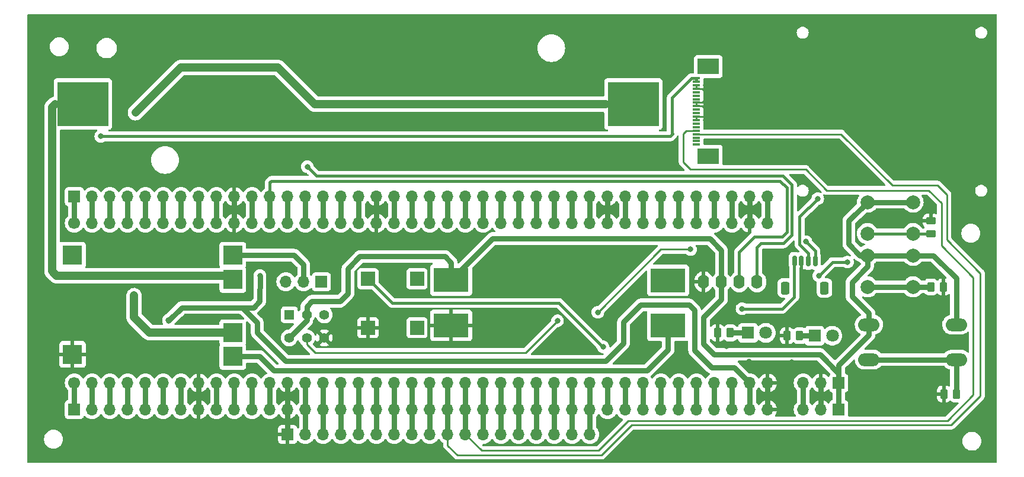
<source format=gtl>
G04 #@! TF.GenerationSoftware,KiCad,Pcbnew,(7.99.0-200-gad838e3d73)*
G04 #@! TF.CreationDate,2024-03-15T16:03:46+07:00*
G04 #@! TF.ProjectId,WMS,574d532e-6b69-4636-9164-5f7063625858,rev?*
G04 #@! TF.SameCoordinates,Original*
G04 #@! TF.FileFunction,Copper,L1,Top*
G04 #@! TF.FilePolarity,Positive*
%FSLAX46Y46*%
G04 Gerber Fmt 4.6, Leading zero omitted, Abs format (unit mm)*
G04 Created by KiCad (PCBNEW (7.99.0-200-gad838e3d73)) date 2024-03-15 16:03:46*
%MOMM*%
%LPD*%
G01*
G04 APERTURE LIST*
G04 Aperture macros list*
%AMRoundRect*
0 Rectangle with rounded corners*
0 $1 Rounding radius*
0 $2 $3 $4 $5 $6 $7 $8 $9 X,Y pos of 4 corners*
0 Add a 4 corners polygon primitive as box body*
4,1,4,$2,$3,$4,$5,$6,$7,$8,$9,$2,$3,0*
0 Add four circle primitives for the rounded corners*
1,1,$1+$1,$2,$3*
1,1,$1+$1,$4,$5*
1,1,$1+$1,$6,$7*
1,1,$1+$1,$8,$9*
0 Add four rect primitives between the rounded corners*
20,1,$1+$1,$2,$3,$4,$5,0*
20,1,$1+$1,$4,$5,$6,$7,0*
20,1,$1+$1,$6,$7,$8,$9,0*
20,1,$1+$1,$8,$9,$2,$3,0*%
G04 Aperture macros list end*
G04 #@! TA.AperFunction,ComponentPad*
%ADD10R,1.400000X1.400000*%
G04 #@! TD*
G04 #@! TA.AperFunction,ComponentPad*
%ADD11C,1.400000*%
G04 #@! TD*
G04 #@! TA.AperFunction,SMDPad,CuDef*
%ADD12RoundRect,0.250000X-0.262500X-0.450000X0.262500X-0.450000X0.262500X0.450000X-0.262500X0.450000X0*%
G04 #@! TD*
G04 #@! TA.AperFunction,ComponentPad*
%ADD13C,2.000000*%
G04 #@! TD*
G04 #@! TA.AperFunction,ComponentPad*
%ADD14R,5.000000X3.500000*%
G04 #@! TD*
G04 #@! TA.AperFunction,SMDPad,CuDef*
%ADD15R,2.000000X2.000000*%
G04 #@! TD*
G04 #@! TA.AperFunction,SMDPad,CuDef*
%ADD16RoundRect,0.250000X0.262500X0.450000X-0.262500X0.450000X-0.262500X-0.450000X0.262500X-0.450000X0*%
G04 #@! TD*
G04 #@! TA.AperFunction,SMDPad,CuDef*
%ADD17R,7.340000X6.350000*%
G04 #@! TD*
G04 #@! TA.AperFunction,ComponentPad*
%ADD18R,1.700000X1.700000*%
G04 #@! TD*
G04 #@! TA.AperFunction,ComponentPad*
%ADD19O,1.700000X1.700000*%
G04 #@! TD*
G04 #@! TA.AperFunction,SMDPad,CuDef*
%ADD20R,1.100000X0.300000*%
G04 #@! TD*
G04 #@! TA.AperFunction,SMDPad,CuDef*
%ADD21R,3.100000X2.300000*%
G04 #@! TD*
G04 #@! TA.AperFunction,ComponentPad*
%ADD22O,1.600000X2.000000*%
G04 #@! TD*
G04 #@! TA.AperFunction,SMDPad,CuDef*
%ADD23RoundRect,0.150000X-0.150000X-0.625000X0.150000X-0.625000X0.150000X0.625000X-0.150000X0.625000X0*%
G04 #@! TD*
G04 #@! TA.AperFunction,SMDPad,CuDef*
%ADD24RoundRect,0.250000X-0.350000X-0.650000X0.350000X-0.650000X0.350000X0.650000X-0.350000X0.650000X0*%
G04 #@! TD*
G04 #@! TA.AperFunction,SMDPad,CuDef*
%ADD25RoundRect,0.250000X0.450000X-0.262500X0.450000X0.262500X-0.450000X0.262500X-0.450000X-0.262500X0*%
G04 #@! TD*
G04 #@! TA.AperFunction,ComponentPad*
%ADD26C,1.700000*%
G04 #@! TD*
G04 #@! TA.AperFunction,ComponentPad*
%ADD27R,1.800000X1.800000*%
G04 #@! TD*
G04 #@! TA.AperFunction,ComponentPad*
%ADD28C,1.800000*%
G04 #@! TD*
G04 #@! TA.AperFunction,ComponentPad*
%ADD29O,3.048000X1.850000*%
G04 #@! TD*
G04 #@! TA.AperFunction,ComponentPad*
%ADD30R,2.800000X2.800000*%
G04 #@! TD*
G04 #@! TA.AperFunction,ViaPad*
%ADD31C,0.800000*%
G04 #@! TD*
G04 #@! TA.AperFunction,Conductor*
%ADD32C,0.800000*%
G04 #@! TD*
G04 #@! TA.AperFunction,Conductor*
%ADD33C,0.250000*%
G04 #@! TD*
G04 #@! TA.AperFunction,Conductor*
%ADD34C,0.400000*%
G04 #@! TD*
G04 #@! TA.AperFunction,Conductor*
%ADD35C,1.200000*%
G04 #@! TD*
G04 APERTURE END LIST*
D10*
X105896399Y-94896399D03*
D11*
X108396400Y-94896400D03*
X110896400Y-94896400D03*
X105896400Y-98196400D03*
X108396400Y-98196400D03*
X110896400Y-98196400D03*
D12*
X176991000Y-97891600D03*
X178816000Y-97891600D03*
D13*
X188520000Y-86396000D03*
X195020000Y-86396000D03*
X188520000Y-90896000D03*
X195020000Y-90896000D03*
D14*
X160019999Y-89965999D03*
X160019999Y-96415999D03*
X129019999Y-96415999D03*
X129019999Y-89915999D03*
D15*
X117149999Y-89743399D03*
X117149999Y-96743399D03*
X124149999Y-96743399D03*
X124149999Y-89743399D03*
D16*
X201244200Y-106222800D03*
X199419200Y-106222800D03*
D17*
X76406999Y-64744599D03*
X155066999Y-64744599D03*
D12*
X167085000Y-97485200D03*
X168910000Y-97485200D03*
D18*
X75183999Y-108457999D03*
D19*
X77723999Y-108457999D03*
X80263999Y-108457999D03*
X82803999Y-108457999D03*
X85343999Y-108457999D03*
X87883999Y-108457999D03*
X90423999Y-108457999D03*
X92963999Y-108457999D03*
X95503999Y-108457999D03*
X98043999Y-108457999D03*
X100583999Y-108457999D03*
X103123999Y-108457999D03*
X105663999Y-108457999D03*
X108203999Y-108457999D03*
X110743999Y-108457999D03*
X113283999Y-108457999D03*
X115823999Y-108457999D03*
X118363999Y-108457999D03*
X120903999Y-108457999D03*
X123443999Y-108457999D03*
X125983999Y-108457999D03*
X128523999Y-108457999D03*
X131063999Y-108457999D03*
X133603999Y-108457999D03*
X136143999Y-108457999D03*
X138683999Y-108457999D03*
X141223999Y-108457999D03*
X143763999Y-108457999D03*
X146303999Y-108457999D03*
X148843999Y-108457999D03*
X151383999Y-108457999D03*
X153923999Y-108457999D03*
X156463999Y-108457999D03*
X159003999Y-108457999D03*
X161543999Y-108457999D03*
X164083999Y-108457999D03*
X166623999Y-108457999D03*
X169163999Y-108457999D03*
X171703999Y-108457999D03*
X174243999Y-108457999D03*
D18*
X110489999Y-90169999D03*
D19*
X107949999Y-90169999D03*
X105409999Y-90169999D03*
D20*
X164058599Y-61046599D03*
X164058599Y-61546599D03*
X164058599Y-62046599D03*
X164058599Y-62546599D03*
X164058599Y-63046599D03*
X164058599Y-63546599D03*
X164058599Y-64046599D03*
X164058599Y-64546599D03*
X164058599Y-65046599D03*
X164058599Y-65546599D03*
X164058599Y-66046599D03*
X164058599Y-66546599D03*
X164058599Y-67046599D03*
X164058599Y-67546599D03*
X164058599Y-68046599D03*
X164058599Y-68546599D03*
X164058599Y-69046599D03*
X164058599Y-69546599D03*
X164058599Y-70046599D03*
X164058599Y-70546599D03*
D21*
X165758599Y-72216599D03*
X165758599Y-59376599D03*
D22*
X165099999Y-90169999D03*
X167639999Y-90169999D03*
X170179999Y-90169999D03*
X172719999Y-90169999D03*
D18*
X184403999Y-108457999D03*
D19*
X181863999Y-108457999D03*
X179323999Y-108457999D03*
D13*
X188520000Y-78776000D03*
X195020000Y-78776000D03*
X188520000Y-83276000D03*
X195020000Y-83276000D03*
D23*
X178072000Y-87184000D03*
X179072000Y-87184000D03*
X180072000Y-87184000D03*
X181072000Y-87184000D03*
D24*
X176772000Y-91059000D03*
X182372000Y-91059000D03*
D12*
X197561200Y-90906600D03*
X199386200Y-90906600D03*
D25*
X197586600Y-83286600D03*
X197586600Y-81461600D03*
D26*
X75184000Y-81788000D03*
D19*
X77723999Y-81787999D03*
X80263999Y-81787999D03*
X82803999Y-81787999D03*
X85343999Y-81787999D03*
X87883999Y-81787999D03*
X90423999Y-81787999D03*
X92963999Y-81787999D03*
X95503999Y-81787999D03*
X98043999Y-81787999D03*
X100583999Y-81787999D03*
X103123999Y-81787999D03*
X105663999Y-81787999D03*
X108203999Y-81787999D03*
X110743999Y-81787999D03*
X113283999Y-81787999D03*
X115823999Y-81787999D03*
X118363999Y-81787999D03*
X120903999Y-81787999D03*
X123443999Y-81787999D03*
X125983999Y-81787999D03*
X128523999Y-81787999D03*
X131063999Y-81787999D03*
X133603999Y-81787999D03*
X136143999Y-81787999D03*
X138683999Y-81787999D03*
X141223999Y-81787999D03*
X143763999Y-81787999D03*
X146303999Y-81787999D03*
X148843999Y-81787999D03*
X151383999Y-81787999D03*
X153923999Y-81787999D03*
X156463999Y-81787999D03*
X159003999Y-81787999D03*
X161543999Y-81787999D03*
X164083999Y-81787999D03*
X166623999Y-81787999D03*
X169163999Y-81787999D03*
X171703999Y-81787999D03*
X174243999Y-81787999D03*
X174243999Y-104647999D03*
X171703999Y-104647999D03*
X169163999Y-104647999D03*
X166623999Y-104647999D03*
X164083999Y-104647999D03*
X161543999Y-104647999D03*
X159003999Y-104647999D03*
X156463999Y-104647999D03*
X153923999Y-104647999D03*
X151383999Y-104647999D03*
X148843999Y-104647999D03*
X146303999Y-104647999D03*
X143763999Y-104647999D03*
X141223999Y-104647999D03*
X138683999Y-104647999D03*
X136143999Y-104647999D03*
X133603999Y-104647999D03*
X131063999Y-104647999D03*
X128523999Y-104647999D03*
X125983999Y-104647999D03*
X123443999Y-104647999D03*
X120903999Y-104647999D03*
X118363999Y-104647999D03*
X115823999Y-104647999D03*
X113283999Y-104647999D03*
X110743999Y-104647999D03*
X108203999Y-104647999D03*
X105663999Y-104647999D03*
X103123999Y-104647999D03*
X100583999Y-104647999D03*
X98043999Y-104647999D03*
X95503999Y-104647999D03*
X92963999Y-104647999D03*
X90423999Y-104647999D03*
X87883999Y-104647999D03*
X85343999Y-104647999D03*
X82803999Y-104647999D03*
X80263999Y-104647999D03*
X77723999Y-104647999D03*
D26*
X75184000Y-104648000D03*
D19*
X179323999Y-104647999D03*
X181863999Y-104647999D03*
D18*
X184403999Y-104647999D03*
D27*
X180944599Y-97891599D03*
D28*
X183484600Y-97891600D03*
D27*
X171449999Y-97485199D03*
D28*
X173990000Y-97485200D03*
D29*
X188721999Y-96305999D03*
X201221999Y-96305999D03*
X188721999Y-101305999D03*
X201221999Y-101305999D03*
D18*
X105663999Y-112013999D03*
D19*
X108203999Y-112013999D03*
X110743999Y-112013999D03*
X113283999Y-112013999D03*
X115823999Y-112013999D03*
X118363999Y-112013999D03*
X120903999Y-112013999D03*
X123443999Y-112013999D03*
X125983999Y-112013999D03*
X128523999Y-112013999D03*
X131063999Y-112013999D03*
X133603999Y-112013999D03*
X136143999Y-112013999D03*
X138683999Y-112013999D03*
X141223999Y-112013999D03*
X143763999Y-112013999D03*
X146303999Y-112013999D03*
X148843999Y-112013999D03*
D30*
X74929999Y-86359999D03*
X74929999Y-100559999D03*
X97829999Y-86359999D03*
X97829999Y-100859999D03*
X97829999Y-89859999D03*
X97829999Y-97459999D03*
D18*
X75183999Y-77977999D03*
D19*
X77723999Y-77977999D03*
X80263999Y-77977999D03*
X82803999Y-77977999D03*
X85343999Y-77977999D03*
X87883999Y-77977999D03*
X90423999Y-77977999D03*
X92963999Y-77977999D03*
X95503999Y-77977999D03*
X98043999Y-77977999D03*
X100583999Y-77977999D03*
X103123999Y-77977999D03*
X105663999Y-77977999D03*
X108203999Y-77977999D03*
X110743999Y-77977999D03*
X113283999Y-77977999D03*
X115823999Y-77977999D03*
X118363999Y-77977999D03*
X120903999Y-77977999D03*
X123443999Y-77977999D03*
X125983999Y-77977999D03*
X128523999Y-77977999D03*
X131063999Y-77977999D03*
X133603999Y-77977999D03*
X136143999Y-77977999D03*
X138683999Y-77977999D03*
X141223999Y-77977999D03*
X143763999Y-77977999D03*
X146303999Y-77977999D03*
X148843999Y-77977999D03*
X151383999Y-77977999D03*
X153923999Y-77977999D03*
X156463999Y-77977999D03*
X159003999Y-77977999D03*
X161543999Y-77977999D03*
X164083999Y-77977999D03*
X166623999Y-77977999D03*
X169163999Y-77977999D03*
X171703999Y-77977999D03*
X174243999Y-77977999D03*
D31*
X171602400Y-101625400D03*
X197535800Y-88569800D03*
X151434800Y-110998000D03*
X186893200Y-75107800D03*
X100482400Y-98780600D03*
X120319800Y-58496200D03*
X93497400Y-95250000D03*
X186131200Y-102870000D03*
X179019200Y-78968600D03*
X77673200Y-92862400D03*
X161950400Y-99669600D03*
X168351200Y-99364800D03*
X197866000Y-80086200D03*
X105587800Y-58318400D03*
X173075600Y-71424800D03*
X177723800Y-101650800D03*
X183870600Y-81711800D03*
X155651200Y-96875600D03*
X153644600Y-101422200D03*
X108483400Y-73710800D03*
X150723600Y-99466400D03*
X88646000Y-95656400D03*
X101701600Y-89281000D03*
X181406800Y-78282800D03*
X179705000Y-84429600D03*
X149987000Y-94538800D03*
X163245800Y-85547200D03*
X144221200Y-95758000D03*
X181559200Y-89306400D03*
X185648600Y-87350600D03*
X83921600Y-65938400D03*
X83718400Y-92151200D03*
X78968600Y-69367400D03*
X170586400Y-94030800D03*
D32*
X171704000Y-77978000D02*
X171704000Y-81788000D01*
X118364000Y-77978000D02*
X118364000Y-81788000D01*
D33*
X165176200Y-64262000D02*
X164891600Y-64546600D01*
X164058600Y-66546600D02*
X164058600Y-67046600D01*
X165023800Y-66548000D02*
X164060000Y-66548000D01*
X164058600Y-62046600D02*
X164058600Y-62546600D01*
X164058600Y-65046600D02*
X164868600Y-65046600D01*
D32*
X98044000Y-77978000D02*
X98044000Y-81788000D01*
X105664000Y-108458000D02*
X105664000Y-112014000D01*
D33*
X164868600Y-65046600D02*
X165201600Y-65379600D01*
D32*
X174244000Y-104648000D02*
X174244000Y-108458000D01*
D33*
X164891600Y-64546600D02*
X164058600Y-64546600D01*
D32*
X181864000Y-104648000D02*
X181864000Y-108458000D01*
D33*
X165201600Y-66370200D02*
X165023800Y-66548000D01*
X164060000Y-66548000D02*
X164058600Y-66546600D01*
X164058600Y-64546600D02*
X164058600Y-65046600D01*
D32*
X151384000Y-77978000D02*
X151384000Y-81788000D01*
D33*
X165201600Y-65379600D02*
X165201600Y-66370200D01*
X165176200Y-62865000D02*
X165176200Y-64262000D01*
X164857800Y-62546600D02*
X165176200Y-62865000D01*
X164058600Y-62546600D02*
X164857800Y-62546600D01*
D32*
X92964000Y-104648000D02*
X92964000Y-108458000D01*
X105664000Y-104648000D02*
X105664000Y-108458000D01*
X167640000Y-85648800D02*
X167640000Y-90170000D01*
X188722000Y-94691200D02*
X186283600Y-92252800D01*
X108396400Y-94896400D02*
X108396400Y-93686000D01*
X188722000Y-96306000D02*
X188722000Y-94691200D01*
X114274600Y-91821000D02*
X114274600Y-88290400D01*
X184404000Y-102108000D02*
X188722000Y-97790000D01*
X187462600Y-86396000D02*
X185826400Y-84759800D01*
X185826400Y-84759800D02*
X185826400Y-81469600D01*
X128168400Y-86563200D02*
X129020000Y-87414800D01*
X188520000Y-87984400D02*
X188520000Y-86396000D01*
X188520000Y-86396000D02*
X195020000Y-86396000D01*
X129020000Y-89916000D02*
X134963600Y-83972400D01*
X134963600Y-83972400D02*
X165963600Y-83972400D01*
X116001800Y-86563200D02*
X128168400Y-86563200D01*
X166598600Y-100558600D02*
X165100000Y-99060000D01*
X184404000Y-104648000D02*
X184404000Y-102108000D01*
X108396400Y-94896400D02*
X108396400Y-95696400D01*
X109118400Y-92964000D02*
X113131600Y-92964000D01*
X184404000Y-104648000D02*
X184404000Y-103251000D01*
X188520000Y-86396000D02*
X187462600Y-86396000D01*
X114274600Y-88290400D02*
X116001800Y-86563200D01*
X167640000Y-92710000D02*
X167640000Y-90170000D01*
X188722000Y-97790000D02*
X188722000Y-96306000D01*
X201222000Y-89665200D02*
X201222000Y-96306000D01*
X108396400Y-95696400D02*
X105896400Y-98196400D01*
X186283600Y-90220800D02*
X188520000Y-87984400D01*
X165963600Y-83972400D02*
X167640000Y-85648800D01*
X129020000Y-87414800D02*
X129020000Y-89916000D01*
X185826400Y-81469600D02*
X188520000Y-78776000D01*
X108396400Y-93686000D02*
X109118400Y-92964000D01*
X186283600Y-92252800D02*
X186283600Y-90220800D01*
X184404000Y-104648000D02*
X184404000Y-108458000D01*
X113131600Y-92964000D02*
X114274600Y-91821000D01*
X197952800Y-86396000D02*
X201222000Y-89665200D01*
X195020000Y-86396000D02*
X197952800Y-86396000D01*
X181711600Y-100558600D02*
X166598600Y-100558600D01*
X165100000Y-99060000D02*
X165100000Y-95250000D01*
X184404000Y-103251000D02*
X181711600Y-100558600D01*
X188520000Y-78776000D02*
X195020000Y-78776000D01*
X165100000Y-95250000D02*
X167640000Y-92710000D01*
D34*
X103352600Y-75742800D02*
X103124000Y-75971400D01*
X170180000Y-85902800D02*
X172364400Y-83718400D01*
X176987200Y-83032600D02*
X176987200Y-76733400D01*
X175996600Y-75742800D02*
X103352600Y-75742800D01*
X170180000Y-90170000D02*
X170180000Y-85902800D01*
X176301400Y-83718400D02*
X176987200Y-83032600D01*
X172364400Y-83718400D02*
X176301400Y-83718400D01*
X103124000Y-75971400D02*
X103124000Y-77978000D01*
X176987200Y-76733400D02*
X175996600Y-75742800D01*
D32*
X103124000Y-77978000D02*
X103124000Y-81788000D01*
D34*
X173253400Y-84683600D02*
X176504600Y-84683600D01*
X172720000Y-85217000D02*
X173253400Y-84683600D01*
X109804200Y-75031600D02*
X108483400Y-73710800D01*
X177723800Y-83464400D02*
X177723800Y-76301600D01*
D32*
X105664000Y-77978000D02*
X105664000Y-81788000D01*
D34*
X177723800Y-76301600D02*
X176453800Y-75031600D01*
X172720000Y-90170000D02*
X172720000Y-85217000D01*
X176504600Y-84683600D02*
X177723800Y-83464400D01*
X176453800Y-75031600D02*
X109804200Y-75031600D01*
X144373600Y-93192600D02*
X120599200Y-93192600D01*
X120599200Y-93192600D02*
X117150000Y-89743400D01*
D32*
X151384000Y-104648000D02*
X151384000Y-108458000D01*
D34*
X150647400Y-99466400D02*
X144373600Y-93192600D01*
X150723600Y-99466400D02*
X150647400Y-99466400D01*
D32*
X178816000Y-97891600D02*
X180944600Y-97891600D01*
X156464000Y-77978000D02*
X156464000Y-81788000D01*
X168910000Y-97485200D02*
X171450000Y-97485200D01*
X161544000Y-77978000D02*
X161544000Y-81788000D01*
X75184000Y-77978000D02*
X75184000Y-81788000D01*
X77724000Y-77978000D02*
X77724000Y-81788000D01*
X80264000Y-77978000D02*
X80264000Y-81788000D01*
X82804000Y-77978000D02*
X82804000Y-81788000D01*
X85344000Y-77978000D02*
X85344000Y-81788000D01*
X87884000Y-77978000D02*
X87884000Y-81788000D01*
X90424000Y-77978000D02*
X90424000Y-81788000D01*
X92964000Y-77978000D02*
X92964000Y-81788000D01*
X95504000Y-77978000D02*
X95504000Y-81788000D01*
X163042600Y-93472000D02*
X156108400Y-93472000D01*
X88646000Y-95656400D02*
X88646000Y-95732600D01*
X100787200Y-93853000D02*
X101676200Y-92964000D01*
X166243000Y-102412800D02*
X163804600Y-99974400D01*
X169468800Y-102412800D02*
X166243000Y-102412800D01*
X101320600Y-95986600D02*
X99187000Y-93853000D01*
X101676200Y-92964000D02*
X101701600Y-89281000D01*
X171704000Y-104648000D02*
X171704000Y-108458000D01*
X153644600Y-95935800D02*
X153644600Y-98983800D01*
X99187000Y-93853000D02*
X90525600Y-93853000D01*
X151079200Y-101549200D02*
X105410000Y-101549200D01*
X101320600Y-97459800D02*
X101320600Y-95986600D01*
X105410000Y-101549200D02*
X101320600Y-97459800D01*
X95504000Y-104648000D02*
X95504000Y-108458000D01*
X88722200Y-95656400D02*
X88646000Y-95656400D01*
X90525600Y-93853000D02*
X88722200Y-95656400D01*
X156108400Y-93472000D02*
X153644600Y-95935800D01*
X171704000Y-104648000D02*
X169468800Y-102412800D01*
X88646000Y-95732600D02*
X88798400Y-95580200D01*
X163804600Y-94234000D02*
X163042600Y-93472000D01*
X99187000Y-93853000D02*
X100787200Y-93853000D01*
X163804600Y-99974400D02*
X163804600Y-94234000D01*
X153644600Y-98983800D02*
X151079200Y-101549200D01*
X100584000Y-77978000D02*
X100584000Y-81788000D01*
X108204000Y-77978000D02*
X108204000Y-81788000D01*
X110744000Y-77978000D02*
X110744000Y-81788000D01*
X113284000Y-77978000D02*
X113284000Y-81788000D01*
X115824000Y-77978000D02*
X115824000Y-81788000D01*
D34*
X178808000Y-80881600D02*
X181406800Y-78282800D01*
D32*
X120904000Y-77978000D02*
X120904000Y-81788000D01*
D34*
X180072000Y-87184000D02*
X180072000Y-86066600D01*
X178808000Y-84802600D02*
X178808000Y-80881600D01*
X180072000Y-86066600D02*
X178808000Y-84802600D01*
D32*
X123444000Y-77978000D02*
X123444000Y-81788000D01*
X125984000Y-77978000D02*
X125984000Y-81788000D01*
X128524000Y-77978000D02*
X128524000Y-81788000D01*
X131064000Y-77978000D02*
X131064000Y-81788000D01*
X133604000Y-77978000D02*
X133604000Y-81788000D01*
X136144000Y-77978000D02*
X136144000Y-81788000D01*
X138684000Y-77978000D02*
X138684000Y-81788000D01*
X141224000Y-77978000D02*
X141224000Y-81788000D01*
X143764000Y-77978000D02*
X143764000Y-81788000D01*
X146304000Y-77978000D02*
X146304000Y-81788000D01*
X148844000Y-77978000D02*
X148844000Y-81788000D01*
X153924000Y-77978000D02*
X153924000Y-81788000D01*
D34*
X181072000Y-85796600D02*
X181072000Y-87184000D01*
X179705000Y-84429600D02*
X181072000Y-85796600D01*
D32*
X159004000Y-77978000D02*
X159004000Y-81788000D01*
D33*
X109575600Y-100304600D02*
X139674600Y-100304600D01*
X158978600Y-85547200D02*
X149987000Y-94538800D01*
D32*
X164084000Y-77978000D02*
X164084000Y-81788000D01*
D33*
X163245800Y-85547200D02*
X158978600Y-85547200D01*
X139674600Y-100304600D02*
X144221200Y-95758000D01*
X108396400Y-99125400D02*
X109575600Y-100304600D01*
X108396400Y-98196400D02*
X108396400Y-99125400D01*
D34*
X197586600Y-83286600D02*
X195030600Y-83286600D01*
X183515000Y-87350600D02*
X185648600Y-87350600D01*
X188520000Y-83276000D02*
X195020000Y-83276000D01*
D32*
X166624000Y-77978000D02*
X166624000Y-81788000D01*
D34*
X181559200Y-89306400D02*
X183515000Y-87350600D01*
X195030600Y-83286600D02*
X195020000Y-83276000D01*
D32*
X169164000Y-77978000D02*
X169164000Y-81788000D01*
X174244000Y-77978000D02*
X174244000Y-81788000D01*
X75184000Y-104648000D02*
X75184000Y-108458000D01*
X77724000Y-104648000D02*
X77724000Y-108458000D01*
X80264000Y-104648000D02*
X80264000Y-108458000D01*
X82804000Y-104648000D02*
X82804000Y-108458000D01*
X85344000Y-108458000D02*
X85344000Y-104648000D01*
X87884000Y-104648000D02*
X87884000Y-108458000D01*
X90424000Y-104648000D02*
X90424000Y-108458000D01*
X98044000Y-104648000D02*
X98044000Y-108458000D01*
X197561200Y-90906600D02*
X195030600Y-90906600D01*
X195030600Y-90906600D02*
X195020000Y-90896000D01*
X100584000Y-104648000D02*
X100584000Y-108458000D01*
X195020000Y-90896000D02*
X188520000Y-90896000D01*
X103124000Y-104648000D02*
X103124000Y-108458000D01*
X108204000Y-104648000D02*
X108204000Y-108458000D01*
X108204000Y-108458000D02*
X108204000Y-112014000D01*
X110744000Y-108458000D02*
X110744000Y-112014000D01*
X110744000Y-104648000D02*
X110744000Y-108458000D01*
X201222000Y-106200600D02*
X201244200Y-106222800D01*
X201222000Y-101306000D02*
X201222000Y-106200600D01*
X188722000Y-101306000D02*
X201222000Y-101306000D01*
X113284000Y-112014000D02*
X113284000Y-108458000D01*
X113284000Y-108458000D02*
X113284000Y-104648000D01*
X115824000Y-104648000D02*
X115824000Y-108458000D01*
X115824000Y-108458000D02*
X115824000Y-112014000D01*
X118364000Y-112014000D02*
X118364000Y-108458000D01*
X118364000Y-108458000D02*
X118364000Y-104648000D01*
X120904000Y-104648000D02*
X120904000Y-108458000D01*
X120904000Y-108458000D02*
X120904000Y-112014000D01*
X123444000Y-108458000D02*
X123444000Y-104648000D01*
X123444000Y-112014000D02*
X123444000Y-108458000D01*
X125984000Y-108458000D02*
X125984000Y-112014000D01*
X125984000Y-104648000D02*
X125984000Y-108458000D01*
D33*
X128524000Y-113588800D02*
X129895600Y-114960400D01*
X184743600Y-69046600D02*
X164058600Y-69046600D01*
X150520400Y-114960400D02*
X154813000Y-110667800D01*
X154813000Y-110667800D02*
X200482200Y-110667800D01*
D32*
X128524000Y-112014000D02*
X128524000Y-108458000D01*
D33*
X199872600Y-77698600D02*
X198526400Y-76352400D01*
X204647800Y-88950800D02*
X199872600Y-84175600D01*
X199872600Y-84175600D02*
X199872600Y-77698600D01*
X129895600Y-114960400D02*
X150520400Y-114960400D01*
X204647800Y-106502200D02*
X204647800Y-88950800D01*
D32*
X128524000Y-108458000D02*
X128524000Y-104648000D01*
D33*
X200482200Y-110667800D02*
X204647800Y-106502200D01*
X192049400Y-76352400D02*
X184743600Y-69046600D01*
X128524000Y-112014000D02*
X128524000Y-113588800D01*
X198526400Y-76352400D02*
X192049400Y-76352400D01*
X199085200Y-78892400D02*
X199085200Y-85039200D01*
X199923400Y-110083600D02*
X154305000Y-110083600D01*
X163245800Y-74117200D02*
X179679600Y-74117200D01*
X164058600Y-68546600D02*
X162618800Y-68546600D01*
X154305000Y-110083600D02*
X150063200Y-114325400D01*
X150063200Y-114325400D02*
X133375400Y-114325400D01*
X133375400Y-114325400D02*
X131064000Y-112014000D01*
D32*
X131064000Y-104648000D02*
X131064000Y-108458000D01*
X131064000Y-108458000D02*
X131064000Y-112014000D01*
D33*
X182651400Y-77089000D02*
X197281800Y-77089000D01*
X162179000Y-73050400D02*
X163245800Y-74117200D01*
X203631800Y-89585800D02*
X203631800Y-106375200D01*
X203631800Y-106375200D02*
X199923400Y-110083600D01*
X162179000Y-68986400D02*
X162179000Y-73050400D01*
X197281800Y-77089000D02*
X199085200Y-78892400D01*
X162618800Y-68546600D02*
X162179000Y-68986400D01*
X199085200Y-85039200D02*
X203631800Y-89585800D01*
X179679600Y-74117200D02*
X182651400Y-77089000D01*
D32*
X133604000Y-108458000D02*
X133604000Y-104648000D01*
X133604000Y-112014000D02*
X133604000Y-108458000D01*
X136144000Y-108458000D02*
X136144000Y-112014000D01*
X136144000Y-104648000D02*
X136144000Y-108458000D01*
X138684000Y-108458000D02*
X138684000Y-104648000D01*
X138684000Y-112014000D02*
X138684000Y-108458000D01*
X141224000Y-104648000D02*
X141224000Y-108458000D01*
X141224000Y-108458000D02*
X141224000Y-112014000D01*
X143764000Y-108458000D02*
X143764000Y-104648000D01*
X143764000Y-112014000D02*
X143764000Y-108458000D01*
X146304000Y-108458000D02*
X146304000Y-112014000D01*
X146304000Y-104648000D02*
X146304000Y-108458000D01*
X148844000Y-112014000D02*
X148844000Y-108458000D01*
X148844000Y-108458000D02*
X148844000Y-104648000D01*
X153924000Y-108458000D02*
X153924000Y-104648000D01*
X156464000Y-104648000D02*
X156464000Y-108458000D01*
X159004000Y-104648000D02*
X159004000Y-108458000D01*
X161544000Y-104648000D02*
X161544000Y-108458000D01*
X164084000Y-104648000D02*
X164084000Y-108458000D01*
X166624000Y-104648000D02*
X166624000Y-108458000D01*
X169164000Y-104648000D02*
X169164000Y-108458000D01*
X179324000Y-104648000D02*
X179324000Y-108458000D01*
D35*
X97276400Y-89306400D02*
X97830000Y-89860000D01*
X72430000Y-64770000D02*
X72009000Y-65191000D01*
X72009000Y-65191000D02*
X72009000Y-88671400D01*
X72644000Y-89306400D02*
X97276400Y-89306400D01*
X72009000Y-88671400D02*
X72644000Y-89306400D01*
X97804400Y-97434400D02*
X97830000Y-97460000D01*
X104317800Y-59537600D02*
X90373200Y-59537600D01*
X83921600Y-65938400D02*
X83921600Y-65989200D01*
X87376000Y-97459800D02*
X87401400Y-97434400D01*
X83921600Y-65989200D02*
X83997800Y-65913000D01*
X109550200Y-64770000D02*
X104317800Y-59537600D01*
X90373200Y-59537600D02*
X83972400Y-65938400D01*
X83718400Y-95250000D02*
X85928200Y-97459800D01*
X83718400Y-92151200D02*
X83718400Y-95250000D01*
X151090000Y-64770000D02*
X109550200Y-64770000D01*
X85928200Y-97459800D02*
X87376000Y-97459800D01*
X87401400Y-97434400D02*
X97804400Y-97434400D01*
X83972400Y-65938400D02*
X83921600Y-65938400D01*
D34*
X160705800Y-68961000D02*
X160553400Y-68808600D01*
X160553400Y-63855600D02*
X163362400Y-61046600D01*
X164058600Y-61046600D02*
X164058600Y-61496600D01*
X78968600Y-69367400D02*
X160299400Y-69367400D01*
X163362400Y-61046600D02*
X164058600Y-61046600D01*
X160553400Y-68808600D02*
X160553400Y-63855600D01*
X160299400Y-69367400D02*
X160705800Y-68961000D01*
X178054000Y-87202000D02*
X178054000Y-92329000D01*
X178072000Y-87184000D02*
X178054000Y-87202000D01*
X178054000Y-92329000D02*
X176352200Y-94030800D01*
X176352200Y-94030800D02*
X170586400Y-94030800D01*
D32*
X97830000Y-86360000D02*
X106603800Y-86360000D01*
X106603800Y-86360000D02*
X107950000Y-87706200D01*
X107950000Y-87706200D02*
X107950000Y-90170000D01*
X97830000Y-100860000D02*
X101672800Y-100860000D01*
X156997400Y-102895400D02*
X160020000Y-99872800D01*
X160020000Y-99872800D02*
X160020000Y-96416000D01*
X101672800Y-100860000D02*
X103708200Y-102895400D01*
X103708200Y-102895400D02*
X156997400Y-102895400D01*
G04 #@! TA.AperFunction,Conductor*
G36*
X152711257Y-109104976D02*
G01*
X152755575Y-109143842D01*
X152882395Y-109324961D01*
X152882401Y-109324968D01*
X152885505Y-109329401D01*
X153052599Y-109496495D01*
X153057031Y-109499598D01*
X153057033Y-109499600D01*
X153201260Y-109600589D01*
X153246170Y-109632035D01*
X153460337Y-109731903D01*
X153498763Y-109742199D01*
X153554352Y-109774292D01*
X153586447Y-109829879D01*
X153586447Y-109894067D01*
X153554353Y-109949655D01*
X149840428Y-113663581D01*
X149800200Y-113690461D01*
X149752747Y-113699900D01*
X133685853Y-113699900D01*
X133638400Y-113690461D01*
X133598172Y-113663581D01*
X133515459Y-113580868D01*
X133485209Y-113531505D01*
X133480667Y-113473789D01*
X133502822Y-113420302D01*
X133546845Y-113382702D01*
X133601928Y-113369477D01*
X133604000Y-113369659D01*
X133839408Y-113349063D01*
X134067663Y-113287903D01*
X134281830Y-113188035D01*
X134475401Y-113052495D01*
X134642495Y-112885401D01*
X134772424Y-112699842D01*
X134816743Y-112660976D01*
X134874000Y-112646965D01*
X134931257Y-112660976D01*
X134975575Y-112699842D01*
X135102395Y-112880961D01*
X135102401Y-112880968D01*
X135105505Y-112885401D01*
X135272599Y-113052495D01*
X135466170Y-113188035D01*
X135680337Y-113287903D01*
X135908592Y-113349063D01*
X136144000Y-113369659D01*
X136379408Y-113349063D01*
X136607663Y-113287903D01*
X136821830Y-113188035D01*
X137015401Y-113052495D01*
X137182495Y-112885401D01*
X137312424Y-112699842D01*
X137356743Y-112660976D01*
X137414000Y-112646965D01*
X137471257Y-112660976D01*
X137515575Y-112699842D01*
X137642395Y-112880961D01*
X137642401Y-112880968D01*
X137645505Y-112885401D01*
X137812599Y-113052495D01*
X138006170Y-113188035D01*
X138220337Y-113287903D01*
X138448592Y-113349063D01*
X138684000Y-113369659D01*
X138919408Y-113349063D01*
X139147663Y-113287903D01*
X139361830Y-113188035D01*
X139555401Y-113052495D01*
X139722495Y-112885401D01*
X139852424Y-112699842D01*
X139896743Y-112660976D01*
X139954000Y-112646965D01*
X140011257Y-112660976D01*
X140055575Y-112699842D01*
X140182395Y-112880961D01*
X140182401Y-112880968D01*
X140185505Y-112885401D01*
X140352599Y-113052495D01*
X140546170Y-113188035D01*
X140760337Y-113287903D01*
X140988592Y-113349063D01*
X141224000Y-113369659D01*
X141459408Y-113349063D01*
X141687663Y-113287903D01*
X141901830Y-113188035D01*
X142095401Y-113052495D01*
X142262495Y-112885401D01*
X142392424Y-112699842D01*
X142436743Y-112660976D01*
X142494000Y-112646965D01*
X142551257Y-112660976D01*
X142595575Y-112699842D01*
X142722395Y-112880961D01*
X142722401Y-112880968D01*
X142725505Y-112885401D01*
X142892599Y-113052495D01*
X143086170Y-113188035D01*
X143300337Y-113287903D01*
X143528592Y-113349063D01*
X143764000Y-113369659D01*
X143999408Y-113349063D01*
X144227663Y-113287903D01*
X144441830Y-113188035D01*
X144635401Y-113052495D01*
X144802495Y-112885401D01*
X144932424Y-112699842D01*
X144976743Y-112660976D01*
X145034000Y-112646965D01*
X145091257Y-112660976D01*
X145135575Y-112699842D01*
X145262395Y-112880961D01*
X145262401Y-112880968D01*
X145265505Y-112885401D01*
X145432599Y-113052495D01*
X145626170Y-113188035D01*
X145840337Y-113287903D01*
X146068592Y-113349063D01*
X146304000Y-113369659D01*
X146539408Y-113349063D01*
X146767663Y-113287903D01*
X146981830Y-113188035D01*
X147175401Y-113052495D01*
X147342495Y-112885401D01*
X147472424Y-112699842D01*
X147516743Y-112660976D01*
X147574000Y-112646965D01*
X147631257Y-112660976D01*
X147675575Y-112699842D01*
X147802395Y-112880961D01*
X147802401Y-112880968D01*
X147805505Y-112885401D01*
X147972599Y-113052495D01*
X148166170Y-113188035D01*
X148380337Y-113287903D01*
X148608592Y-113349063D01*
X148844000Y-113369659D01*
X149079408Y-113349063D01*
X149307663Y-113287903D01*
X149521830Y-113188035D01*
X149715401Y-113052495D01*
X149882495Y-112885401D01*
X150018035Y-112691830D01*
X150117903Y-112477663D01*
X150179063Y-112249408D01*
X150199659Y-112014000D01*
X150179063Y-111778592D01*
X150117903Y-111550337D01*
X150018035Y-111336171D01*
X149882495Y-111142599D01*
X149780819Y-111040922D01*
X149753939Y-111000695D01*
X149744500Y-110953242D01*
X149744500Y-109518758D01*
X149753939Y-109471305D01*
X149780819Y-109431077D01*
X149820539Y-109391357D01*
X149882495Y-109329401D01*
X150012424Y-109143842D01*
X150056743Y-109104976D01*
X150114000Y-109090965D01*
X150171257Y-109104976D01*
X150215575Y-109143842D01*
X150342395Y-109324961D01*
X150342401Y-109324968D01*
X150345505Y-109329401D01*
X150512599Y-109496495D01*
X150517031Y-109499598D01*
X150517033Y-109499600D01*
X150661260Y-109600589D01*
X150706170Y-109632035D01*
X150920337Y-109731903D01*
X151148592Y-109793063D01*
X151384000Y-109813659D01*
X151619408Y-109793063D01*
X151847663Y-109731903D01*
X152061830Y-109632035D01*
X152255401Y-109496495D01*
X152422495Y-109329401D01*
X152552424Y-109143842D01*
X152596743Y-109104976D01*
X152654000Y-109090965D01*
X152711257Y-109104976D01*
G37*
G04 #@! TD.AperFunction*
G04 #@! TA.AperFunction,Conductor*
G36*
X186645781Y-101283242D02*
G01*
X186683984Y-101325370D01*
X186699363Y-101380121D01*
X186703934Y-101487719D01*
X186705041Y-101492860D01*
X186705043Y-101492868D01*
X186753946Y-101719779D01*
X186755056Y-101724928D01*
X186757018Y-101729811D01*
X186757020Y-101729817D01*
X186798315Y-101832582D01*
X186845532Y-101950086D01*
X186848290Y-101954565D01*
X186969999Y-102152234D01*
X186970002Y-102152238D01*
X186972758Y-102156714D01*
X186976231Y-102160660D01*
X186976234Y-102160664D01*
X187041218Y-102234499D01*
X187133075Y-102338869D01*
X187321870Y-102491311D01*
X187533712Y-102609653D01*
X187762507Y-102690491D01*
X188001672Y-102731500D01*
X189378923Y-102731500D01*
X189381554Y-102731500D01*
X189562782Y-102716075D01*
X189797608Y-102654931D01*
X190018723Y-102554981D01*
X190219765Y-102419100D01*
X190394952Y-102251197D01*
X190397164Y-102248205D01*
X190438672Y-102217507D01*
X190489747Y-102206500D01*
X199460524Y-102206500D01*
X199511600Y-102217508D01*
X199553606Y-102248575D01*
X199633075Y-102338869D01*
X199821870Y-102491311D01*
X200033712Y-102609653D01*
X200161862Y-102654931D01*
X200238809Y-102682118D01*
X200282025Y-102708307D01*
X200311204Y-102749563D01*
X200321500Y-102799035D01*
X200321500Y-105064063D01*
X200304433Y-105126842D01*
X200257932Y-105172340D01*
X200194795Y-105188033D01*
X200132403Y-105169602D01*
X200006966Y-105092232D01*
X199993967Y-105086170D01*
X199840825Y-105035424D01*
X199827658Y-105032605D01*
X199734809Y-105023119D01*
X199728532Y-105022800D01*
X199685526Y-105022800D01*
X199672650Y-105026250D01*
X199669200Y-105039126D01*
X199669200Y-107406473D01*
X199672650Y-107419348D01*
X199685526Y-107422799D01*
X199728529Y-107422799D01*
X199734811Y-107422478D01*
X199827659Y-107412994D01*
X199840822Y-107410176D01*
X199993967Y-107359429D01*
X200006966Y-107353367D01*
X200143894Y-107268909D01*
X200155150Y-107260009D01*
X200243664Y-107171495D01*
X200299252Y-107139401D01*
X200363439Y-107139401D01*
X200419027Y-107171495D01*
X200513044Y-107265512D01*
X200519185Y-107269300D01*
X200519188Y-107269302D01*
X200548694Y-107287501D01*
X200662366Y-107357614D01*
X200828903Y-107412799D01*
X200931691Y-107423300D01*
X201399748Y-107423299D01*
X201456042Y-107436814D01*
X201500065Y-107474413D01*
X201522220Y-107527901D01*
X201517678Y-107585617D01*
X201487428Y-107634980D01*
X199700628Y-109421781D01*
X199660400Y-109448661D01*
X199612947Y-109458100D01*
X185878500Y-109458100D01*
X185816500Y-109441487D01*
X185771113Y-109396100D01*
X185754500Y-109334100D01*
X185754499Y-107563439D01*
X185754499Y-107560128D01*
X185748091Y-107500517D01*
X185697796Y-107365669D01*
X185611546Y-107250454D01*
X185496331Y-107164204D01*
X185488021Y-107161104D01*
X185488020Y-107161104D01*
X185448207Y-107146255D01*
X185385165Y-107122741D01*
X185342931Y-107096304D01*
X185314512Y-107055374D01*
X185304500Y-107006561D01*
X185304500Y-106719629D01*
X198406701Y-106719629D01*
X198407021Y-106725911D01*
X198416505Y-106818759D01*
X198419323Y-106831922D01*
X198470070Y-106985067D01*
X198476132Y-106998066D01*
X198560590Y-107134994D01*
X198569494Y-107146255D01*
X198683244Y-107260005D01*
X198694505Y-107268909D01*
X198831433Y-107353367D01*
X198844432Y-107359429D01*
X198997574Y-107410175D01*
X199010741Y-107412994D01*
X199103590Y-107422480D01*
X199109868Y-107422800D01*
X199152874Y-107422800D01*
X199165749Y-107419349D01*
X199169200Y-107406474D01*
X199169200Y-106489126D01*
X199165749Y-106476250D01*
X199152874Y-106472800D01*
X198423027Y-106472800D01*
X198410151Y-106476250D01*
X198406701Y-106489126D01*
X198406701Y-106719629D01*
X185304500Y-106719629D01*
X185304500Y-106099439D01*
X185314512Y-106050626D01*
X185342931Y-106009696D01*
X185385165Y-105983258D01*
X185456977Y-105956474D01*
X198406700Y-105956474D01*
X198410150Y-105969349D01*
X198423026Y-105972800D01*
X199152874Y-105972800D01*
X199165749Y-105969349D01*
X199169200Y-105956474D01*
X199169200Y-105039127D01*
X199165749Y-105026251D01*
X199152874Y-105022801D01*
X199109871Y-105022801D01*
X199103588Y-105023121D01*
X199010740Y-105032605D01*
X198997577Y-105035423D01*
X198844432Y-105086170D01*
X198831433Y-105092232D01*
X198694505Y-105176690D01*
X198683244Y-105185594D01*
X198569494Y-105299344D01*
X198560590Y-105310605D01*
X198476132Y-105447533D01*
X198470070Y-105460532D01*
X198419324Y-105613674D01*
X198416505Y-105626841D01*
X198407019Y-105719690D01*
X198406700Y-105725968D01*
X198406700Y-105956474D01*
X185456977Y-105956474D01*
X185496331Y-105941796D01*
X185611546Y-105855546D01*
X185697796Y-105740331D01*
X185748091Y-105605483D01*
X185754500Y-105545873D01*
X185754499Y-103750128D01*
X185748091Y-103690517D01*
X185697796Y-103555669D01*
X185611546Y-103440454D01*
X185598663Y-103430810D01*
X185503431Y-103359519D01*
X185503430Y-103359518D01*
X185496331Y-103354204D01*
X185488021Y-103351104D01*
X185488020Y-103351104D01*
X185454864Y-103338738D01*
X185385165Y-103312741D01*
X185342931Y-103286304D01*
X185314512Y-103245374D01*
X185304500Y-103196561D01*
X185304500Y-102532361D01*
X185313939Y-102484908D01*
X185340819Y-102444680D01*
X185624835Y-102160664D01*
X186487797Y-101297701D01*
X186536157Y-101267783D01*
X186592790Y-101262599D01*
X186645781Y-101283242D01*
G37*
G04 #@! TD.AperFunction*
G04 #@! TA.AperFunction,Conductor*
G36*
X181334692Y-101468539D02*
G01*
X181374920Y-101495419D01*
X183173349Y-103293848D01*
X183203780Y-103343773D01*
X183207951Y-103402092D01*
X183184935Y-103455839D01*
X183115521Y-103548564D01*
X183115516Y-103548572D01*
X183110204Y-103555669D01*
X183107104Y-103563978D01*
X183107105Y-103563978D01*
X183060997Y-103687599D01*
X183026018Y-103737978D01*
X182971173Y-103765431D01*
X182909880Y-103763242D01*
X182857134Y-103731946D01*
X182738909Y-103613721D01*
X182730643Y-103606784D01*
X182546008Y-103477501D01*
X182536676Y-103472113D01*
X182332397Y-103376856D01*
X182322263Y-103373168D01*
X182127780Y-103321056D01*
X182116551Y-103320688D01*
X182114000Y-103331631D01*
X182114000Y-105964369D01*
X182116551Y-105975311D01*
X182127780Y-105974943D01*
X182322263Y-105922831D01*
X182332397Y-105919143D01*
X182536676Y-105823886D01*
X182546008Y-105818498D01*
X182730643Y-105689215D01*
X182738902Y-105682284D01*
X182857133Y-105564053D01*
X182909880Y-105532757D01*
X182971173Y-105530568D01*
X183026018Y-105558021D01*
X183060997Y-105608401D01*
X183067875Y-105626841D01*
X183110204Y-105740331D01*
X183196454Y-105855546D01*
X183311669Y-105941796D01*
X183422834Y-105983258D01*
X183465069Y-106009696D01*
X183493488Y-106050626D01*
X183503500Y-106099439D01*
X183503500Y-107006561D01*
X183493488Y-107055374D01*
X183465069Y-107096304D01*
X183422834Y-107122741D01*
X183389985Y-107134994D01*
X183319979Y-107161104D01*
X183319975Y-107161105D01*
X183311669Y-107164204D01*
X183304572Y-107169516D01*
X183304568Y-107169519D01*
X183203550Y-107245141D01*
X183203546Y-107245144D01*
X183196454Y-107250454D01*
X183191144Y-107257546D01*
X183191141Y-107257550D01*
X183115519Y-107358568D01*
X183115516Y-107358572D01*
X183110204Y-107365669D01*
X183107104Y-107373978D01*
X183107105Y-107373978D01*
X183060997Y-107497599D01*
X183026018Y-107547978D01*
X182971173Y-107575431D01*
X182909880Y-107573242D01*
X182857134Y-107541946D01*
X182738909Y-107423721D01*
X182730643Y-107416784D01*
X182546008Y-107287501D01*
X182536676Y-107282113D01*
X182332397Y-107186856D01*
X182322263Y-107183168D01*
X182127780Y-107131056D01*
X182116551Y-107130688D01*
X182114000Y-107141631D01*
X182114000Y-108584000D01*
X182097387Y-108646000D01*
X182052000Y-108691387D01*
X181990000Y-108708000D01*
X181738000Y-108708000D01*
X181676000Y-108691387D01*
X181630613Y-108646000D01*
X181614000Y-108584000D01*
X181614000Y-107141631D01*
X181611448Y-107130688D01*
X181600219Y-107131056D01*
X181405736Y-107183168D01*
X181395602Y-107186856D01*
X181191332Y-107282110D01*
X181181982Y-107287508D01*
X180997357Y-107416784D01*
X180989092Y-107423719D01*
X180829719Y-107583092D01*
X180822788Y-107591352D01*
X180695880Y-107772596D01*
X180651562Y-107811461D01*
X180594305Y-107825472D01*
X180537048Y-107811461D01*
X180492730Y-107772595D01*
X180492425Y-107772159D01*
X180362495Y-107586599D01*
X180260819Y-107484923D01*
X180233939Y-107444695D01*
X180224500Y-107397242D01*
X180224500Y-105708758D01*
X180233939Y-105661305D01*
X180260819Y-105621077D01*
X180284129Y-105597767D01*
X180362495Y-105519401D01*
X180492730Y-105333405D01*
X180537048Y-105294540D01*
X180594305Y-105280529D01*
X180651562Y-105294540D01*
X180695880Y-105333405D01*
X180822784Y-105514643D01*
X180829721Y-105522909D01*
X180989090Y-105682278D01*
X180997356Y-105689215D01*
X181181991Y-105818498D01*
X181191323Y-105823886D01*
X181395602Y-105919143D01*
X181405736Y-105922831D01*
X181600219Y-105974943D01*
X181611448Y-105975311D01*
X181614000Y-105964369D01*
X181614000Y-103331631D01*
X181611448Y-103320688D01*
X181600219Y-103321056D01*
X181405736Y-103373168D01*
X181395602Y-103376856D01*
X181191332Y-103472110D01*
X181181982Y-103477508D01*
X180997357Y-103606784D01*
X180989092Y-103613719D01*
X180829719Y-103773092D01*
X180822788Y-103781352D01*
X180695880Y-103962596D01*
X180651562Y-104001461D01*
X180594305Y-104015472D01*
X180537048Y-104001461D01*
X180492730Y-103962595D01*
X180492425Y-103962159D01*
X180362495Y-103776599D01*
X180195401Y-103609505D01*
X180190970Y-103606402D01*
X180190966Y-103606399D01*
X180006259Y-103477066D01*
X180006257Y-103477064D01*
X180001830Y-103473965D01*
X179996933Y-103471681D01*
X179996927Y-103471678D01*
X179792572Y-103376386D01*
X179792570Y-103376385D01*
X179787663Y-103374097D01*
X179782438Y-103372697D01*
X179782430Y-103372694D01*
X179564634Y-103314337D01*
X179564630Y-103314336D01*
X179559408Y-103312937D01*
X179554020Y-103312465D01*
X179554017Y-103312465D01*
X179329395Y-103292813D01*
X179324000Y-103292341D01*
X179318605Y-103292813D01*
X179093982Y-103312465D01*
X179093977Y-103312465D01*
X179088592Y-103312937D01*
X179083371Y-103314335D01*
X179083365Y-103314337D01*
X178865569Y-103372694D01*
X178865557Y-103372698D01*
X178860337Y-103374097D01*
X178855432Y-103376383D01*
X178855427Y-103376386D01*
X178651081Y-103471675D01*
X178651077Y-103471677D01*
X178646171Y-103473965D01*
X178641738Y-103477068D01*
X178641731Y-103477073D01*
X178457034Y-103606399D01*
X178457029Y-103606402D01*
X178452599Y-103609505D01*
X178448775Y-103613328D01*
X178448769Y-103613334D01*
X178289334Y-103772769D01*
X178289328Y-103772775D01*
X178285505Y-103776599D01*
X178282402Y-103781029D01*
X178282399Y-103781034D01*
X178153073Y-103965731D01*
X178153068Y-103965738D01*
X178149965Y-103970171D01*
X178147677Y-103975077D01*
X178147675Y-103975081D01*
X178052386Y-104179427D01*
X178052383Y-104179432D01*
X178050097Y-104184337D01*
X178048698Y-104189557D01*
X178048694Y-104189569D01*
X177990337Y-104407365D01*
X177990335Y-104407371D01*
X177988937Y-104412592D01*
X177968341Y-104648000D01*
X177988937Y-104883408D01*
X177990336Y-104888630D01*
X177990337Y-104888634D01*
X178048694Y-105106430D01*
X178048697Y-105106438D01*
X178050097Y-105111663D01*
X178052385Y-105116570D01*
X178052386Y-105116572D01*
X178147678Y-105320927D01*
X178147681Y-105320933D01*
X178149965Y-105325830D01*
X178153064Y-105330257D01*
X178153066Y-105330259D01*
X178282399Y-105514966D01*
X178282402Y-105514970D01*
X178285505Y-105519401D01*
X178289336Y-105523232D01*
X178387181Y-105621077D01*
X178414061Y-105661305D01*
X178423500Y-105708758D01*
X178423500Y-107397242D01*
X178414061Y-107444695D01*
X178387181Y-107484923D01*
X178289334Y-107582769D01*
X178289328Y-107582775D01*
X178285505Y-107586599D01*
X178282402Y-107591029D01*
X178282399Y-107591034D01*
X178153073Y-107775731D01*
X178153068Y-107775738D01*
X178149965Y-107780171D01*
X178147677Y-107785077D01*
X178147675Y-107785081D01*
X178052386Y-107989427D01*
X178052383Y-107989432D01*
X178050097Y-107994337D01*
X178048698Y-107999557D01*
X178048694Y-107999569D01*
X177990337Y-108217365D01*
X177990335Y-108217371D01*
X177988937Y-108222592D01*
X177968341Y-108458000D01*
X177988937Y-108693408D01*
X177990336Y-108698630D01*
X177990337Y-108698634D01*
X178048694Y-108916430D01*
X178048697Y-108916438D01*
X178050097Y-108921663D01*
X178052385Y-108926570D01*
X178052386Y-108926572D01*
X178147678Y-109130927D01*
X178147681Y-109130933D01*
X178149965Y-109135830D01*
X178153064Y-109140257D01*
X178153066Y-109140259D01*
X178238994Y-109262976D01*
X178261153Y-109325990D01*
X178247408Y-109391357D01*
X178201747Y-109440109D01*
X178137419Y-109458100D01*
X175429970Y-109458100D01*
X175365642Y-109440109D01*
X175319981Y-109391357D01*
X175306236Y-109325990D01*
X175328395Y-109262976D01*
X175414498Y-109140008D01*
X175419886Y-109130676D01*
X175515143Y-108926397D01*
X175518831Y-108916263D01*
X175570943Y-108721780D01*
X175571311Y-108710551D01*
X175560369Y-108708000D01*
X174118000Y-108708000D01*
X174056000Y-108691387D01*
X174010613Y-108646000D01*
X173994000Y-108584000D01*
X173994000Y-108191674D01*
X174494000Y-108191674D01*
X174497450Y-108204549D01*
X174510326Y-108208000D01*
X175560369Y-108208000D01*
X175571311Y-108205448D01*
X175570943Y-108194219D01*
X175518831Y-107999736D01*
X175515143Y-107989602D01*
X175419889Y-107785332D01*
X175414491Y-107775982D01*
X175285215Y-107591357D01*
X175278280Y-107583092D01*
X175118909Y-107423721D01*
X175110643Y-107416784D01*
X174926008Y-107287501D01*
X174916676Y-107282113D01*
X174712397Y-107186856D01*
X174702263Y-107183168D01*
X174507780Y-107131056D01*
X174496551Y-107130688D01*
X174494000Y-107141631D01*
X174494000Y-108191674D01*
X173994000Y-108191674D01*
X173994000Y-107141631D01*
X173991448Y-107130688D01*
X173980219Y-107131056D01*
X173785736Y-107183168D01*
X173775602Y-107186856D01*
X173571332Y-107282110D01*
X173561982Y-107287508D01*
X173377357Y-107416784D01*
X173369092Y-107423719D01*
X173209719Y-107583092D01*
X173202788Y-107591352D01*
X173075880Y-107772596D01*
X173031562Y-107811461D01*
X172974305Y-107825472D01*
X172917048Y-107811461D01*
X172872730Y-107772595D01*
X172872425Y-107772159D01*
X172742495Y-107586599D01*
X172640819Y-107484923D01*
X172613939Y-107444695D01*
X172604500Y-107397242D01*
X172604500Y-105708758D01*
X172613939Y-105661305D01*
X172640819Y-105621077D01*
X172664129Y-105597767D01*
X172742495Y-105519401D01*
X172872730Y-105333405D01*
X172917048Y-105294540D01*
X172974305Y-105280529D01*
X173031562Y-105294540D01*
X173075880Y-105333405D01*
X173202784Y-105514643D01*
X173209721Y-105522909D01*
X173369090Y-105682278D01*
X173377356Y-105689215D01*
X173561991Y-105818498D01*
X173571323Y-105823886D01*
X173775602Y-105919143D01*
X173785736Y-105922831D01*
X173980219Y-105974943D01*
X173991448Y-105975311D01*
X173994000Y-105964369D01*
X174494000Y-105964369D01*
X174496551Y-105975311D01*
X174507780Y-105974943D01*
X174702263Y-105922831D01*
X174712397Y-105919143D01*
X174916676Y-105823886D01*
X174926008Y-105818498D01*
X175110643Y-105689215D01*
X175118909Y-105682278D01*
X175278278Y-105522909D01*
X175285215Y-105514643D01*
X175414498Y-105330008D01*
X175419886Y-105320676D01*
X175515143Y-105116397D01*
X175518831Y-105106263D01*
X175570943Y-104911780D01*
X175571311Y-104900551D01*
X175560369Y-104898000D01*
X174510326Y-104898000D01*
X174497450Y-104901450D01*
X174494000Y-104914326D01*
X174494000Y-105964369D01*
X173994000Y-105964369D01*
X173994000Y-104381674D01*
X174494000Y-104381674D01*
X174497450Y-104394549D01*
X174510326Y-104398000D01*
X175560369Y-104398000D01*
X175571311Y-104395448D01*
X175570943Y-104384219D01*
X175518831Y-104189736D01*
X175515143Y-104179602D01*
X175419889Y-103975332D01*
X175414491Y-103965982D01*
X175285215Y-103781357D01*
X175278280Y-103773092D01*
X175118909Y-103613721D01*
X175110643Y-103606784D01*
X174926008Y-103477501D01*
X174916676Y-103472113D01*
X174712397Y-103376856D01*
X174702263Y-103373168D01*
X174507780Y-103321056D01*
X174496551Y-103320688D01*
X174494000Y-103331631D01*
X174494000Y-104381674D01*
X173994000Y-104381674D01*
X173994000Y-103331631D01*
X173991448Y-103320688D01*
X173980219Y-103321056D01*
X173785736Y-103373168D01*
X173775602Y-103376856D01*
X173571332Y-103472110D01*
X173561982Y-103477508D01*
X173377357Y-103606784D01*
X173369092Y-103613719D01*
X173209719Y-103773092D01*
X173202788Y-103781352D01*
X173075880Y-103962596D01*
X173031562Y-104001461D01*
X172974305Y-104015472D01*
X172917048Y-104001461D01*
X172872730Y-103962595D01*
X172872425Y-103962159D01*
X172742495Y-103776599D01*
X172575401Y-103609505D01*
X172570970Y-103606402D01*
X172570966Y-103606399D01*
X172386259Y-103477066D01*
X172386257Y-103477064D01*
X172381830Y-103473965D01*
X172376933Y-103471681D01*
X172376927Y-103471678D01*
X172172572Y-103376386D01*
X172172570Y-103376385D01*
X172167663Y-103374097D01*
X172162438Y-103372697D01*
X172162430Y-103372694D01*
X171944634Y-103314337D01*
X171944630Y-103314336D01*
X171939408Y-103312937D01*
X171934020Y-103312465D01*
X171934017Y-103312465D01*
X171709395Y-103292813D01*
X171704000Y-103292341D01*
X171698604Y-103292813D01*
X171698602Y-103292813D01*
X171686048Y-103293911D01*
X171632832Y-103286904D01*
X171587563Y-103258064D01*
X170162564Y-101833065D01*
X170149926Y-101818268D01*
X170145507Y-101812186D01*
X170141688Y-101806929D01*
X170130460Y-101796819D01*
X170091282Y-101761543D01*
X170086573Y-101757074D01*
X170074479Y-101744980D01*
X170072180Y-101742681D01*
X170069663Y-101740643D01*
X170069659Y-101740639D01*
X170056357Y-101729867D01*
X170051424Y-101725653D01*
X170005844Y-101684613D01*
X170005837Y-101684608D01*
X170003275Y-101682301D01*
X170003271Y-101682296D01*
X170001016Y-101680266D01*
X170001315Y-101679932D01*
X169964886Y-101635897D01*
X169953329Y-101575314D01*
X169972387Y-101516658D01*
X170017346Y-101474438D01*
X170077084Y-101459100D01*
X181287239Y-101459100D01*
X181334692Y-101468539D01*
G37*
G04 #@! TD.AperFunction*
G04 #@! TA.AperFunction,Conductor*
G36*
X162850820Y-98633657D02*
G01*
X162889976Y-98678038D01*
X162904100Y-98735513D01*
X162904100Y-99893774D01*
X162902572Y-99913172D01*
X162900381Y-99927012D01*
X162900721Y-99933500D01*
X162900721Y-99933501D01*
X162903930Y-99994737D01*
X162904100Y-100001226D01*
X162904100Y-100021592D01*
X162904437Y-100024804D01*
X162904438Y-100024813D01*
X162906228Y-100041847D01*
X162906736Y-100048308D01*
X162909946Y-100109552D01*
X162909946Y-100109557D01*
X162910287Y-100116046D01*
X162911969Y-100122325D01*
X162911970Y-100122328D01*
X162913915Y-100129587D01*
X162917461Y-100148718D01*
X162918926Y-100162656D01*
X162939883Y-100227156D01*
X162941725Y-100233376D01*
X162950324Y-100265468D01*
X162959280Y-100298888D01*
X162964085Y-100308319D01*
X162965643Y-100311375D01*
X162973088Y-100329349D01*
X162977421Y-100342684D01*
X162980668Y-100348308D01*
X162980669Y-100348310D01*
X163011325Y-100401408D01*
X163014423Y-100407113D01*
X163045217Y-100467549D01*
X163049303Y-100472595D01*
X163049306Y-100472599D01*
X163054035Y-100478438D01*
X163065057Y-100494475D01*
X163068816Y-100500986D01*
X163068818Y-100500989D01*
X163072067Y-100506616D01*
X163076414Y-100511444D01*
X163076417Y-100511448D01*
X163117453Y-100557024D01*
X163121667Y-100561957D01*
X163134481Y-100577780D01*
X163136780Y-100580079D01*
X163148874Y-100592173D01*
X163153343Y-100596882D01*
X163198729Y-100647288D01*
X163203986Y-100651107D01*
X163210068Y-100655526D01*
X163224865Y-100668164D01*
X165549236Y-102992535D01*
X165561873Y-103007331D01*
X165570112Y-103018671D01*
X165574941Y-103023019D01*
X165574942Y-103023020D01*
X165620516Y-103064055D01*
X165625224Y-103068523D01*
X165639620Y-103082919D01*
X165642142Y-103084961D01*
X165655442Y-103095732D01*
X165660377Y-103099946D01*
X165710784Y-103145333D01*
X165722916Y-103152337D01*
X165738956Y-103163361D01*
X165744794Y-103168089D01*
X165744801Y-103168094D01*
X165749851Y-103172183D01*
X165810292Y-103202978D01*
X165815975Y-103206065D01*
X165869079Y-103236725D01*
X165869083Y-103236726D01*
X165874716Y-103239979D01*
X165888041Y-103244308D01*
X165906022Y-103251756D01*
X165918512Y-103258120D01*
X165919996Y-103258517D01*
X165971711Y-103296786D01*
X165997072Y-103358016D01*
X165987275Y-103423562D01*
X165945119Y-103474701D01*
X165757034Y-103606399D01*
X165757029Y-103606402D01*
X165752599Y-103609505D01*
X165748775Y-103613328D01*
X165748769Y-103613334D01*
X165589334Y-103772769D01*
X165589328Y-103772775D01*
X165585505Y-103776599D01*
X165582402Y-103781029D01*
X165582399Y-103781034D01*
X165455575Y-103962159D01*
X165411257Y-104001025D01*
X165354000Y-104015036D01*
X165296743Y-104001025D01*
X165252425Y-103962159D01*
X165241327Y-103946310D01*
X165122495Y-103776599D01*
X164955401Y-103609505D01*
X164950970Y-103606402D01*
X164950966Y-103606399D01*
X164766259Y-103477066D01*
X164766257Y-103477064D01*
X164761830Y-103473965D01*
X164756933Y-103471681D01*
X164756927Y-103471678D01*
X164552572Y-103376386D01*
X164552570Y-103376385D01*
X164547663Y-103374097D01*
X164542438Y-103372697D01*
X164542430Y-103372694D01*
X164324634Y-103314337D01*
X164324630Y-103314336D01*
X164319408Y-103312937D01*
X164314020Y-103312465D01*
X164314017Y-103312465D01*
X164089395Y-103292813D01*
X164084000Y-103292341D01*
X164078605Y-103292813D01*
X163853982Y-103312465D01*
X163853977Y-103312465D01*
X163848592Y-103312937D01*
X163843371Y-103314335D01*
X163843365Y-103314337D01*
X163625569Y-103372694D01*
X163625557Y-103372698D01*
X163620337Y-103374097D01*
X163615432Y-103376383D01*
X163615427Y-103376386D01*
X163411081Y-103471675D01*
X163411077Y-103471677D01*
X163406171Y-103473965D01*
X163401738Y-103477068D01*
X163401731Y-103477073D01*
X163217034Y-103606399D01*
X163217029Y-103606402D01*
X163212599Y-103609505D01*
X163208775Y-103613328D01*
X163208769Y-103613334D01*
X163049334Y-103772769D01*
X163049328Y-103772775D01*
X163045505Y-103776599D01*
X163042402Y-103781029D01*
X163042399Y-103781034D01*
X162915575Y-103962159D01*
X162871257Y-104001025D01*
X162814000Y-104015036D01*
X162756743Y-104001025D01*
X162712425Y-103962159D01*
X162701327Y-103946310D01*
X162582495Y-103776599D01*
X162415401Y-103609505D01*
X162410970Y-103606402D01*
X162410966Y-103606399D01*
X162226259Y-103477066D01*
X162226257Y-103477064D01*
X162221830Y-103473965D01*
X162216933Y-103471681D01*
X162216927Y-103471678D01*
X162012572Y-103376386D01*
X162012570Y-103376385D01*
X162007663Y-103374097D01*
X162002438Y-103372697D01*
X162002430Y-103372694D01*
X161784634Y-103314337D01*
X161784630Y-103314336D01*
X161779408Y-103312937D01*
X161774020Y-103312465D01*
X161774017Y-103312465D01*
X161549395Y-103292813D01*
X161544000Y-103292341D01*
X161538605Y-103292813D01*
X161313982Y-103312465D01*
X161313977Y-103312465D01*
X161308592Y-103312937D01*
X161303371Y-103314335D01*
X161303365Y-103314337D01*
X161085569Y-103372694D01*
X161085557Y-103372698D01*
X161080337Y-103374097D01*
X161075432Y-103376383D01*
X161075427Y-103376386D01*
X160871081Y-103471675D01*
X160871077Y-103471677D01*
X160866171Y-103473965D01*
X160861738Y-103477068D01*
X160861731Y-103477073D01*
X160677034Y-103606399D01*
X160677029Y-103606402D01*
X160672599Y-103609505D01*
X160668775Y-103613328D01*
X160668769Y-103613334D01*
X160509334Y-103772769D01*
X160509328Y-103772775D01*
X160505505Y-103776599D01*
X160502402Y-103781029D01*
X160502399Y-103781034D01*
X160375575Y-103962159D01*
X160331257Y-104001025D01*
X160274000Y-104015036D01*
X160216743Y-104001025D01*
X160172425Y-103962159D01*
X160161327Y-103946310D01*
X160042495Y-103776599D01*
X159875401Y-103609505D01*
X159870970Y-103606402D01*
X159870966Y-103606399D01*
X159686259Y-103477066D01*
X159686257Y-103477064D01*
X159681830Y-103473965D01*
X159676933Y-103471681D01*
X159676927Y-103471678D01*
X159472572Y-103376386D01*
X159472570Y-103376385D01*
X159467663Y-103374097D01*
X159462438Y-103372697D01*
X159462430Y-103372694D01*
X159244634Y-103314337D01*
X159244630Y-103314336D01*
X159239408Y-103312937D01*
X159234020Y-103312465D01*
X159234017Y-103312465D01*
X159009395Y-103292813D01*
X159004000Y-103292341D01*
X158998605Y-103292813D01*
X158773982Y-103312465D01*
X158773977Y-103312465D01*
X158768592Y-103312937D01*
X158763371Y-103314335D01*
X158763365Y-103314337D01*
X158545569Y-103372694D01*
X158545557Y-103372698D01*
X158540337Y-103374097D01*
X158535432Y-103376383D01*
X158535427Y-103376386D01*
X158331081Y-103471675D01*
X158331077Y-103471677D01*
X158326171Y-103473965D01*
X158321738Y-103477068D01*
X158321731Y-103477073D01*
X158137034Y-103606399D01*
X158137029Y-103606402D01*
X158132599Y-103609505D01*
X158128775Y-103613328D01*
X158128769Y-103613334D01*
X157969334Y-103772769D01*
X157969328Y-103772775D01*
X157965505Y-103776599D01*
X157962402Y-103781029D01*
X157962399Y-103781034D01*
X157835575Y-103962159D01*
X157791257Y-104001025D01*
X157734000Y-104015036D01*
X157676743Y-104001025D01*
X157632425Y-103962159D01*
X157512062Y-103790262D01*
X157490651Y-103734967D01*
X157497363Y-103676052D01*
X157530664Y-103626990D01*
X157580035Y-103582535D01*
X157584933Y-103578351D01*
X157600780Y-103565519D01*
X157615179Y-103551118D01*
X157619870Y-103546666D01*
X157670288Y-103501271D01*
X157678525Y-103489932D01*
X157691161Y-103475136D01*
X160599743Y-100566555D01*
X160614531Y-100553926D01*
X160625871Y-100545688D01*
X160671257Y-100495280D01*
X160675712Y-100490587D01*
X160680274Y-100486025D01*
X160690120Y-100476180D01*
X160702964Y-100460317D01*
X160707131Y-100455438D01*
X160752533Y-100405016D01*
X160759536Y-100392884D01*
X160770564Y-100376839D01*
X160775294Y-100370998D01*
X160779383Y-100365949D01*
X160810178Y-100305507D01*
X160813257Y-100299835D01*
X160847179Y-100241084D01*
X160851508Y-100227756D01*
X160858957Y-100209773D01*
X160865320Y-100197288D01*
X160882872Y-100131780D01*
X160884716Y-100125557D01*
X160903666Y-100067237D01*
X160903666Y-100067233D01*
X160905674Y-100061056D01*
X160907138Y-100047117D01*
X160910683Y-100027990D01*
X160914313Y-100014445D01*
X160917862Y-99946706D01*
X160918371Y-99940247D01*
X160920161Y-99923221D01*
X160920161Y-99923213D01*
X160920500Y-99919992D01*
X160920500Y-99899625D01*
X160920670Y-99893136D01*
X160923879Y-99831901D01*
X160923878Y-99831900D01*
X160924219Y-99825412D01*
X160922027Y-99811572D01*
X160920500Y-99792174D01*
X160920500Y-98790499D01*
X160937113Y-98728499D01*
X160982500Y-98683112D01*
X161044500Y-98666499D01*
X162564561Y-98666499D01*
X162567872Y-98666499D01*
X162627483Y-98660091D01*
X162717752Y-98626423D01*
X162736767Y-98619331D01*
X162795554Y-98612480D01*
X162850820Y-98633657D01*
G37*
G04 #@! TD.AperFunction*
G04 #@! TA.AperFunction,Conductor*
G36*
X156974171Y-94386625D02*
G01*
X157018553Y-94425781D01*
X157039729Y-94481048D01*
X157032877Y-94539835D01*
X157028620Y-94551246D01*
X157028618Y-94551252D01*
X157025909Y-94558517D01*
X157025079Y-94566227D01*
X157025079Y-94566232D01*
X157019855Y-94614819D01*
X157019854Y-94614831D01*
X157019500Y-94618127D01*
X157019500Y-94621448D01*
X157019500Y-94621449D01*
X157019500Y-98210560D01*
X157019500Y-98210578D01*
X157019501Y-98213872D01*
X157019853Y-98217150D01*
X157019854Y-98217161D01*
X157025079Y-98265768D01*
X157025080Y-98265773D01*
X157025909Y-98273483D01*
X157028619Y-98280749D01*
X157028620Y-98280753D01*
X157052234Y-98344065D01*
X157076204Y-98408331D01*
X157081518Y-98415430D01*
X157081519Y-98415431D01*
X157144788Y-98499948D01*
X157162454Y-98523546D01*
X157277669Y-98609796D01*
X157412517Y-98660091D01*
X157472127Y-98666500D01*
X158995500Y-98666500D01*
X159057500Y-98683113D01*
X159102887Y-98728500D01*
X159119500Y-98790500D01*
X159119500Y-99448438D01*
X159110061Y-99495891D01*
X159083181Y-99536119D01*
X156660720Y-101958581D01*
X156620492Y-101985461D01*
X156573039Y-101994900D01*
X152206361Y-101994900D01*
X152150066Y-101981385D01*
X152106043Y-101943785D01*
X152083888Y-101890298D01*
X152088430Y-101832582D01*
X152118680Y-101783219D01*
X152639300Y-101262599D01*
X154224336Y-99677561D01*
X154239134Y-99664924D01*
X154240480Y-99663946D01*
X154250471Y-99656688D01*
X154295866Y-99606270D01*
X154300321Y-99601577D01*
X154312413Y-99589486D01*
X154312414Y-99589484D01*
X154314719Y-99587180D01*
X154327551Y-99571333D01*
X154331715Y-99566457D01*
X154377133Y-99516016D01*
X154384138Y-99503880D01*
X154395158Y-99487845D01*
X154403983Y-99476949D01*
X154434778Y-99416507D01*
X154437857Y-99410835D01*
X154471779Y-99352084D01*
X154476108Y-99338756D01*
X154483557Y-99320773D01*
X154489920Y-99308288D01*
X154507482Y-99242737D01*
X154509303Y-99236594D01*
X154530274Y-99172056D01*
X154531739Y-99158109D01*
X154535287Y-99138972D01*
X154537230Y-99131722D01*
X154538912Y-99125446D01*
X154542461Y-99057709D01*
X154542970Y-99051254D01*
X154543469Y-99046514D01*
X154545100Y-99030992D01*
X154545100Y-99010620D01*
X154545270Y-99004130D01*
X154548479Y-98942902D01*
X154548478Y-98942900D01*
X154548819Y-98936412D01*
X154546627Y-98922572D01*
X154545100Y-98903174D01*
X154545100Y-96360161D01*
X154554539Y-96312708D01*
X154581419Y-96272480D01*
X156445080Y-94408819D01*
X156485308Y-94381939D01*
X156532761Y-94372500D01*
X156916696Y-94372500D01*
X156974171Y-94386625D01*
G37*
G04 #@! TD.AperFunction*
G04 #@! TA.AperFunction,Conductor*
G36*
X99885931Y-95846284D02*
G01*
X99937829Y-95877328D01*
X100383781Y-96323280D01*
X100410661Y-96363508D01*
X100420100Y-96410961D01*
X100420100Y-97379174D01*
X100418572Y-97398572D01*
X100416381Y-97412412D01*
X100416721Y-97418900D01*
X100416721Y-97418901D01*
X100419930Y-97480137D01*
X100420100Y-97486626D01*
X100420100Y-97506992D01*
X100420437Y-97510204D01*
X100420438Y-97510213D01*
X100422228Y-97527247D01*
X100422736Y-97533708D01*
X100425946Y-97594952D01*
X100425946Y-97594957D01*
X100426287Y-97601446D01*
X100427969Y-97607725D01*
X100427970Y-97607728D01*
X100429915Y-97614987D01*
X100433461Y-97634118D01*
X100433884Y-97638149D01*
X100434926Y-97648056D01*
X100451974Y-97700526D01*
X100455883Y-97712556D01*
X100457725Y-97718776D01*
X100475280Y-97784288D01*
X100478229Y-97790076D01*
X100478230Y-97790078D01*
X100478839Y-97791273D01*
X100480514Y-97794561D01*
X100481643Y-97796775D01*
X100489088Y-97814749D01*
X100493421Y-97828084D01*
X100496668Y-97833708D01*
X100496669Y-97833710D01*
X100527325Y-97886808D01*
X100530423Y-97892513D01*
X100547056Y-97925157D01*
X100561217Y-97952949D01*
X100565303Y-97957995D01*
X100565306Y-97957999D01*
X100570035Y-97963838D01*
X100581057Y-97979875D01*
X100584816Y-97986386D01*
X100584818Y-97986389D01*
X100588067Y-97992016D01*
X100592414Y-97996844D01*
X100592417Y-97996848D01*
X100633453Y-98042424D01*
X100637667Y-98047357D01*
X100650481Y-98063180D01*
X100652780Y-98065479D01*
X100664874Y-98077573D01*
X100669343Y-98082282D01*
X100714729Y-98132688D01*
X100719986Y-98136507D01*
X100726068Y-98140926D01*
X100740865Y-98153564D01*
X104370520Y-101783219D01*
X104400770Y-101832582D01*
X104405312Y-101890298D01*
X104383157Y-101943785D01*
X104339134Y-101981385D01*
X104282839Y-101994900D01*
X104132561Y-101994900D01*
X104085108Y-101985461D01*
X104044880Y-101958581D01*
X102366564Y-100280265D01*
X102353926Y-100265468D01*
X102349507Y-100259386D01*
X102345688Y-100254129D01*
X102295282Y-100208743D01*
X102290573Y-100204274D01*
X102278479Y-100192180D01*
X102276180Y-100189881D01*
X102273663Y-100187843D01*
X102273659Y-100187839D01*
X102260357Y-100177067D01*
X102255424Y-100172853D01*
X102209848Y-100131817D01*
X102209844Y-100131814D01*
X102205016Y-100127467D01*
X102199389Y-100124218D01*
X102199386Y-100124216D01*
X102192875Y-100120457D01*
X102176838Y-100109435D01*
X102170999Y-100104706D01*
X102170995Y-100104703D01*
X102165949Y-100100617D01*
X102148094Y-100091519D01*
X102105513Y-100069823D01*
X102099808Y-100066725D01*
X102046710Y-100036069D01*
X102046708Y-100036068D01*
X102041084Y-100032821D01*
X102027749Y-100028488D01*
X102009779Y-100021044D01*
X101997288Y-100014680D01*
X101991009Y-100012997D01*
X101991008Y-100012997D01*
X101931776Y-99997125D01*
X101925568Y-99995286D01*
X101861056Y-99974326D01*
X101854595Y-99973646D01*
X101854591Y-99973646D01*
X101847118Y-99972861D01*
X101827987Y-99969315D01*
X101820728Y-99967370D01*
X101820725Y-99967369D01*
X101814446Y-99965687D01*
X101807957Y-99965346D01*
X101807952Y-99965346D01*
X101746708Y-99962136D01*
X101740247Y-99961628D01*
X101723213Y-99959838D01*
X101723204Y-99959837D01*
X101719992Y-99959500D01*
X101716747Y-99959500D01*
X101699626Y-99959500D01*
X101693137Y-99959330D01*
X101631903Y-99956121D01*
X101631901Y-99956121D01*
X101625412Y-99955781D01*
X101618991Y-99956797D01*
X101618990Y-99956798D01*
X101611572Y-99957973D01*
X101592174Y-99959500D01*
X99854499Y-99959500D01*
X99792499Y-99942887D01*
X99747112Y-99897500D01*
X99730499Y-99835500D01*
X99730499Y-99415439D01*
X99730499Y-99412128D01*
X99724091Y-99352517D01*
X99673796Y-99217669D01*
X99672390Y-99215791D01*
X99658149Y-99160000D01*
X99672390Y-99104207D01*
X99673796Y-99102331D01*
X99724091Y-98967483D01*
X99730500Y-98907873D01*
X99730499Y-96012128D01*
X99726858Y-95978261D01*
X99735251Y-95918375D01*
X99770971Y-95869578D01*
X99825523Y-95843479D01*
X99885931Y-95846284D01*
G37*
G04 #@! TD.AperFunction*
G04 #@! TA.AperFunction,Conductor*
G36*
X178056385Y-84270401D02*
G01*
X178093985Y-84314424D01*
X178107500Y-84370719D01*
X178107500Y-84777679D01*
X178107274Y-84785167D01*
X178104094Y-84837718D01*
X178104094Y-84837726D01*
X178103642Y-84845206D01*
X178104993Y-84852582D01*
X178104994Y-84852587D01*
X178114483Y-84904371D01*
X178115610Y-84911771D01*
X178121955Y-84964025D01*
X178121956Y-84964030D01*
X178122860Y-84971472D01*
X178125519Y-84978485D01*
X178125521Y-84978491D01*
X178126450Y-84980940D01*
X178132475Y-85002552D01*
X178132951Y-85005151D01*
X178132954Y-85005160D01*
X178134305Y-85012532D01*
X178137382Y-85019369D01*
X178137383Y-85019372D01*
X178158991Y-85067384D01*
X178161857Y-85074302D01*
X178165644Y-85084288D01*
X178183182Y-85130530D01*
X178187442Y-85136702D01*
X178187445Y-85136707D01*
X178188937Y-85138868D01*
X178199959Y-85158410D01*
X178201039Y-85160810D01*
X178201044Y-85160819D01*
X178204122Y-85167657D01*
X178208745Y-85173558D01*
X178208747Y-85173561D01*
X178241216Y-85215004D01*
X178245636Y-85221010D01*
X178279817Y-85270529D01*
X178324847Y-85310422D01*
X178330282Y-85315539D01*
X178754264Y-85739521D01*
X178786188Y-85794482D01*
X178786687Y-85858039D01*
X178755631Y-85913495D01*
X178701178Y-85946278D01*
X178669294Y-85955541D01*
X178655086Y-85961689D01*
X178635608Y-85973208D01*
X178572489Y-85990474D01*
X178509371Y-85973207D01*
X178489115Y-85961228D01*
X178489112Y-85961226D01*
X178482398Y-85957256D01*
X178474905Y-85955079D01*
X178330657Y-85913170D01*
X178330650Y-85913168D01*
X178324569Y-85911402D01*
X178318258Y-85910905D01*
X178318251Y-85910904D01*
X178290128Y-85908691D01*
X178290114Y-85908690D01*
X178287694Y-85908500D01*
X177856306Y-85908500D01*
X177853886Y-85908690D01*
X177853871Y-85908691D01*
X177825748Y-85910904D01*
X177825739Y-85910905D01*
X177819431Y-85911402D01*
X177813351Y-85913168D01*
X177813342Y-85913170D01*
X177669094Y-85955079D01*
X177669091Y-85955080D01*
X177661602Y-85957256D01*
X177654891Y-85961224D01*
X177654886Y-85961227D01*
X177526851Y-86036946D01*
X177526844Y-86036950D01*
X177520135Y-86040919D01*
X177514620Y-86046433D01*
X177514616Y-86046437D01*
X177409437Y-86151616D01*
X177409433Y-86151620D01*
X177403919Y-86157135D01*
X177399950Y-86163844D01*
X177399946Y-86163851D01*
X177324227Y-86291886D01*
X177324227Y-86291887D01*
X177320256Y-86298602D01*
X177318080Y-86306091D01*
X177318079Y-86306094D01*
X177276170Y-86450342D01*
X177276168Y-86450351D01*
X177274402Y-86456431D01*
X177273905Y-86462739D01*
X177273904Y-86462748D01*
X177271691Y-86490871D01*
X177271690Y-86490886D01*
X177271500Y-86493306D01*
X177271500Y-87874694D01*
X177271690Y-87877114D01*
X177271691Y-87877128D01*
X177273904Y-87905251D01*
X177273905Y-87905258D01*
X177274402Y-87911569D01*
X177276168Y-87917650D01*
X177276170Y-87917657D01*
X177315159Y-88051854D01*
X177320256Y-88069398D01*
X177324226Y-88076111D01*
X177324227Y-88076113D01*
X177336232Y-88096412D01*
X177353500Y-88159533D01*
X177353500Y-89539728D01*
X177334722Y-89605336D01*
X177284074Y-89651073D01*
X177216897Y-89663085D01*
X177208617Y-89662239D01*
X177175138Y-89658819D01*
X177175125Y-89658818D01*
X177172009Y-89658500D01*
X177168860Y-89658500D01*
X176375141Y-89658500D01*
X176375121Y-89658500D01*
X176371992Y-89658501D01*
X176368860Y-89658820D01*
X176368858Y-89658821D01*
X176275938Y-89668312D01*
X176275928Y-89668313D01*
X176269203Y-89669001D01*
X176262781Y-89671128D01*
X176262776Y-89671130D01*
X176109521Y-89721914D01*
X176109517Y-89721915D01*
X176102666Y-89724186D01*
X176096522Y-89727975D01*
X176096519Y-89727977D01*
X175959488Y-89812497D01*
X175959480Y-89812503D01*
X175953344Y-89816288D01*
X175948242Y-89821389D01*
X175948238Y-89821393D01*
X175834393Y-89935238D01*
X175834389Y-89935242D01*
X175829288Y-89940344D01*
X175825503Y-89946480D01*
X175825497Y-89946488D01*
X175740977Y-90083519D01*
X175737186Y-90089666D01*
X175734915Y-90096517D01*
X175734914Y-90096521D01*
X175684277Y-90249333D01*
X175682001Y-90256203D01*
X175681313Y-90262933D01*
X175681312Y-90262940D01*
X175671819Y-90355859D01*
X175671818Y-90355877D01*
X175671500Y-90358991D01*
X175671500Y-90362138D01*
X175671500Y-90362139D01*
X175671500Y-91755859D01*
X175671500Y-91755878D01*
X175671501Y-91759008D01*
X175671820Y-91762140D01*
X175671821Y-91762141D01*
X175681312Y-91855061D01*
X175681313Y-91855069D01*
X175682001Y-91861797D01*
X175684129Y-91868219D01*
X175684130Y-91868223D01*
X175727786Y-91999967D01*
X175737186Y-92028334D01*
X175740977Y-92034480D01*
X175825497Y-92171511D01*
X175825500Y-92171515D01*
X175829288Y-92177656D01*
X175953344Y-92301712D01*
X175959485Y-92305500D01*
X175959488Y-92305502D01*
X175993869Y-92326708D01*
X176102666Y-92393814D01*
X176269203Y-92448999D01*
X176371991Y-92459500D01*
X176633482Y-92459499D01*
X176689774Y-92473014D01*
X176733798Y-92510613D01*
X176755953Y-92564101D01*
X176751411Y-92621817D01*
X176721161Y-92671180D01*
X176098362Y-93293981D01*
X176058134Y-93320861D01*
X176010681Y-93330300D01*
X171194555Y-93330300D01*
X171156237Y-93324231D01*
X171121673Y-93306620D01*
X171039130Y-93246649D01*
X171033192Y-93244005D01*
X170872145Y-93172301D01*
X170872140Y-93172299D01*
X170866203Y-93169656D01*
X170859844Y-93168304D01*
X170859840Y-93168303D01*
X170687408Y-93131652D01*
X170687405Y-93131651D01*
X170681046Y-93130300D01*
X170491754Y-93130300D01*
X170485395Y-93131651D01*
X170485391Y-93131652D01*
X170312959Y-93168303D01*
X170312952Y-93168305D01*
X170306597Y-93169656D01*
X170300662Y-93172298D01*
X170300654Y-93172301D01*
X170139607Y-93244005D01*
X170139602Y-93244007D01*
X170133670Y-93246649D01*
X170128416Y-93250465D01*
X170128411Y-93250469D01*
X169985788Y-93354090D01*
X169985781Y-93354095D01*
X169980529Y-93357912D01*
X169976184Y-93362737D01*
X169976179Y-93362742D01*
X169858213Y-93493756D01*
X169858208Y-93493762D01*
X169853867Y-93498584D01*
X169850622Y-93504204D01*
X169850618Y-93504210D01*
X169762469Y-93656889D01*
X169762466Y-93656894D01*
X169759221Y-93662516D01*
X169757215Y-93668688D01*
X169757213Y-93668694D01*
X169702733Y-93836364D01*
X169702731Y-93836373D01*
X169700726Y-93842544D01*
X169700048Y-93848994D01*
X169700046Y-93849004D01*
X169683721Y-94004337D01*
X169680940Y-94030800D01*
X169681619Y-94037260D01*
X169700046Y-94212595D01*
X169700047Y-94212603D01*
X169700726Y-94219056D01*
X169702731Y-94225228D01*
X169702733Y-94225235D01*
X169757213Y-94392905D01*
X169759221Y-94399084D01*
X169762468Y-94404708D01*
X169762469Y-94404710D01*
X169848295Y-94553366D01*
X169853867Y-94563016D01*
X169858211Y-94567841D01*
X169858213Y-94567843D01*
X169949610Y-94669349D01*
X169980529Y-94703688D01*
X169985787Y-94707508D01*
X169985788Y-94707509D01*
X170007367Y-94723187D01*
X170133670Y-94814951D01*
X170306597Y-94891944D01*
X170491754Y-94931300D01*
X170674543Y-94931300D01*
X170681046Y-94931300D01*
X170866203Y-94891944D01*
X171039130Y-94814951D01*
X171121673Y-94754979D01*
X171156237Y-94737369D01*
X171194555Y-94731300D01*
X176327279Y-94731300D01*
X176334766Y-94731525D01*
X176394806Y-94735158D01*
X176453982Y-94724313D01*
X176461381Y-94723187D01*
X176521072Y-94715940D01*
X176530532Y-94712351D01*
X176552159Y-94706322D01*
X176562132Y-94704495D01*
X176617008Y-94679796D01*
X176623873Y-94676952D01*
X176680130Y-94655618D01*
X176688464Y-94649864D01*
X176708021Y-94638834D01*
X176717257Y-94634678D01*
X176764613Y-94597575D01*
X176770620Y-94593155D01*
X176820129Y-94558983D01*
X176860022Y-94513951D01*
X176865124Y-94508531D01*
X178531731Y-92841924D01*
X178537151Y-92836822D01*
X178582183Y-92796929D01*
X178616362Y-92747411D01*
X178620789Y-92741396D01*
X178657878Y-92694056D01*
X178662034Y-92684820D01*
X178673061Y-92665269D01*
X178678818Y-92656930D01*
X178700147Y-92600686D01*
X178703001Y-92593795D01*
X178727695Y-92538931D01*
X178729522Y-92528957D01*
X178735548Y-92507340D01*
X178739140Y-92497872D01*
X178745333Y-92446869D01*
X178746387Y-92438184D01*
X178747514Y-92430776D01*
X178758358Y-92371606D01*
X178754725Y-92311566D01*
X178754500Y-92304079D01*
X178754500Y-88566591D01*
X178764893Y-88516898D01*
X178794329Y-88475535D01*
X178817875Y-88453768D01*
X178822000Y-88439144D01*
X178822000Y-88093047D01*
X178826924Y-88058452D01*
X178834779Y-88031415D01*
X178869598Y-87911569D01*
X178872500Y-87874694D01*
X178872500Y-87058000D01*
X178889113Y-86996000D01*
X178934500Y-86950613D01*
X178996500Y-86934000D01*
X179147500Y-86934000D01*
X179209500Y-86950613D01*
X179254887Y-86996000D01*
X179271500Y-87058000D01*
X179271500Y-87874694D01*
X179271690Y-87877114D01*
X179271691Y-87877128D01*
X179273904Y-87905251D01*
X179273905Y-87905258D01*
X179274402Y-87911569D01*
X179276168Y-87917650D01*
X179276170Y-87917657D01*
X179317076Y-88058452D01*
X179322000Y-88093047D01*
X179322000Y-88439144D01*
X179325706Y-88452286D01*
X179332776Y-88453692D01*
X179474702Y-88412459D01*
X179488918Y-88406308D01*
X179508385Y-88394795D01*
X179571507Y-88377525D01*
X179634630Y-88394793D01*
X179642767Y-88399605D01*
X179661602Y-88410744D01*
X179819431Y-88456598D01*
X179856306Y-88459500D01*
X180285249Y-88459500D01*
X180287694Y-88459500D01*
X180324569Y-88456598D01*
X180482398Y-88410744D01*
X180508877Y-88395083D01*
X180572000Y-88377815D01*
X180635122Y-88395083D01*
X180661602Y-88410744D01*
X180819431Y-88456598D01*
X180842547Y-88458417D01*
X180906359Y-88482195D01*
X180947992Y-88536085D01*
X180954889Y-88603833D01*
X180924970Y-88665007D01*
X180844514Y-88754363D01*
X180826667Y-88774184D01*
X180823422Y-88779804D01*
X180823418Y-88779810D01*
X180735269Y-88932489D01*
X180735266Y-88932494D01*
X180732021Y-88938116D01*
X180730015Y-88944288D01*
X180730013Y-88944294D01*
X180675533Y-89111964D01*
X180675531Y-89111973D01*
X180673526Y-89118144D01*
X180672848Y-89124594D01*
X180672846Y-89124604D01*
X180656994Y-89275439D01*
X180653740Y-89306400D01*
X180654419Y-89312860D01*
X180672846Y-89488195D01*
X180672847Y-89488203D01*
X180673526Y-89494656D01*
X180675531Y-89500828D01*
X180675533Y-89500835D01*
X180730013Y-89668505D01*
X180732021Y-89674684D01*
X180735268Y-89680308D01*
X180735269Y-89680310D01*
X180767461Y-89736069D01*
X180826667Y-89838616D01*
X180831011Y-89843441D01*
X180831013Y-89843443D01*
X180937596Y-89961815D01*
X180953329Y-89979288D01*
X181106470Y-90090551D01*
X181208504Y-90135980D01*
X181250134Y-90166195D01*
X181275921Y-90210710D01*
X181281423Y-90261859D01*
X181271819Y-90355858D01*
X181271817Y-90355878D01*
X181271500Y-90358991D01*
X181271500Y-90362138D01*
X181271500Y-90362139D01*
X181271500Y-91755859D01*
X181271500Y-91755878D01*
X181271501Y-91759008D01*
X181271820Y-91762140D01*
X181271821Y-91762141D01*
X181281312Y-91855061D01*
X181281313Y-91855069D01*
X181282001Y-91861797D01*
X181284129Y-91868219D01*
X181284130Y-91868223D01*
X181327786Y-91999967D01*
X181337186Y-92028334D01*
X181340977Y-92034480D01*
X181425497Y-92171511D01*
X181425500Y-92171515D01*
X181429288Y-92177656D01*
X181553344Y-92301712D01*
X181559485Y-92305500D01*
X181559488Y-92305502D01*
X181593869Y-92326708D01*
X181702666Y-92393814D01*
X181869203Y-92448999D01*
X181971991Y-92459500D01*
X182772008Y-92459499D01*
X182874797Y-92448999D01*
X183041334Y-92393814D01*
X183190656Y-92301712D01*
X183314712Y-92177656D01*
X183406814Y-92028334D01*
X183461999Y-91861797D01*
X183472500Y-91759009D01*
X183472499Y-90358992D01*
X183461999Y-90256203D01*
X183406814Y-90089666D01*
X183344072Y-89987944D01*
X183318502Y-89946488D01*
X183318500Y-89946485D01*
X183314712Y-89940344D01*
X183190656Y-89816288D01*
X183184515Y-89812500D01*
X183184511Y-89812497D01*
X183063865Y-89738083D01*
X183041334Y-89724186D01*
X183003258Y-89711569D01*
X182881225Y-89671131D01*
X182881224Y-89671130D01*
X182874797Y-89669001D01*
X182868064Y-89668313D01*
X182868059Y-89668312D01*
X182775140Y-89658819D01*
X182775123Y-89658818D01*
X182772009Y-89658500D01*
X182768860Y-89658500D01*
X182562309Y-89658500D01*
X182506006Y-89644981D01*
X182461980Y-89607371D01*
X182439831Y-89553871D01*
X182443483Y-89507612D01*
X182441515Y-89507194D01*
X182442866Y-89500834D01*
X182444874Y-89494656D01*
X182450064Y-89445270D01*
X182461464Y-89404849D01*
X182485701Y-89370554D01*
X183768837Y-88087419D01*
X183809066Y-88060539D01*
X183856519Y-88051100D01*
X185040445Y-88051100D01*
X185078763Y-88057169D01*
X185113326Y-88074779D01*
X185195870Y-88134751D01*
X185368797Y-88211744D01*
X185553954Y-88251100D01*
X185736743Y-88251100D01*
X185743246Y-88251100D01*
X185928403Y-88211744D01*
X186101330Y-88134751D01*
X186254471Y-88023488D01*
X186381133Y-87882816D01*
X186475779Y-87718884D01*
X186534274Y-87538856D01*
X186554060Y-87350600D01*
X186536778Y-87186165D01*
X186534953Y-87168804D01*
X186534952Y-87168803D01*
X186534274Y-87162344D01*
X186491166Y-87029674D01*
X186488084Y-86964310D01*
X186518706Y-86906475D01*
X186574503Y-86872283D01*
X186639935Y-86871255D01*
X186696779Y-86903678D01*
X186768836Y-86975735D01*
X186781473Y-86990531D01*
X186789712Y-87001871D01*
X186794541Y-87006219D01*
X186794542Y-87006220D01*
X186840116Y-87047255D01*
X186844824Y-87051723D01*
X186859220Y-87066119D01*
X186873681Y-87077830D01*
X186875042Y-87078932D01*
X186879976Y-87083146D01*
X186924878Y-87123576D01*
X186930384Y-87128533D01*
X186942516Y-87135537D01*
X186958556Y-87146561D01*
X186964394Y-87151289D01*
X186964401Y-87151294D01*
X186969451Y-87155383D01*
X187029892Y-87186178D01*
X187035575Y-87189265D01*
X187088679Y-87219925D01*
X187088683Y-87219926D01*
X187094316Y-87223179D01*
X187107641Y-87227508D01*
X187125622Y-87234956D01*
X187138112Y-87241320D01*
X187144392Y-87243002D01*
X187144393Y-87243003D01*
X187203617Y-87258871D01*
X187209845Y-87260716D01*
X187274344Y-87281674D01*
X187273888Y-87283077D01*
X187302485Y-87294637D01*
X187331644Y-87320961D01*
X187331836Y-87320785D01*
X187335297Y-87324545D01*
X187335302Y-87324551D01*
X187393693Y-87387980D01*
X187500256Y-87503738D01*
X187517040Y-87516802D01*
X187557596Y-87572780D01*
X187561880Y-87641772D01*
X187528562Y-87702338D01*
X185703863Y-89527036D01*
X185689075Y-89539668D01*
X185682983Y-89544094D01*
X185682979Y-89544096D01*
X185677729Y-89547912D01*
X185673384Y-89552736D01*
X185673381Y-89552740D01*
X185632352Y-89598307D01*
X185627887Y-89603012D01*
X185615778Y-89615120D01*
X185615752Y-89615148D01*
X185613481Y-89617420D01*
X185611449Y-89619928D01*
X185611440Y-89619939D01*
X185600661Y-89633249D01*
X185596452Y-89638177D01*
X185555415Y-89683754D01*
X185555411Y-89683758D01*
X185551067Y-89688584D01*
X185547820Y-89694206D01*
X185547819Y-89694209D01*
X185544058Y-89700724D01*
X185533045Y-89716748D01*
X185528305Y-89722601D01*
X185528299Y-89722609D01*
X185524217Y-89727651D01*
X185521271Y-89733430D01*
X185521268Y-89733437D01*
X185493418Y-89788095D01*
X185490322Y-89793796D01*
X185459670Y-89846887D01*
X185459667Y-89846893D01*
X185456421Y-89852516D01*
X185454415Y-89858687D01*
X185454411Y-89858698D01*
X185452086Y-89865855D01*
X185444645Y-89883818D01*
X185441234Y-89890512D01*
X185441230Y-89890521D01*
X185438280Y-89896312D01*
X185436598Y-89902588D01*
X185436596Y-89902594D01*
X185420727Y-89961815D01*
X185418885Y-89968035D01*
X185399931Y-90026371D01*
X185399929Y-90026376D01*
X185397926Y-90032544D01*
X185397247Y-90038994D01*
X185397246Y-90039004D01*
X185396459Y-90046491D01*
X185392916Y-90065607D01*
X185390968Y-90072876D01*
X185390966Y-90072886D01*
X185389287Y-90079154D01*
X185388947Y-90085639D01*
X185388947Y-90085640D01*
X185385736Y-90146892D01*
X185385228Y-90153353D01*
X185383100Y-90173608D01*
X185383100Y-90176853D01*
X185383100Y-90193974D01*
X185382929Y-90200463D01*
X185379381Y-90268188D01*
X185380398Y-90274609D01*
X185381573Y-90282028D01*
X185383100Y-90301426D01*
X185383100Y-92172174D01*
X185381572Y-92191572D01*
X185379381Y-92205412D01*
X185379721Y-92211900D01*
X185379721Y-92211901D01*
X185382930Y-92273137D01*
X185383100Y-92279626D01*
X185383100Y-92299992D01*
X185383437Y-92303204D01*
X185383438Y-92303213D01*
X185385228Y-92320247D01*
X185385736Y-92326708D01*
X185388946Y-92387952D01*
X185388946Y-92387957D01*
X185389287Y-92394446D01*
X185390969Y-92400725D01*
X185390970Y-92400728D01*
X185392915Y-92407987D01*
X185396461Y-92427118D01*
X185397232Y-92434461D01*
X185397926Y-92441056D01*
X185417146Y-92500210D01*
X185418883Y-92505556D01*
X185420725Y-92511776D01*
X185435823Y-92568121D01*
X185438280Y-92577288D01*
X185443908Y-92588334D01*
X185444643Y-92589775D01*
X185452088Y-92607749D01*
X185456421Y-92621084D01*
X185459668Y-92626708D01*
X185459669Y-92626710D01*
X185490325Y-92679808D01*
X185493423Y-92685513D01*
X185511732Y-92721445D01*
X185524217Y-92745949D01*
X185528303Y-92750995D01*
X185528306Y-92750999D01*
X185533035Y-92756838D01*
X185544057Y-92772875D01*
X185547816Y-92779386D01*
X185547818Y-92779389D01*
X185551067Y-92785016D01*
X185555414Y-92789844D01*
X185555417Y-92789848D01*
X185596453Y-92835424D01*
X185600667Y-92840357D01*
X185613481Y-92856180D01*
X185615780Y-92858479D01*
X185627874Y-92870573D01*
X185632343Y-92875282D01*
X185660256Y-92906282D01*
X185677729Y-92925688D01*
X185682986Y-92929507D01*
X185689068Y-92933926D01*
X185703865Y-92946564D01*
X187566401Y-94809100D01*
X187597090Y-94859842D01*
X187600707Y-94919033D01*
X187576425Y-94973134D01*
X187529796Y-95009773D01*
X187430080Y-95054847D01*
X187430071Y-95054851D01*
X187425277Y-95057019D01*
X187420914Y-95059967D01*
X187420910Y-95059970D01*
X187228602Y-95189948D01*
X187228598Y-95189950D01*
X187224235Y-95192900D01*
X187220435Y-95196541D01*
X187220430Y-95196546D01*
X187052847Y-95357161D01*
X187052841Y-95357167D01*
X187049048Y-95360803D01*
X187045926Y-95365024D01*
X187045920Y-95365031D01*
X186919723Y-95535661D01*
X186904756Y-95555898D01*
X186902391Y-95560587D01*
X186902387Y-95560595D01*
X186799601Y-95764460D01*
X186795512Y-95772571D01*
X186793971Y-95777601D01*
X186793970Y-95777605D01*
X186725998Y-95999556D01*
X186725995Y-95999566D01*
X186724457Y-96004591D01*
X186723788Y-96009809D01*
X186723788Y-96009813D01*
X186694303Y-96240063D01*
X186693635Y-96245281D01*
X186693858Y-96250535D01*
X186693858Y-96250540D01*
X186703509Y-96477717D01*
X186703934Y-96487719D01*
X186705041Y-96492860D01*
X186705043Y-96492868D01*
X186752944Y-96715130D01*
X186755056Y-96724928D01*
X186757018Y-96729811D01*
X186757020Y-96729817D01*
X186811679Y-96865840D01*
X186845532Y-96950086D01*
X186867147Y-96985191D01*
X186969999Y-97152234D01*
X186970002Y-97152238D01*
X186972758Y-97156714D01*
X186976231Y-97160660D01*
X186976234Y-97160664D01*
X187010358Y-97199436D01*
X187133075Y-97338869D01*
X187321870Y-97491311D01*
X187451585Y-97563774D01*
X187493475Y-97602046D01*
X187513932Y-97654972D01*
X187508670Y-97711470D01*
X187478791Y-97759708D01*
X183920180Y-101318319D01*
X183864593Y-101350413D01*
X183800405Y-101350413D01*
X183744820Y-101318320D01*
X182405363Y-99978864D01*
X182392726Y-99964068D01*
X182391322Y-99962136D01*
X182384488Y-99952729D01*
X182363133Y-99933501D01*
X182334082Y-99907343D01*
X182329373Y-99902874D01*
X182317279Y-99890780D01*
X182317278Y-99890779D01*
X182314980Y-99888481D01*
X182312463Y-99886443D01*
X182312459Y-99886439D01*
X182299157Y-99875667D01*
X182294224Y-99871453D01*
X182248648Y-99830417D01*
X182248644Y-99830414D01*
X182243816Y-99826067D01*
X182238189Y-99822818D01*
X182238186Y-99822816D01*
X182231675Y-99819057D01*
X182215638Y-99808035D01*
X182209799Y-99803306D01*
X182209795Y-99803303D01*
X182204749Y-99799217D01*
X182158983Y-99775898D01*
X182144313Y-99768423D01*
X182138608Y-99765325D01*
X182085510Y-99734669D01*
X182085508Y-99734668D01*
X182079884Y-99731421D01*
X182066549Y-99727088D01*
X182048579Y-99719644D01*
X182036088Y-99713280D01*
X182029809Y-99711597D01*
X182029808Y-99711597D01*
X181970576Y-99695725D01*
X181964368Y-99693886D01*
X181899856Y-99672926D01*
X181893395Y-99672246D01*
X181893391Y-99672246D01*
X181885918Y-99671461D01*
X181866787Y-99667915D01*
X181859528Y-99665970D01*
X181859525Y-99665969D01*
X181853246Y-99664287D01*
X181846757Y-99663946D01*
X181846752Y-99663946D01*
X181785508Y-99660736D01*
X181779047Y-99660228D01*
X181762013Y-99658438D01*
X181762004Y-99658437D01*
X181758792Y-99658100D01*
X181755547Y-99658100D01*
X181738426Y-99658100D01*
X181731937Y-99657930D01*
X181670703Y-99654721D01*
X181670701Y-99654721D01*
X181664212Y-99654381D01*
X181657791Y-99655397D01*
X181657790Y-99655398D01*
X181650372Y-99656573D01*
X181630974Y-99658100D01*
X167022961Y-99658100D01*
X166975508Y-99648661D01*
X166935280Y-99621781D01*
X166036819Y-98723320D01*
X166009939Y-98683092D01*
X166000500Y-98635639D01*
X166000500Y-98468408D01*
X166016743Y-98407053D01*
X166061217Y-98361772D01*
X166122270Y-98344428D01*
X166183908Y-98359565D01*
X166219699Y-98393476D01*
X166221910Y-98391729D01*
X166235294Y-98408655D01*
X166349044Y-98522405D01*
X166360305Y-98531309D01*
X166497233Y-98615767D01*
X166510232Y-98621829D01*
X166663374Y-98672575D01*
X166676541Y-98675394D01*
X166769390Y-98684880D01*
X166775668Y-98685200D01*
X166818674Y-98685200D01*
X166831549Y-98681749D01*
X166835000Y-98668874D01*
X166835000Y-98668873D01*
X167335000Y-98668873D01*
X167338450Y-98681748D01*
X167351326Y-98685199D01*
X167394329Y-98685199D01*
X167400611Y-98684878D01*
X167493459Y-98675394D01*
X167506622Y-98672576D01*
X167659767Y-98621829D01*
X167672766Y-98615767D01*
X167809694Y-98531309D01*
X167820950Y-98522409D01*
X167909464Y-98433895D01*
X167965052Y-98401801D01*
X168029239Y-98401801D01*
X168084827Y-98433895D01*
X168178844Y-98527912D01*
X168184985Y-98531700D01*
X168184988Y-98531702D01*
X168237822Y-98564290D01*
X168328166Y-98620014D01*
X168494703Y-98675199D01*
X168597491Y-98685700D01*
X169222508Y-98685699D01*
X169325297Y-98675199D01*
X169491834Y-98620014D01*
X169641156Y-98527912D01*
X169747049Y-98422019D01*
X169787277Y-98395139D01*
X169834730Y-98385700D01*
X169933508Y-98385700D01*
X169987024Y-98397843D01*
X170030059Y-98431893D01*
X170054184Y-98481182D01*
X170055080Y-98484976D01*
X170055909Y-98492683D01*
X170058616Y-98499943D01*
X170058618Y-98499948D01*
X170082721Y-98564570D01*
X170106204Y-98627531D01*
X170111518Y-98634630D01*
X170111519Y-98634631D01*
X170170595Y-98713547D01*
X170192454Y-98742746D01*
X170307669Y-98828996D01*
X170442517Y-98879291D01*
X170502127Y-98885700D01*
X172397872Y-98885699D01*
X172457483Y-98879291D01*
X172592331Y-98828996D01*
X172707546Y-98742746D01*
X172793796Y-98627531D01*
X172822454Y-98550693D01*
X172858404Y-98499480D01*
X172914785Y-98472341D01*
X172977239Y-98476188D01*
X173029863Y-98510040D01*
X173034739Y-98515336D01*
X173038216Y-98519113D01*
X173042262Y-98522262D01*
X173042263Y-98522263D01*
X173085905Y-98556231D01*
X173221374Y-98661670D01*
X173425497Y-98772136D01*
X173645019Y-98847498D01*
X173873951Y-98885700D01*
X174100916Y-98885700D01*
X174106049Y-98885700D01*
X174334981Y-98847498D01*
X174554503Y-98772136D01*
X174758626Y-98661670D01*
X174941784Y-98519113D01*
X175062087Y-98388429D01*
X175978501Y-98388429D01*
X175978821Y-98394711D01*
X175988305Y-98487559D01*
X175991123Y-98500722D01*
X176041870Y-98653867D01*
X176047932Y-98666866D01*
X176132390Y-98803794D01*
X176141294Y-98815055D01*
X176255044Y-98928805D01*
X176266305Y-98937709D01*
X176403233Y-99022167D01*
X176416232Y-99028229D01*
X176569374Y-99078975D01*
X176582541Y-99081794D01*
X176675390Y-99091280D01*
X176681668Y-99091600D01*
X176724674Y-99091600D01*
X176737549Y-99088149D01*
X176741000Y-99075274D01*
X176741000Y-99075273D01*
X177241000Y-99075273D01*
X177244450Y-99088148D01*
X177257326Y-99091599D01*
X177300329Y-99091599D01*
X177306611Y-99091278D01*
X177399459Y-99081794D01*
X177412622Y-99078976D01*
X177565767Y-99028229D01*
X177578766Y-99022167D01*
X177715694Y-98937709D01*
X177726950Y-98928809D01*
X177815464Y-98840295D01*
X177871052Y-98808201D01*
X177935239Y-98808201D01*
X177990827Y-98840295D01*
X178084844Y-98934312D01*
X178090985Y-98938100D01*
X178090988Y-98938102D01*
X178126113Y-98959767D01*
X178234166Y-99026414D01*
X178400703Y-99081599D01*
X178503491Y-99092100D01*
X179128508Y-99092099D01*
X179231297Y-99081599D01*
X179397834Y-99026414D01*
X179436401Y-99002625D01*
X179500092Y-98984173D01*
X179564188Y-99001181D01*
X179597990Y-99036037D01*
X179600804Y-99033931D01*
X179664454Y-99118957D01*
X179687054Y-99149146D01*
X179802269Y-99235396D01*
X179937117Y-99285691D01*
X179996727Y-99292100D01*
X181892472Y-99292099D01*
X181952083Y-99285691D01*
X182086931Y-99235396D01*
X182202146Y-99149146D01*
X182288396Y-99033931D01*
X182317054Y-98957093D01*
X182353004Y-98905880D01*
X182409385Y-98878741D01*
X182471839Y-98882588D01*
X182524463Y-98916440D01*
X182529339Y-98921736D01*
X182532816Y-98925513D01*
X182536862Y-98928662D01*
X182536863Y-98928663D01*
X182596080Y-98974753D01*
X182715974Y-99068070D01*
X182920097Y-99178536D01*
X183139619Y-99253898D01*
X183368551Y-99292100D01*
X183595516Y-99292100D01*
X183600649Y-99292100D01*
X183829581Y-99253898D01*
X184049103Y-99178536D01*
X184253226Y-99068070D01*
X184436384Y-98925513D01*
X184593579Y-98754753D01*
X184720524Y-98560449D01*
X184813757Y-98347900D01*
X184870734Y-98122905D01*
X184889900Y-97891600D01*
X184870734Y-97660295D01*
X184813757Y-97435300D01*
X184720524Y-97222751D01*
X184608578Y-97051404D01*
X184596380Y-97032734D01*
X184596378Y-97032732D01*
X184593579Y-97028447D01*
X184436384Y-96857687D01*
X184432153Y-96854394D01*
X184257272Y-96718279D01*
X184257271Y-96718278D01*
X184253226Y-96715130D01*
X184146083Y-96657147D01*
X184053607Y-96607101D01*
X184053602Y-96607099D01*
X184049103Y-96604664D01*
X184044257Y-96603000D01*
X184044254Y-96602999D01*
X183834434Y-96530968D01*
X183834433Y-96530967D01*
X183829581Y-96529302D01*
X183824531Y-96528459D01*
X183824522Y-96528457D01*
X183605711Y-96491944D01*
X183605702Y-96491943D01*
X183600649Y-96491100D01*
X183368551Y-96491100D01*
X183363498Y-96491943D01*
X183363488Y-96491944D01*
X183144677Y-96528457D01*
X183144665Y-96528459D01*
X183139619Y-96529302D01*
X183134769Y-96530966D01*
X183134765Y-96530968D01*
X182924945Y-96602999D01*
X182924937Y-96603002D01*
X182920097Y-96604664D01*
X182915601Y-96607096D01*
X182915592Y-96607101D01*
X182720482Y-96712690D01*
X182720478Y-96712692D01*
X182715974Y-96715130D01*
X182711934Y-96718274D01*
X182711927Y-96718279D01*
X182536863Y-96854536D01*
X182536855Y-96854543D01*
X182532816Y-96857687D01*
X182529351Y-96861450D01*
X182529340Y-96861461D01*
X182524459Y-96866764D01*
X182471834Y-96900613D01*
X182409382Y-96904457D01*
X182353003Y-96877318D01*
X182317054Y-96826106D01*
X182288396Y-96749269D01*
X182202146Y-96634054D01*
X182191833Y-96626334D01*
X182094031Y-96553119D01*
X182094030Y-96553118D01*
X182086931Y-96547804D01*
X181952083Y-96497509D01*
X181944370Y-96496679D01*
X181944367Y-96496679D01*
X181895780Y-96491455D01*
X181895769Y-96491454D01*
X181892473Y-96491100D01*
X181889150Y-96491100D01*
X180000039Y-96491100D01*
X180000020Y-96491100D01*
X179996728Y-96491101D01*
X179993450Y-96491453D01*
X179993438Y-96491454D01*
X179944831Y-96496679D01*
X179944825Y-96496680D01*
X179937117Y-96497509D01*
X179929852Y-96500218D01*
X179929846Y-96500220D01*
X179810580Y-96544704D01*
X179810578Y-96544704D01*
X179802269Y-96547804D01*
X179795172Y-96553116D01*
X179795168Y-96553119D01*
X179694150Y-96628741D01*
X179694146Y-96628744D01*
X179687054Y-96634054D01*
X179681744Y-96641146D01*
X179681741Y-96641150D01*
X179600804Y-96749269D01*
X179598072Y-96747223D01*
X179563795Y-96782247D01*
X179499865Y-96799023D01*
X179436400Y-96780573D01*
X179397834Y-96756786D01*
X179375149Y-96749269D01*
X179237725Y-96703731D01*
X179237724Y-96703730D01*
X179231297Y-96701601D01*
X179224564Y-96700913D01*
X179224559Y-96700912D01*
X179131640Y-96691419D01*
X179131623Y-96691418D01*
X179128509Y-96691100D01*
X179125360Y-96691100D01*
X178506641Y-96691100D01*
X178506621Y-96691100D01*
X178503492Y-96691101D01*
X178500360Y-96691420D01*
X178500358Y-96691421D01*
X178407438Y-96700912D01*
X178407428Y-96700913D01*
X178400703Y-96701601D01*
X178394281Y-96703728D01*
X178394276Y-96703730D01*
X178241021Y-96754514D01*
X178241017Y-96754515D01*
X178234166Y-96756786D01*
X178228022Y-96760575D01*
X178228019Y-96760577D01*
X178090988Y-96845097D01*
X178090980Y-96845103D01*
X178084844Y-96848888D01*
X178079742Y-96853989D01*
X178079743Y-96853989D01*
X177990827Y-96942905D01*
X177935239Y-96974998D01*
X177871052Y-96974998D01*
X177815465Y-96942904D01*
X177726955Y-96854394D01*
X177715694Y-96845490D01*
X177578766Y-96761032D01*
X177565767Y-96754970D01*
X177412625Y-96704224D01*
X177399458Y-96701405D01*
X177306609Y-96691919D01*
X177300332Y-96691600D01*
X177257326Y-96691600D01*
X177244450Y-96695050D01*
X177241000Y-96707926D01*
X177241000Y-99075273D01*
X176741000Y-99075273D01*
X176741000Y-98157926D01*
X176737549Y-98145050D01*
X176724674Y-98141600D01*
X175994827Y-98141600D01*
X175981951Y-98145050D01*
X175978501Y-98157926D01*
X175978501Y-98388429D01*
X175062087Y-98388429D01*
X175098979Y-98348353D01*
X175225924Y-98154049D01*
X175319157Y-97941500D01*
X175376134Y-97716505D01*
X175383693Y-97625274D01*
X175978500Y-97625274D01*
X175981950Y-97638149D01*
X175994826Y-97641600D01*
X176724674Y-97641600D01*
X176737549Y-97638149D01*
X176741000Y-97625274D01*
X176741000Y-96707927D01*
X176737549Y-96695051D01*
X176724674Y-96691601D01*
X176681671Y-96691601D01*
X176675388Y-96691921D01*
X176582540Y-96701405D01*
X176569377Y-96704223D01*
X176416232Y-96754970D01*
X176403233Y-96761032D01*
X176266305Y-96845490D01*
X176255044Y-96854394D01*
X176141294Y-96968144D01*
X176132390Y-96979405D01*
X176047932Y-97116333D01*
X176041870Y-97129332D01*
X175991124Y-97282474D01*
X175988305Y-97295641D01*
X175978819Y-97388490D01*
X175978500Y-97394768D01*
X175978500Y-97625274D01*
X175383693Y-97625274D01*
X175395300Y-97485200D01*
X175376134Y-97253895D01*
X175319157Y-97028900D01*
X175225924Y-96816351D01*
X175106824Y-96634054D01*
X175101780Y-96626334D01*
X175101778Y-96626332D01*
X175098979Y-96622047D01*
X174941784Y-96451287D01*
X174937553Y-96447994D01*
X174762672Y-96311879D01*
X174762671Y-96311878D01*
X174758626Y-96308730D01*
X174677480Y-96264816D01*
X174559007Y-96200701D01*
X174559002Y-96200699D01*
X174554503Y-96198264D01*
X174549657Y-96196600D01*
X174549654Y-96196599D01*
X174339834Y-96124568D01*
X174339833Y-96124567D01*
X174334981Y-96122902D01*
X174329931Y-96122059D01*
X174329922Y-96122057D01*
X174111111Y-96085544D01*
X174111102Y-96085543D01*
X174106049Y-96084700D01*
X173873951Y-96084700D01*
X173868898Y-96085543D01*
X173868888Y-96085544D01*
X173650077Y-96122057D01*
X173650065Y-96122059D01*
X173645019Y-96122902D01*
X173640169Y-96124566D01*
X173640165Y-96124568D01*
X173430345Y-96196599D01*
X173430337Y-96196602D01*
X173425497Y-96198264D01*
X173421001Y-96200696D01*
X173420992Y-96200701D01*
X173225882Y-96306290D01*
X173225878Y-96306292D01*
X173221374Y-96308730D01*
X173217334Y-96311874D01*
X173217327Y-96311879D01*
X173042263Y-96448136D01*
X173042255Y-96448143D01*
X173038216Y-96451287D01*
X173034751Y-96455050D01*
X173034740Y-96455061D01*
X173029859Y-96460364D01*
X172977234Y-96494213D01*
X172914782Y-96498057D01*
X172858403Y-96470918D01*
X172822454Y-96419706D01*
X172793796Y-96342869D01*
X172707546Y-96227654D01*
X172681326Y-96208026D01*
X172599431Y-96146719D01*
X172599430Y-96146718D01*
X172592331Y-96141404D01*
X172516232Y-96113021D01*
X172464752Y-96093820D01*
X172464750Y-96093819D01*
X172457483Y-96091109D01*
X172449770Y-96090279D01*
X172449767Y-96090279D01*
X172401180Y-96085055D01*
X172401169Y-96085054D01*
X172397873Y-96084700D01*
X172394550Y-96084700D01*
X170505439Y-96084700D01*
X170505420Y-96084700D01*
X170502128Y-96084701D01*
X170498850Y-96085053D01*
X170498838Y-96085054D01*
X170450231Y-96090279D01*
X170450225Y-96090280D01*
X170442517Y-96091109D01*
X170435252Y-96093818D01*
X170435246Y-96093820D01*
X170315980Y-96138304D01*
X170315978Y-96138304D01*
X170307669Y-96141404D01*
X170300572Y-96146716D01*
X170300568Y-96146719D01*
X170199550Y-96222341D01*
X170199546Y-96222344D01*
X170192454Y-96227654D01*
X170187144Y-96234746D01*
X170187141Y-96234750D01*
X170111519Y-96335768D01*
X170111516Y-96335772D01*
X170106204Y-96342869D01*
X170103104Y-96351178D01*
X170103104Y-96351180D01*
X170058619Y-96470448D01*
X170058616Y-96470456D01*
X170055909Y-96477717D01*
X170055079Y-96485431D01*
X170054186Y-96489214D01*
X170030062Y-96538505D01*
X169987026Y-96572557D01*
X169933509Y-96584700D01*
X169834730Y-96584700D01*
X169787277Y-96575261D01*
X169747049Y-96548381D01*
X169646261Y-96447593D01*
X169641156Y-96442488D01*
X169635015Y-96438700D01*
X169635011Y-96438697D01*
X169497980Y-96354177D01*
X169491834Y-96350386D01*
X169475924Y-96345114D01*
X169331725Y-96297331D01*
X169331724Y-96297330D01*
X169325297Y-96295201D01*
X169318564Y-96294513D01*
X169318559Y-96294512D01*
X169225640Y-96285019D01*
X169225623Y-96285018D01*
X169222509Y-96284700D01*
X169219360Y-96284700D01*
X168600641Y-96284700D01*
X168600621Y-96284700D01*
X168597492Y-96284701D01*
X168594360Y-96285020D01*
X168594358Y-96285021D01*
X168501438Y-96294512D01*
X168501428Y-96294513D01*
X168494703Y-96295201D01*
X168488281Y-96297328D01*
X168488276Y-96297330D01*
X168335021Y-96348114D01*
X168335017Y-96348115D01*
X168328166Y-96350386D01*
X168322022Y-96354175D01*
X168322019Y-96354177D01*
X168184988Y-96438697D01*
X168184980Y-96438703D01*
X168178844Y-96442488D01*
X168173743Y-96447588D01*
X168173743Y-96447589D01*
X168084827Y-96536505D01*
X168029239Y-96568598D01*
X167965052Y-96568598D01*
X167909465Y-96536504D01*
X167820955Y-96447994D01*
X167809694Y-96439090D01*
X167672766Y-96354632D01*
X167659767Y-96348570D01*
X167506625Y-96297824D01*
X167493458Y-96295005D01*
X167400609Y-96285519D01*
X167394332Y-96285200D01*
X167351326Y-96285200D01*
X167338450Y-96288650D01*
X167335000Y-96301526D01*
X167335000Y-98668873D01*
X166835000Y-98668873D01*
X166835000Y-96301527D01*
X166831549Y-96288651D01*
X166818674Y-96285201D01*
X166775671Y-96285201D01*
X166769388Y-96285521D01*
X166676540Y-96295005D01*
X166663377Y-96297823D01*
X166510232Y-96348570D01*
X166497233Y-96354632D01*
X166360305Y-96439090D01*
X166349044Y-96447994D01*
X166235294Y-96561744D01*
X166221910Y-96578671D01*
X166219699Y-96576923D01*
X166183908Y-96610835D01*
X166122270Y-96625972D01*
X166061217Y-96608628D01*
X166016743Y-96563347D01*
X166000500Y-96501992D01*
X166000500Y-95674361D01*
X166009939Y-95626908D01*
X166036819Y-95586680D01*
X166577320Y-95046179D01*
X168219736Y-93403761D01*
X168234534Y-93391124D01*
X168245871Y-93382888D01*
X168291266Y-93332470D01*
X168295721Y-93327777D01*
X168307813Y-93315686D01*
X168307814Y-93315684D01*
X168310119Y-93313380D01*
X168322951Y-93297533D01*
X168327115Y-93292657D01*
X168372533Y-93242216D01*
X168379538Y-93230080D01*
X168390558Y-93214045D01*
X168399383Y-93203149D01*
X168430178Y-93142707D01*
X168433257Y-93137035D01*
X168467179Y-93078284D01*
X168471508Y-93064956D01*
X168478957Y-93046973D01*
X168485320Y-93034488D01*
X168502882Y-92968937D01*
X168504703Y-92962794D01*
X168525674Y-92898256D01*
X168527139Y-92884309D01*
X168530687Y-92865172D01*
X168532630Y-92857922D01*
X168534312Y-92851646D01*
X168537861Y-92783909D01*
X168538370Y-92777454D01*
X168538852Y-92772875D01*
X168540500Y-92757192D01*
X168540500Y-92736820D01*
X168540670Y-92730330D01*
X168543879Y-92669102D01*
X168543878Y-92669100D01*
X168544219Y-92662612D01*
X168542027Y-92648772D01*
X168540500Y-92629374D01*
X168540500Y-91360048D01*
X168549939Y-91312595D01*
X168576819Y-91272367D01*
X168605642Y-91243544D01*
X168640047Y-91209139D01*
X168770568Y-91022734D01*
X168797618Y-90964724D01*
X168843375Y-90912549D01*
X168910000Y-90893130D01*
X168976625Y-90912549D01*
X169022381Y-90964724D01*
X169049432Y-91022734D01*
X169052539Y-91027171D01*
X169052540Y-91027173D01*
X169081038Y-91067872D01*
X169179953Y-91209139D01*
X169340861Y-91370047D01*
X169527266Y-91500568D01*
X169733504Y-91596739D01*
X169738734Y-91598140D01*
X169738736Y-91598141D01*
X169948083Y-91654235D01*
X169953308Y-91655635D01*
X170180000Y-91675468D01*
X170406692Y-91655635D01*
X170626496Y-91596739D01*
X170832734Y-91500568D01*
X171019139Y-91370047D01*
X171180047Y-91209139D01*
X171310568Y-91022734D01*
X171337618Y-90964724D01*
X171383375Y-90912549D01*
X171450000Y-90893130D01*
X171516625Y-90912549D01*
X171562381Y-90964724D01*
X171589432Y-91022734D01*
X171592539Y-91027171D01*
X171592540Y-91027173D01*
X171621038Y-91067872D01*
X171719953Y-91209139D01*
X171880861Y-91370047D01*
X172067266Y-91500568D01*
X172273504Y-91596739D01*
X172278734Y-91598140D01*
X172278736Y-91598141D01*
X172488083Y-91654235D01*
X172493308Y-91655635D01*
X172720000Y-91675468D01*
X172946692Y-91655635D01*
X173166496Y-91596739D01*
X173372734Y-91500568D01*
X173559139Y-91370047D01*
X173720047Y-91209139D01*
X173850568Y-91022734D01*
X173946739Y-90816496D01*
X174005635Y-90596692D01*
X174020500Y-90426784D01*
X174020500Y-89913216D01*
X174005635Y-89743308D01*
X173999903Y-89721914D01*
X173948141Y-89528736D01*
X173948140Y-89528734D01*
X173946739Y-89523504D01*
X173850568Y-89317266D01*
X173720047Y-89130861D01*
X173559139Y-88969953D01*
X173521691Y-88943732D01*
X173473377Y-88909902D01*
X173434511Y-88865584D01*
X173420500Y-88808327D01*
X173420500Y-85558520D01*
X173429939Y-85511068D01*
X173456818Y-85470840D01*
X173507237Y-85420420D01*
X173547466Y-85393539D01*
X173594919Y-85384100D01*
X176479679Y-85384100D01*
X176487166Y-85384325D01*
X176547206Y-85387958D01*
X176606382Y-85377113D01*
X176613781Y-85375987D01*
X176673472Y-85368740D01*
X176682932Y-85365151D01*
X176704559Y-85359122D01*
X176714532Y-85357295D01*
X176769408Y-85332596D01*
X176776273Y-85329752D01*
X176832530Y-85308418D01*
X176840864Y-85302664D01*
X176860421Y-85291634D01*
X176869657Y-85287478D01*
X176917013Y-85250375D01*
X176923020Y-85245955D01*
X176972529Y-85211783D01*
X177012422Y-85166751D01*
X177017524Y-85161331D01*
X177895818Y-84283038D01*
X177945182Y-84252788D01*
X178002898Y-84248246D01*
X178056385Y-84270401D01*
G37*
G04 #@! TD.AperFunction*
G04 #@! TA.AperFunction,Conductor*
G36*
X158520880Y-84886771D02*
G01*
X158565118Y-84925281D01*
X158586709Y-84979814D01*
X158580823Y-85038170D01*
X158549975Y-85085453D01*
X158547013Y-85087606D01*
X158542040Y-85093616D01*
X158542041Y-85093616D01*
X158519172Y-85121259D01*
X158511311Y-85129897D01*
X150039228Y-93601981D01*
X149999000Y-93628861D01*
X149951547Y-93638300D01*
X149892354Y-93638300D01*
X149885995Y-93639651D01*
X149885991Y-93639652D01*
X149713559Y-93676303D01*
X149713552Y-93676305D01*
X149707197Y-93677656D01*
X149701262Y-93680298D01*
X149701254Y-93680301D01*
X149540207Y-93752005D01*
X149540202Y-93752007D01*
X149534270Y-93754649D01*
X149529016Y-93758465D01*
X149529011Y-93758469D01*
X149386388Y-93862090D01*
X149386381Y-93862095D01*
X149381129Y-93865912D01*
X149376784Y-93870737D01*
X149376779Y-93870742D01*
X149258813Y-94001756D01*
X149258808Y-94001762D01*
X149254467Y-94006584D01*
X149251222Y-94012204D01*
X149251218Y-94012210D01*
X149163069Y-94164889D01*
X149163066Y-94164894D01*
X149159821Y-94170516D01*
X149157815Y-94176688D01*
X149157813Y-94176694D01*
X149103333Y-94344364D01*
X149103331Y-94344373D01*
X149101326Y-94350544D01*
X149100648Y-94356994D01*
X149100646Y-94357004D01*
X149085172Y-94504244D01*
X149081540Y-94538800D01*
X149082219Y-94545260D01*
X149100646Y-94720595D01*
X149100647Y-94720603D01*
X149101326Y-94727056D01*
X149103331Y-94733228D01*
X149103333Y-94733235D01*
X149157813Y-94900905D01*
X149159821Y-94907084D01*
X149163068Y-94912708D01*
X149163069Y-94912710D01*
X149248089Y-95059970D01*
X149254467Y-95071016D01*
X149258811Y-95075841D01*
X149258813Y-95075843D01*
X149376779Y-95206857D01*
X149381129Y-95211688D01*
X149386387Y-95215508D01*
X149386388Y-95215509D01*
X149429755Y-95247017D01*
X149534270Y-95322951D01*
X149707197Y-95399944D01*
X149892354Y-95439300D01*
X150075143Y-95439300D01*
X150081646Y-95439300D01*
X150266803Y-95399944D01*
X150439730Y-95322951D01*
X150592871Y-95211688D01*
X150719533Y-95071016D01*
X150814179Y-94907084D01*
X150872674Y-94727056D01*
X150890321Y-94559144D01*
X150901721Y-94518725D01*
X150925958Y-94484430D01*
X156807821Y-88602567D01*
X156857182Y-88572319D01*
X156914898Y-88567777D01*
X156968385Y-88589932D01*
X157005985Y-88633955D01*
X157019500Y-88690250D01*
X157019500Y-91760560D01*
X157019500Y-91760578D01*
X157019501Y-91763872D01*
X157019853Y-91767150D01*
X157019854Y-91767161D01*
X157025079Y-91815768D01*
X157025080Y-91815773D01*
X157025909Y-91823483D01*
X157028619Y-91830749D01*
X157028620Y-91830753D01*
X157046914Y-91879801D01*
X157076204Y-91958331D01*
X157081518Y-91965430D01*
X157081519Y-91965431D01*
X157156907Y-92066137D01*
X157162454Y-92073546D01*
X157277669Y-92159796D01*
X157412517Y-92210091D01*
X157472127Y-92216500D01*
X162567872Y-92216499D01*
X162627483Y-92210091D01*
X162762331Y-92159796D01*
X162877546Y-92073546D01*
X162963796Y-91958331D01*
X163014091Y-91823483D01*
X163020500Y-91763873D01*
X163020499Y-90433972D01*
X163800630Y-90433972D01*
X163814386Y-90591206D01*
X163816260Y-90601837D01*
X163872332Y-90811097D01*
X163876020Y-90821231D01*
X163967579Y-91017580D01*
X163972967Y-91026912D01*
X164097232Y-91204381D01*
X164104169Y-91212647D01*
X164257352Y-91365830D01*
X164265618Y-91372767D01*
X164443087Y-91497032D01*
X164452419Y-91502420D01*
X164648765Y-91593977D01*
X164658907Y-91597669D01*
X164836219Y-91645179D01*
X164847448Y-91645547D01*
X164850000Y-91634605D01*
X164850000Y-90436326D01*
X164846549Y-90423450D01*
X164833674Y-90420000D01*
X163816326Y-90420000D01*
X163803450Y-90423450D01*
X163800630Y-90433972D01*
X163020499Y-90433972D01*
X163020499Y-89906027D01*
X163800630Y-89906027D01*
X163803450Y-89916549D01*
X163816326Y-89920000D01*
X164833674Y-89920000D01*
X164846549Y-89916549D01*
X164850000Y-89903674D01*
X164850000Y-88705395D01*
X164847448Y-88694452D01*
X164836219Y-88694820D01*
X164658907Y-88742330D01*
X164648765Y-88746022D01*
X164452419Y-88837579D01*
X164443087Y-88842967D01*
X164265618Y-88967232D01*
X164257352Y-88974169D01*
X164104169Y-89127352D01*
X164097232Y-89135618D01*
X163972967Y-89313087D01*
X163967579Y-89322419D01*
X163876020Y-89518768D01*
X163872332Y-89528902D01*
X163816260Y-89738162D01*
X163814386Y-89748793D01*
X163800630Y-89906027D01*
X163020499Y-89906027D01*
X163020499Y-88168128D01*
X163014091Y-88108517D01*
X162963796Y-87973669D01*
X162877546Y-87858454D01*
X162803657Y-87803141D01*
X162769431Y-87777519D01*
X162769430Y-87777518D01*
X162762331Y-87772204D01*
X162691965Y-87745959D01*
X162634752Y-87724620D01*
X162634750Y-87724619D01*
X162627483Y-87721909D01*
X162619770Y-87721079D01*
X162619767Y-87721079D01*
X162571180Y-87715855D01*
X162571169Y-87715854D01*
X162567873Y-87715500D01*
X162564551Y-87715500D01*
X157994251Y-87715500D01*
X157937956Y-87701985D01*
X157893933Y-87664385D01*
X157871778Y-87610898D01*
X157876320Y-87553182D01*
X157906570Y-87503819D01*
X158476390Y-86934000D01*
X159201370Y-86209019D01*
X159241599Y-86182139D01*
X159289052Y-86172700D01*
X162542052Y-86172700D01*
X162592485Y-86183419D01*
X162630581Y-86211095D01*
X162630750Y-86210909D01*
X162632528Y-86212510D01*
X162634198Y-86213723D01*
X162639929Y-86220088D01*
X162793070Y-86331351D01*
X162965997Y-86408344D01*
X163151154Y-86447700D01*
X163333943Y-86447700D01*
X163340446Y-86447700D01*
X163525603Y-86408344D01*
X163698530Y-86331351D01*
X163851671Y-86220088D01*
X163978333Y-86079416D01*
X164072979Y-85915484D01*
X164131474Y-85735456D01*
X164151260Y-85547200D01*
X164133265Y-85375987D01*
X164132153Y-85365404D01*
X164132152Y-85365403D01*
X164131474Y-85358944D01*
X164072979Y-85178916D01*
X164003688Y-85058900D01*
X163987075Y-84996900D01*
X164003688Y-84934900D01*
X164049075Y-84889513D01*
X164111075Y-84872900D01*
X165539239Y-84872900D01*
X165586692Y-84882339D01*
X165626920Y-84909219D01*
X166703181Y-85985481D01*
X166730061Y-86025709D01*
X166739500Y-86073162D01*
X166739500Y-88979952D01*
X166730061Y-89027405D01*
X166703181Y-89067633D01*
X166643782Y-89127031D01*
X166643776Y-89127037D01*
X166639953Y-89130861D01*
X166636850Y-89135291D01*
X166636847Y-89135296D01*
X166512540Y-89312826D01*
X166512535Y-89312833D01*
X166509432Y-89317266D01*
X166502551Y-89332023D01*
X166482106Y-89375866D01*
X166436348Y-89428041D01*
X166369723Y-89447460D01*
X166303098Y-89428040D01*
X166257342Y-89375864D01*
X166232422Y-89322423D01*
X166227032Y-89313087D01*
X166102767Y-89135618D01*
X166095830Y-89127352D01*
X165942647Y-88974169D01*
X165934381Y-88967232D01*
X165756912Y-88842967D01*
X165747580Y-88837579D01*
X165551234Y-88746022D01*
X165541092Y-88742330D01*
X165363780Y-88694820D01*
X165352551Y-88694452D01*
X165350000Y-88705395D01*
X165350000Y-91634605D01*
X165352551Y-91645547D01*
X165363780Y-91645179D01*
X165541092Y-91597669D01*
X165551234Y-91593977D01*
X165747580Y-91502420D01*
X165756912Y-91497032D01*
X165934381Y-91372767D01*
X165942647Y-91365830D01*
X166095830Y-91212647D01*
X166102767Y-91204381D01*
X166227032Y-91026912D01*
X166232417Y-91017585D01*
X166257341Y-90964135D01*
X166303098Y-90911959D01*
X166369723Y-90892539D01*
X166436349Y-90911958D01*
X166482106Y-90964134D01*
X166507141Y-91017823D01*
X166507145Y-91017831D01*
X166509432Y-91022734D01*
X166512539Y-91027171D01*
X166512540Y-91027173D01*
X166541038Y-91067872D01*
X166639953Y-91209139D01*
X166643781Y-91212967D01*
X166643782Y-91212968D01*
X166703181Y-91272367D01*
X166730061Y-91312595D01*
X166739500Y-91360048D01*
X166739500Y-92285639D01*
X166730061Y-92333092D01*
X166703181Y-92373320D01*
X164909402Y-94167098D01*
X164850667Y-94199991D01*
X164783400Y-94197347D01*
X164727428Y-94159945D01*
X164699251Y-94098819D01*
X164698913Y-94092355D01*
X164697082Y-94085523D01*
X164695286Y-94078819D01*
X164691738Y-94059674D01*
X164690953Y-94052205D01*
X164690274Y-94045744D01*
X164669314Y-93981237D01*
X164667471Y-93975014D01*
X164651602Y-93915789D01*
X164651601Y-93915788D01*
X164649920Y-93909512D01*
X164643556Y-93897022D01*
X164636106Y-93879036D01*
X164635978Y-93878643D01*
X164631779Y-93865716D01*
X164628526Y-93860083D01*
X164628525Y-93860079D01*
X164597865Y-93806975D01*
X164594778Y-93801292D01*
X164563983Y-93740851D01*
X164555159Y-93729954D01*
X164544141Y-93713922D01*
X164537133Y-93701784D01*
X164517789Y-93680301D01*
X164491745Y-93651376D01*
X164487528Y-93646437D01*
X164483978Y-93642053D01*
X164474720Y-93630620D01*
X164460315Y-93616215D01*
X164455846Y-93611506D01*
X164447270Y-93601981D01*
X164410471Y-93561112D01*
X164405217Y-93557294D01*
X164405214Y-93557292D01*
X164399129Y-93552871D01*
X164384335Y-93540235D01*
X163736364Y-92892265D01*
X163723726Y-92877468D01*
X163721647Y-92874607D01*
X163715488Y-92866129D01*
X163686865Y-92840357D01*
X163665082Y-92820743D01*
X163660373Y-92816274D01*
X163648279Y-92804180D01*
X163648277Y-92804178D01*
X163645980Y-92801881D01*
X163643460Y-92799840D01*
X163643459Y-92799839D01*
X163630157Y-92789067D01*
X163625224Y-92784853D01*
X163579648Y-92743817D01*
X163579644Y-92743814D01*
X163574816Y-92739467D01*
X163569189Y-92736218D01*
X163569186Y-92736216D01*
X163562675Y-92732457D01*
X163546638Y-92721435D01*
X163540799Y-92716706D01*
X163540795Y-92716703D01*
X163535749Y-92712617D01*
X163499321Y-92694056D01*
X163475313Y-92681823D01*
X163469608Y-92678725D01*
X163416510Y-92648069D01*
X163416508Y-92648068D01*
X163410884Y-92644821D01*
X163397549Y-92640488D01*
X163379579Y-92633044D01*
X163367088Y-92626680D01*
X163360809Y-92624997D01*
X163360808Y-92624997D01*
X163301576Y-92609125D01*
X163295368Y-92607286D01*
X163230856Y-92586326D01*
X163224395Y-92585646D01*
X163224391Y-92585646D01*
X163216918Y-92584861D01*
X163197787Y-92581315D01*
X163190528Y-92579370D01*
X163190525Y-92579369D01*
X163184246Y-92577687D01*
X163177757Y-92577346D01*
X163177752Y-92577346D01*
X163116508Y-92574136D01*
X163110047Y-92573628D01*
X163093013Y-92571838D01*
X163093004Y-92571837D01*
X163089792Y-92571500D01*
X163086547Y-92571500D01*
X163069426Y-92571500D01*
X163062937Y-92571330D01*
X163001703Y-92568121D01*
X163001701Y-92568121D01*
X162995212Y-92567781D01*
X162988791Y-92568797D01*
X162988790Y-92568798D01*
X162981372Y-92569973D01*
X162961974Y-92571500D01*
X156189026Y-92571500D01*
X156169628Y-92569973D01*
X156162209Y-92568798D01*
X156155788Y-92567781D01*
X156149298Y-92568121D01*
X156149296Y-92568121D01*
X156088070Y-92571330D01*
X156081580Y-92571500D01*
X156061208Y-92571500D01*
X156057993Y-92571837D01*
X156057988Y-92571838D01*
X156046353Y-92573060D01*
X156040939Y-92573629D01*
X156034484Y-92574137D01*
X155973245Y-92577347D01*
X155973238Y-92577348D01*
X155966754Y-92577688D01*
X155960485Y-92579367D01*
X155960476Y-92579369D01*
X155953208Y-92581317D01*
X155934089Y-92584860D01*
X155926602Y-92585647D01*
X155926601Y-92585647D01*
X155920144Y-92586326D01*
X155913972Y-92588331D01*
X155913964Y-92588333D01*
X155855645Y-92607282D01*
X155849423Y-92609126D01*
X155790184Y-92624999D01*
X155790180Y-92625000D01*
X155783912Y-92626680D01*
X155778126Y-92629627D01*
X155778118Y-92629631D01*
X155771418Y-92633045D01*
X155753455Y-92640486D01*
X155746298Y-92642811D01*
X155746287Y-92642815D01*
X155740116Y-92644821D01*
X155734493Y-92648067D01*
X155734487Y-92648070D01*
X155681396Y-92678722D01*
X155675695Y-92681818D01*
X155621037Y-92709668D01*
X155621030Y-92709671D01*
X155615251Y-92712617D01*
X155610209Y-92716699D01*
X155610201Y-92716705D01*
X155604348Y-92721445D01*
X155588324Y-92732458D01*
X155581809Y-92736219D01*
X155581806Y-92736220D01*
X155576184Y-92739467D01*
X155571358Y-92743811D01*
X155571354Y-92743815D01*
X155525777Y-92784852D01*
X155520849Y-92789061D01*
X155507539Y-92799840D01*
X155507528Y-92799849D01*
X155505020Y-92801881D01*
X155502748Y-92804152D01*
X155502720Y-92804178D01*
X155490612Y-92816287D01*
X155485907Y-92820752D01*
X155440340Y-92861781D01*
X155440336Y-92861784D01*
X155435512Y-92866129D01*
X155431696Y-92871379D01*
X155431694Y-92871383D01*
X155427268Y-92877475D01*
X155414636Y-92892263D01*
X153064863Y-95242036D01*
X153050075Y-95254668D01*
X153043983Y-95259094D01*
X153043979Y-95259096D01*
X153038729Y-95262912D01*
X153034384Y-95267736D01*
X153034381Y-95267740D01*
X152993352Y-95313307D01*
X152988887Y-95318012D01*
X152976778Y-95330120D01*
X152976752Y-95330148D01*
X152974481Y-95332420D01*
X152972449Y-95334928D01*
X152972440Y-95334939D01*
X152961661Y-95348249D01*
X152957452Y-95353177D01*
X152916415Y-95398754D01*
X152916411Y-95398758D01*
X152912067Y-95403584D01*
X152908820Y-95409206D01*
X152908819Y-95409209D01*
X152905058Y-95415724D01*
X152894045Y-95431748D01*
X152889305Y-95437601D01*
X152889299Y-95437609D01*
X152885217Y-95442651D01*
X152882271Y-95448430D01*
X152882268Y-95448437D01*
X152854418Y-95503095D01*
X152851322Y-95508796D01*
X152820670Y-95561887D01*
X152820667Y-95561893D01*
X152817421Y-95567516D01*
X152815415Y-95573687D01*
X152815411Y-95573698D01*
X152813086Y-95580855D01*
X152805645Y-95598818D01*
X152802234Y-95605512D01*
X152802230Y-95605521D01*
X152799280Y-95611312D01*
X152797598Y-95617588D01*
X152797596Y-95617594D01*
X152781727Y-95676815D01*
X152779885Y-95683035D01*
X152760931Y-95741371D01*
X152760929Y-95741376D01*
X152758926Y-95747544D01*
X152758247Y-95753994D01*
X152758246Y-95754004D01*
X152757459Y-95761491D01*
X152753916Y-95780607D01*
X152751968Y-95787876D01*
X152751966Y-95787886D01*
X152750287Y-95794154D01*
X152749947Y-95800639D01*
X152749947Y-95800640D01*
X152746736Y-95861892D01*
X152746228Y-95868353D01*
X152744100Y-95888608D01*
X152744100Y-95891853D01*
X152744100Y-95908974D01*
X152743930Y-95915463D01*
X152740727Y-95976592D01*
X152740381Y-95983188D01*
X152741398Y-95989609D01*
X152742573Y-95997028D01*
X152744100Y-96016426D01*
X152744100Y-98559439D01*
X152734661Y-98606892D01*
X152707781Y-98647120D01*
X151837562Y-99517337D01*
X151777247Y-99550599D01*
X151708489Y-99546543D01*
X151652501Y-99506423D01*
X151626560Y-99442617D01*
X151623184Y-99410499D01*
X151610741Y-99292099D01*
X151609953Y-99284604D01*
X151609952Y-99284603D01*
X151609274Y-99278144D01*
X151550779Y-99098116D01*
X151456133Y-98934184D01*
X151445677Y-98922572D01*
X151333820Y-98798342D01*
X151333819Y-98798341D01*
X151329471Y-98793512D01*
X151324213Y-98789692D01*
X151324211Y-98789690D01*
X151181588Y-98686069D01*
X151181587Y-98686068D01*
X151176330Y-98682249D01*
X151170392Y-98679605D01*
X151009345Y-98607901D01*
X151009340Y-98607899D01*
X151003403Y-98605256D01*
X150997044Y-98603904D01*
X150997040Y-98603903D01*
X150824608Y-98567252D01*
X150824605Y-98567251D01*
X150818246Y-98565900D01*
X150811743Y-98565900D01*
X150788919Y-98565900D01*
X150741466Y-98556461D01*
X150701238Y-98529581D01*
X144886539Y-92714882D01*
X144881422Y-92709447D01*
X144841529Y-92664417D01*
X144792010Y-92630236D01*
X144786004Y-92625816D01*
X144744561Y-92593347D01*
X144744558Y-92593345D01*
X144738657Y-92588722D01*
X144731819Y-92585644D01*
X144731810Y-92585639D01*
X144729410Y-92584559D01*
X144709868Y-92573537D01*
X144707707Y-92572045D01*
X144707702Y-92572042D01*
X144701530Y-92567782D01*
X144645302Y-92546457D01*
X144638384Y-92543591D01*
X144590372Y-92521983D01*
X144590369Y-92521982D01*
X144583532Y-92518905D01*
X144576160Y-92517554D01*
X144576151Y-92517551D01*
X144573552Y-92517075D01*
X144551940Y-92511050D01*
X144549491Y-92510121D01*
X144549485Y-92510119D01*
X144542472Y-92507460D01*
X144535030Y-92506556D01*
X144535025Y-92506555D01*
X144482771Y-92500210D01*
X144475371Y-92499083D01*
X144423587Y-92489594D01*
X144423582Y-92489593D01*
X144416206Y-92488242D01*
X144408726Y-92488694D01*
X144408718Y-92488694D01*
X144356167Y-92491874D01*
X144348679Y-92492100D01*
X120940719Y-92492100D01*
X120893266Y-92482661D01*
X120853038Y-92455781D01*
X119185235Y-90787978D01*
X122649500Y-90787978D01*
X122649501Y-90791272D01*
X122649853Y-90794550D01*
X122649854Y-90794561D01*
X122655079Y-90843168D01*
X122655080Y-90843173D01*
X122655909Y-90850883D01*
X122658619Y-90858149D01*
X122658620Y-90858153D01*
X122671666Y-90893130D01*
X122706204Y-90985731D01*
X122711518Y-90992830D01*
X122711519Y-90992831D01*
X122773790Y-91076015D01*
X122792454Y-91100946D01*
X122907669Y-91187196D01*
X123042517Y-91237491D01*
X123102127Y-91243900D01*
X125197872Y-91243899D01*
X125257483Y-91237491D01*
X125392331Y-91187196D01*
X125507546Y-91100946D01*
X125593796Y-90985731D01*
X125644091Y-90850883D01*
X125650500Y-90791273D01*
X125650499Y-88695528D01*
X125644091Y-88635917D01*
X125593796Y-88501069D01*
X125507546Y-88385854D01*
X125496807Y-88377815D01*
X125399431Y-88304919D01*
X125399430Y-88304918D01*
X125392331Y-88299604D01*
X125304430Y-88266819D01*
X125264752Y-88252020D01*
X125264750Y-88252019D01*
X125257483Y-88249309D01*
X125249770Y-88248479D01*
X125249767Y-88248479D01*
X125201180Y-88243255D01*
X125201169Y-88243254D01*
X125197873Y-88242900D01*
X125194550Y-88242900D01*
X123105439Y-88242900D01*
X123105420Y-88242900D01*
X123102128Y-88242901D01*
X123098850Y-88243253D01*
X123098838Y-88243254D01*
X123050231Y-88248479D01*
X123050225Y-88248480D01*
X123042517Y-88249309D01*
X123035252Y-88252018D01*
X123035246Y-88252020D01*
X122915980Y-88296504D01*
X122915978Y-88296504D01*
X122907669Y-88299604D01*
X122900572Y-88304916D01*
X122900568Y-88304919D01*
X122799550Y-88380541D01*
X122799546Y-88380544D01*
X122792454Y-88385854D01*
X122787144Y-88392946D01*
X122787141Y-88392950D01*
X122711519Y-88493968D01*
X122711516Y-88493972D01*
X122706204Y-88501069D01*
X122703104Y-88509378D01*
X122703104Y-88509380D01*
X122658620Y-88628647D01*
X122658619Y-88628650D01*
X122655909Y-88635917D01*
X122655079Y-88643627D01*
X122655079Y-88643632D01*
X122649855Y-88692219D01*
X122649854Y-88692231D01*
X122649500Y-88695527D01*
X122649500Y-88698848D01*
X122649500Y-88698849D01*
X122649500Y-90787960D01*
X122649500Y-90787978D01*
X119185235Y-90787978D01*
X118686818Y-90289561D01*
X118659938Y-90249333D01*
X118650499Y-90201880D01*
X118650499Y-88698839D01*
X118650499Y-88695528D01*
X118644091Y-88635917D01*
X118593796Y-88501069D01*
X118507546Y-88385854D01*
X118496807Y-88377815D01*
X118399431Y-88304919D01*
X118399430Y-88304918D01*
X118392331Y-88299604D01*
X118304430Y-88266819D01*
X118264752Y-88252020D01*
X118264750Y-88252019D01*
X118257483Y-88249309D01*
X118249770Y-88248479D01*
X118249767Y-88248479D01*
X118201180Y-88243255D01*
X118201169Y-88243254D01*
X118197873Y-88242900D01*
X118194550Y-88242900D01*
X116105439Y-88242900D01*
X116105420Y-88242900D01*
X116102128Y-88242901D01*
X116098850Y-88243253D01*
X116098838Y-88243254D01*
X116050231Y-88248479D01*
X116050225Y-88248480D01*
X116042517Y-88249309D01*
X116035252Y-88252018D01*
X116035246Y-88252020D01*
X115915980Y-88296504D01*
X115915978Y-88296504D01*
X115907669Y-88299604D01*
X115900572Y-88304916D01*
X115900568Y-88304919D01*
X115828776Y-88358663D01*
X115783865Y-88377265D01*
X115765263Y-88422176D01*
X115711519Y-88493968D01*
X115711516Y-88493972D01*
X115706204Y-88501069D01*
X115703104Y-88509378D01*
X115703104Y-88509380D01*
X115658620Y-88628647D01*
X115658619Y-88628650D01*
X115655909Y-88635917D01*
X115655079Y-88643627D01*
X115655079Y-88643632D01*
X115649855Y-88692219D01*
X115649854Y-88692231D01*
X115649500Y-88695527D01*
X115649500Y-88698848D01*
X115649500Y-88698849D01*
X115649500Y-90787960D01*
X115649500Y-90787978D01*
X115649501Y-90791272D01*
X115649853Y-90794550D01*
X115649854Y-90794561D01*
X115655079Y-90843168D01*
X115655080Y-90843173D01*
X115655909Y-90850883D01*
X115658619Y-90858149D01*
X115658620Y-90858153D01*
X115671666Y-90893130D01*
X115706204Y-90985731D01*
X115711518Y-90992830D01*
X115711519Y-90992831D01*
X115773790Y-91076015D01*
X115792454Y-91100946D01*
X115907669Y-91187196D01*
X116042517Y-91237491D01*
X116102127Y-91243900D01*
X117608480Y-91243899D01*
X117655933Y-91253338D01*
X117696161Y-91280218D01*
X120086259Y-93670316D01*
X120091393Y-93675770D01*
X120131271Y-93720783D01*
X120137440Y-93725041D01*
X120137441Y-93725042D01*
X120180769Y-93754949D01*
X120186802Y-93759388D01*
X120227380Y-93791179D01*
X120234143Y-93796477D01*
X120240985Y-93799556D01*
X120243375Y-93800632D01*
X120262924Y-93811658D01*
X120265088Y-93813152D01*
X120265096Y-93813156D01*
X120271270Y-93817418D01*
X120313784Y-93833541D01*
X120327506Y-93838745D01*
X120334428Y-93841612D01*
X120389268Y-93866294D01*
X120399235Y-93868120D01*
X120420853Y-93874147D01*
X120423313Y-93875080D01*
X120423316Y-93875080D01*
X120430328Y-93877740D01*
X120487802Y-93884718D01*
X120490030Y-93884989D01*
X120497435Y-93886116D01*
X120509501Y-93888327D01*
X120556594Y-93896957D01*
X120616621Y-93893326D01*
X120624109Y-93893100D01*
X144032081Y-93893100D01*
X144079534Y-93902539D01*
X144119762Y-93929419D01*
X149813470Y-99623127D01*
X149843720Y-99672489D01*
X149891343Y-99819057D01*
X149896421Y-99834684D01*
X149899668Y-99840308D01*
X149899669Y-99840310D01*
X149978202Y-99976334D01*
X149991067Y-99998616D01*
X149995411Y-100003441D01*
X149995413Y-100003443D01*
X150107085Y-100127467D01*
X150117729Y-100139288D01*
X150122987Y-100143108D01*
X150122988Y-100143109D01*
X150184554Y-100187839D01*
X150270870Y-100250551D01*
X150443797Y-100327544D01*
X150628954Y-100366900D01*
X150635457Y-100366900D01*
X150688639Y-100366900D01*
X150744934Y-100380415D01*
X150788957Y-100418015D01*
X150811112Y-100471502D01*
X150806570Y-100529218D01*
X150776320Y-100578581D01*
X150742520Y-100612381D01*
X150702292Y-100639261D01*
X150654839Y-100648700D01*
X140514452Y-100648700D01*
X140458157Y-100635185D01*
X140414134Y-100597585D01*
X140391979Y-100544098D01*
X140396521Y-100486382D01*
X140426771Y-100437019D01*
X142214117Y-98649674D01*
X144168971Y-96694819D01*
X144209200Y-96667939D01*
X144256653Y-96658500D01*
X144309343Y-96658500D01*
X144315846Y-96658500D01*
X144501003Y-96619144D01*
X144673930Y-96542151D01*
X144827071Y-96430888D01*
X144953733Y-96290216D01*
X145048379Y-96126284D01*
X145106874Y-95946256D01*
X145126660Y-95758000D01*
X145106874Y-95569744D01*
X145048379Y-95389716D01*
X144953733Y-95225784D01*
X144933821Y-95203670D01*
X144831420Y-95089942D01*
X144831419Y-95089941D01*
X144827071Y-95085112D01*
X144821813Y-95081292D01*
X144821811Y-95081290D01*
X144679188Y-94977669D01*
X144679187Y-94977668D01*
X144673930Y-94973849D01*
X144667992Y-94971205D01*
X144506945Y-94899501D01*
X144506940Y-94899499D01*
X144501003Y-94896856D01*
X144494644Y-94895504D01*
X144494640Y-94895503D01*
X144322208Y-94858852D01*
X144322205Y-94858851D01*
X144315846Y-94857500D01*
X144126554Y-94857500D01*
X144120195Y-94858851D01*
X144120191Y-94858852D01*
X143947759Y-94895503D01*
X143947752Y-94895505D01*
X143941397Y-94896856D01*
X143935462Y-94899498D01*
X143935454Y-94899501D01*
X143774407Y-94971205D01*
X143774402Y-94971207D01*
X143768470Y-94973849D01*
X143763216Y-94977665D01*
X143763211Y-94977669D01*
X143620588Y-95081290D01*
X143620581Y-95081295D01*
X143615329Y-95085112D01*
X143610984Y-95089937D01*
X143610979Y-95089942D01*
X143493013Y-95220956D01*
X143493008Y-95220962D01*
X143488667Y-95225784D01*
X143485422Y-95231404D01*
X143485418Y-95231410D01*
X143397269Y-95384089D01*
X143397266Y-95384094D01*
X143394021Y-95389716D01*
X143392015Y-95395888D01*
X143392013Y-95395894D01*
X143337533Y-95563564D01*
X143337531Y-95563573D01*
X143335526Y-95569744D01*
X143334847Y-95576203D01*
X143334847Y-95576204D01*
X143317878Y-95737650D01*
X143306478Y-95778072D01*
X143282238Y-95812369D01*
X139451828Y-99642781D01*
X139411600Y-99669661D01*
X139364147Y-99679100D01*
X109886052Y-99679100D01*
X109838599Y-99669661D01*
X109798371Y-99642781D01*
X109358408Y-99202817D01*
X110247058Y-99202817D01*
X110254995Y-99210663D01*
X110354351Y-99272182D01*
X110364563Y-99277267D01*
X110561251Y-99353464D01*
X110572234Y-99356589D01*
X110779573Y-99395347D01*
X110790933Y-99396400D01*
X111001867Y-99396400D01*
X111013226Y-99395347D01*
X111220565Y-99356589D01*
X111231548Y-99353464D01*
X111428230Y-99277269D01*
X111438455Y-99272177D01*
X111537802Y-99210663D01*
X111545740Y-99202817D01*
X111539810Y-99193363D01*
X110907942Y-98561495D01*
X110896399Y-98554831D01*
X110884857Y-98561495D01*
X110252988Y-99193363D01*
X110247058Y-99202817D01*
X109358408Y-99202817D01*
X109310692Y-99155101D01*
X109280208Y-99105011D01*
X109276148Y-99046514D01*
X109299416Y-98992697D01*
X109421458Y-98831089D01*
X109520629Y-98631928D01*
X109527395Y-98608149D01*
X109559789Y-98553601D01*
X109614931Y-98522214D01*
X109678380Y-98522212D01*
X109733524Y-98553596D01*
X109765925Y-98608149D01*
X109771072Y-98626239D01*
X109775193Y-98636877D01*
X109869213Y-98825695D01*
X109875222Y-98835400D01*
X109876819Y-98837513D01*
X109887949Y-98845785D01*
X109900113Y-98839132D01*
X110531304Y-98207942D01*
X110537968Y-98196400D01*
X111254831Y-98196400D01*
X111261495Y-98207942D01*
X111892685Y-98839132D01*
X111904850Y-98845786D01*
X111915978Y-98837516D01*
X111917577Y-98835399D01*
X111923586Y-98825695D01*
X112017606Y-98636877D01*
X112021729Y-98626232D01*
X112079451Y-98423358D01*
X112081549Y-98412136D01*
X112101012Y-98202109D01*
X112101012Y-98190691D01*
X112081549Y-97980663D01*
X112079451Y-97969441D01*
X112027804Y-97787918D01*
X115650000Y-97787918D01*
X115650353Y-97794514D01*
X115655573Y-97843067D01*
X115659111Y-97858041D01*
X115703547Y-97977177D01*
X115711962Y-97992589D01*
X115787498Y-98093492D01*
X115799907Y-98105901D01*
X115900810Y-98181437D01*
X115916222Y-98189852D01*
X116035358Y-98234288D01*
X116050332Y-98237826D01*
X116098885Y-98243046D01*
X116105482Y-98243400D01*
X116883674Y-98243400D01*
X116896549Y-98239949D01*
X116900000Y-98227074D01*
X117400000Y-98227074D01*
X117403450Y-98239949D01*
X117416326Y-98243400D01*
X118194518Y-98243400D01*
X118201114Y-98243046D01*
X118249667Y-98237826D01*
X118264641Y-98234288D01*
X118383777Y-98189852D01*
X118399189Y-98181437D01*
X118500092Y-98105901D01*
X118512501Y-98093492D01*
X118588037Y-97992589D01*
X118596452Y-97977177D01*
X118640888Y-97858041D01*
X118644426Y-97843067D01*
X118649646Y-97794514D01*
X118649997Y-97787978D01*
X122649500Y-97787978D01*
X122649501Y-97791272D01*
X122649853Y-97794550D01*
X122649854Y-97794561D01*
X122655079Y-97843168D01*
X122655080Y-97843173D01*
X122655909Y-97850883D01*
X122658619Y-97858149D01*
X122658620Y-97858153D01*
X122671095Y-97891600D01*
X122706204Y-97985731D01*
X122792454Y-98100946D01*
X122907669Y-98187196D01*
X123042517Y-98237491D01*
X123102127Y-98243900D01*
X125197872Y-98243899D01*
X125257483Y-98237491D01*
X125329801Y-98210518D01*
X126020000Y-98210518D01*
X126020353Y-98217114D01*
X126025573Y-98265667D01*
X126029111Y-98280641D01*
X126073547Y-98399777D01*
X126081962Y-98415189D01*
X126157498Y-98516092D01*
X126169907Y-98528501D01*
X126270810Y-98604037D01*
X126286222Y-98612452D01*
X126405358Y-98656888D01*
X126420332Y-98660426D01*
X126468885Y-98665646D01*
X126475482Y-98666000D01*
X128753674Y-98666000D01*
X128766549Y-98662549D01*
X128770000Y-98649674D01*
X129270000Y-98649674D01*
X129273450Y-98662549D01*
X129286326Y-98666000D01*
X131564518Y-98666000D01*
X131571114Y-98665646D01*
X131619667Y-98660426D01*
X131634641Y-98656888D01*
X131753777Y-98612452D01*
X131769189Y-98604037D01*
X131870092Y-98528501D01*
X131882501Y-98516092D01*
X131958037Y-98415189D01*
X131966452Y-98399777D01*
X132010888Y-98280641D01*
X132014426Y-98265667D01*
X132019646Y-98217114D01*
X132020000Y-98210518D01*
X132020000Y-96682326D01*
X132016549Y-96669450D01*
X132003674Y-96666000D01*
X129286326Y-96666000D01*
X129273450Y-96669450D01*
X129270000Y-96682326D01*
X129270000Y-98649674D01*
X128770000Y-98649674D01*
X128770000Y-96682326D01*
X128766549Y-96669450D01*
X128753674Y-96666000D01*
X126036326Y-96666000D01*
X126023450Y-96669450D01*
X126020000Y-96682326D01*
X126020000Y-98210518D01*
X125329801Y-98210518D01*
X125392331Y-98187196D01*
X125507546Y-98100946D01*
X125593796Y-97985731D01*
X125644091Y-97850883D01*
X125650500Y-97791273D01*
X125650499Y-96149674D01*
X126020000Y-96149674D01*
X126023450Y-96162549D01*
X126036326Y-96166000D01*
X128753674Y-96166000D01*
X128766549Y-96162549D01*
X128770000Y-96149674D01*
X129270000Y-96149674D01*
X129273450Y-96162549D01*
X129286326Y-96166000D01*
X132003674Y-96166000D01*
X132016549Y-96162549D01*
X132020000Y-96149674D01*
X132020000Y-94621482D01*
X132019646Y-94614885D01*
X132014426Y-94566332D01*
X132010888Y-94551358D01*
X131966452Y-94432222D01*
X131958037Y-94416810D01*
X131882501Y-94315907D01*
X131870092Y-94303498D01*
X131769189Y-94227962D01*
X131753777Y-94219547D01*
X131634641Y-94175111D01*
X131619667Y-94171573D01*
X131571114Y-94166353D01*
X131564518Y-94166000D01*
X129286326Y-94166000D01*
X129273450Y-94169450D01*
X129270000Y-94182326D01*
X129270000Y-96149674D01*
X128770000Y-96149674D01*
X128770000Y-94182326D01*
X128766549Y-94169450D01*
X128753674Y-94166000D01*
X126475482Y-94166000D01*
X126468885Y-94166353D01*
X126420332Y-94171573D01*
X126405358Y-94175111D01*
X126286222Y-94219547D01*
X126270810Y-94227962D01*
X126169907Y-94303498D01*
X126157498Y-94315907D01*
X126081962Y-94416810D01*
X126073547Y-94432222D01*
X126029111Y-94551358D01*
X126025573Y-94566332D01*
X126020353Y-94614885D01*
X126020000Y-94621482D01*
X126020000Y-96149674D01*
X125650499Y-96149674D01*
X125650499Y-95695528D01*
X125644091Y-95635917D01*
X125593796Y-95501069D01*
X125507546Y-95385854D01*
X125487249Y-95370660D01*
X125399431Y-95304919D01*
X125399430Y-95304918D01*
X125392331Y-95299604D01*
X125306899Y-95267740D01*
X125264752Y-95252020D01*
X125264750Y-95252019D01*
X125257483Y-95249309D01*
X125249770Y-95248479D01*
X125249767Y-95248479D01*
X125201180Y-95243255D01*
X125201169Y-95243254D01*
X125197873Y-95242900D01*
X125194550Y-95242900D01*
X123105439Y-95242900D01*
X123105420Y-95242900D01*
X123102128Y-95242901D01*
X123098850Y-95243253D01*
X123098838Y-95243254D01*
X123050231Y-95248479D01*
X123050225Y-95248480D01*
X123042517Y-95249309D01*
X123035252Y-95252018D01*
X123035246Y-95252020D01*
X122915980Y-95296504D01*
X122915978Y-95296504D01*
X122907669Y-95299604D01*
X122900572Y-95304916D01*
X122900568Y-95304919D01*
X122799550Y-95380541D01*
X122799546Y-95380544D01*
X122792454Y-95385854D01*
X122787144Y-95392946D01*
X122787141Y-95392950D01*
X122711519Y-95493968D01*
X122711516Y-95493972D01*
X122706204Y-95501069D01*
X122703104Y-95509378D01*
X122703104Y-95509380D01*
X122658620Y-95628647D01*
X122658619Y-95628650D01*
X122655909Y-95635917D01*
X122655079Y-95643627D01*
X122655079Y-95643632D01*
X122649855Y-95692219D01*
X122649854Y-95692231D01*
X122649500Y-95695527D01*
X122649500Y-95698848D01*
X122649500Y-95698849D01*
X122649500Y-97787960D01*
X122649500Y-97787978D01*
X118649997Y-97787978D01*
X118650000Y-97787918D01*
X118650000Y-97009726D01*
X118646549Y-96996850D01*
X118633674Y-96993400D01*
X117416326Y-96993400D01*
X117403450Y-96996850D01*
X117400000Y-97009726D01*
X117400000Y-98227074D01*
X116900000Y-98227074D01*
X116900000Y-97009726D01*
X116896549Y-96996850D01*
X116883674Y-96993400D01*
X115666326Y-96993400D01*
X115653450Y-96996850D01*
X115650000Y-97009726D01*
X115650000Y-97787918D01*
X112027804Y-97787918D01*
X112021729Y-97766567D01*
X112017606Y-97755922D01*
X111923586Y-97567104D01*
X111917579Y-97557402D01*
X111915979Y-97555284D01*
X111904849Y-97547013D01*
X111892685Y-97553666D01*
X111261495Y-98184857D01*
X111254831Y-98196400D01*
X110537968Y-98196400D01*
X110531304Y-98184857D01*
X109900115Y-97553668D01*
X109887948Y-97547013D01*
X109876820Y-97555284D01*
X109875221Y-97557401D01*
X109869214Y-97567103D01*
X109775193Y-97755922D01*
X109771070Y-97766565D01*
X109765924Y-97784652D01*
X109733523Y-97839204D01*
X109678380Y-97870587D01*
X109614931Y-97870585D01*
X109559789Y-97839198D01*
X109527393Y-97784648D01*
X109520629Y-97760872D01*
X109421458Y-97561711D01*
X109416376Y-97554981D01*
X109290838Y-97388741D01*
X109290834Y-97388737D01*
X109287381Y-97384164D01*
X109283144Y-97380301D01*
X109283140Y-97380297D01*
X109127196Y-97238136D01*
X109127197Y-97238136D01*
X109122962Y-97234276D01*
X109118092Y-97231261D01*
X109118090Y-97231259D01*
X109051423Y-97189981D01*
X110247059Y-97189981D01*
X110252989Y-97199436D01*
X110884857Y-97831304D01*
X110896400Y-97837968D01*
X110907942Y-97831304D01*
X111539809Y-97199436D01*
X111545739Y-97189981D01*
X111537803Y-97182136D01*
X111438449Y-97120618D01*
X111428236Y-97115532D01*
X111231548Y-97039335D01*
X111220565Y-97036210D01*
X111013226Y-96997452D01*
X111001867Y-96996400D01*
X110790933Y-96996400D01*
X110779573Y-96997452D01*
X110572234Y-97036210D01*
X110561251Y-97039335D01*
X110364563Y-97115532D01*
X110354350Y-97120618D01*
X110254994Y-97182136D01*
X110247059Y-97189981D01*
X109051423Y-97189981D01*
X108938675Y-97120171D01*
X108938676Y-97120171D01*
X108933801Y-97117153D01*
X108845363Y-97082892D01*
X108731686Y-97038853D01*
X108731685Y-97038852D01*
X108726340Y-97036782D01*
X108720710Y-97035729D01*
X108720694Y-97035725D01*
X108623253Y-97017510D01*
X108563564Y-96988217D01*
X108527588Y-96932302D01*
X108525669Y-96865840D01*
X108558357Y-96807942D01*
X108889224Y-96477074D01*
X115650000Y-96477074D01*
X115653450Y-96489949D01*
X115666326Y-96493400D01*
X116883674Y-96493400D01*
X116896549Y-96489949D01*
X116900000Y-96477074D01*
X117400000Y-96477074D01*
X117403450Y-96489949D01*
X117416326Y-96493400D01*
X118633674Y-96493400D01*
X118646549Y-96489949D01*
X118650000Y-96477074D01*
X118650000Y-95698882D01*
X118649646Y-95692285D01*
X118644426Y-95643732D01*
X118640888Y-95628758D01*
X118596452Y-95509622D01*
X118588037Y-95494210D01*
X118512501Y-95393307D01*
X118500092Y-95380898D01*
X118399189Y-95305362D01*
X118383777Y-95296947D01*
X118264641Y-95252511D01*
X118249667Y-95248973D01*
X118201114Y-95243753D01*
X118194518Y-95243400D01*
X117416326Y-95243400D01*
X117403450Y-95246850D01*
X117400000Y-95259726D01*
X117400000Y-96477074D01*
X116900000Y-96477074D01*
X116900000Y-95259726D01*
X116896549Y-95246850D01*
X116883674Y-95243400D01*
X116105482Y-95243400D01*
X116098885Y-95243753D01*
X116050332Y-95248973D01*
X116035358Y-95252511D01*
X115916222Y-95296947D01*
X115900810Y-95305362D01*
X115799907Y-95380898D01*
X115787498Y-95393307D01*
X115711962Y-95494210D01*
X115703547Y-95509622D01*
X115659111Y-95628758D01*
X115655573Y-95643732D01*
X115650353Y-95692285D01*
X115650000Y-95698882D01*
X115650000Y-96477074D01*
X108889224Y-96477074D01*
X108976143Y-96390155D01*
X108990931Y-96377526D01*
X109002271Y-96369288D01*
X109047657Y-96318880D01*
X109052112Y-96314187D01*
X109057719Y-96308580D01*
X109066520Y-96299780D01*
X109079364Y-96283917D01*
X109083531Y-96279038D01*
X109128933Y-96228616D01*
X109135936Y-96216484D01*
X109146964Y-96200439D01*
X109151694Y-96194598D01*
X109155783Y-96189549D01*
X109186578Y-96129107D01*
X109189657Y-96123435D01*
X109223579Y-96064684D01*
X109227908Y-96051356D01*
X109235357Y-96033373D01*
X109241720Y-96020888D01*
X109259272Y-95955380D01*
X109261116Y-95949157D01*
X109280066Y-95890837D01*
X109280066Y-95890833D01*
X109282074Y-95884656D01*
X109283538Y-95870717D01*
X109287083Y-95851590D01*
X109290713Y-95838045D01*
X109294262Y-95770306D01*
X109294771Y-95763847D01*
X109296561Y-95746821D01*
X109296561Y-95746813D01*
X109296900Y-95743592D01*
X109296900Y-95737590D01*
X109303328Y-95698184D01*
X109321946Y-95662863D01*
X109336469Y-95643631D01*
X109421458Y-95531089D01*
X109520629Y-95331928D01*
X109527134Y-95309064D01*
X109559532Y-95254512D01*
X109614675Y-95223126D01*
X109678125Y-95223126D01*
X109733268Y-95254512D01*
X109765665Y-95309064D01*
X109772171Y-95331928D01*
X109774723Y-95337053D01*
X109774725Y-95337058D01*
X109868787Y-95525959D01*
X109868789Y-95525963D01*
X109871342Y-95531089D01*
X109874791Y-95535656D01*
X109874794Y-95535661D01*
X110001961Y-95704058D01*
X110001966Y-95704063D01*
X110005419Y-95708636D01*
X110009655Y-95712497D01*
X110009659Y-95712502D01*
X110103824Y-95798344D01*
X110169838Y-95858524D01*
X110358999Y-95975647D01*
X110566460Y-96056018D01*
X110785157Y-96096900D01*
X111001914Y-96096900D01*
X111007643Y-96096900D01*
X111226340Y-96056018D01*
X111433801Y-95975647D01*
X111622962Y-95858524D01*
X111787381Y-95708636D01*
X111921458Y-95531089D01*
X112020629Y-95331928D01*
X112081515Y-95117936D01*
X112102043Y-94896400D01*
X112081515Y-94674864D01*
X112020629Y-94460872D01*
X111921458Y-94261711D01*
X111893913Y-94225235D01*
X111790838Y-94088741D01*
X111790834Y-94088737D01*
X111787381Y-94084164D01*
X111783142Y-94080299D01*
X111783136Y-94080293D01*
X111782960Y-94080133D01*
X111782876Y-94080009D01*
X111779283Y-94076067D01*
X111779870Y-94075531D01*
X111750066Y-94031145D01*
X111743538Y-93972501D01*
X111764855Y-93917479D01*
X111809190Y-93878540D01*
X111866502Y-93864500D01*
X113050974Y-93864500D01*
X113070372Y-93866027D01*
X113084212Y-93868219D01*
X113151936Y-93864670D01*
X113158426Y-93864500D01*
X113175552Y-93864500D01*
X113178792Y-93864500D01*
X113182013Y-93864161D01*
X113182021Y-93864161D01*
X113199047Y-93862371D01*
X113205506Y-93861862D01*
X113273246Y-93858313D01*
X113286787Y-93854683D01*
X113305916Y-93851138D01*
X113319856Y-93849674D01*
X113384361Y-93828714D01*
X113390562Y-93826877D01*
X113456088Y-93809320D01*
X113468573Y-93802957D01*
X113486556Y-93795508D01*
X113499884Y-93791179D01*
X113558635Y-93757257D01*
X113564310Y-93754177D01*
X113568573Y-93752005D01*
X113624749Y-93723383D01*
X113635645Y-93714558D01*
X113651683Y-93703537D01*
X113663816Y-93696533D01*
X113714257Y-93651115D01*
X113719133Y-93646951D01*
X113734980Y-93634119D01*
X113749379Y-93619718D01*
X113754070Y-93615266D01*
X113804488Y-93569871D01*
X113812725Y-93558532D01*
X113825361Y-93543736D01*
X114854336Y-92514761D01*
X114869134Y-92502124D01*
X114880471Y-92493888D01*
X114925866Y-92443470D01*
X114930321Y-92438777D01*
X114942413Y-92426686D01*
X114942414Y-92426684D01*
X114944719Y-92424380D01*
X114957551Y-92408533D01*
X114961715Y-92403657D01*
X115007133Y-92353216D01*
X115014138Y-92341080D01*
X115025158Y-92325045D01*
X115033983Y-92314149D01*
X115064778Y-92253707D01*
X115067857Y-92248035D01*
X115101779Y-92189284D01*
X115106108Y-92175956D01*
X115113557Y-92157973D01*
X115119920Y-92145488D01*
X115137477Y-92079962D01*
X115139318Y-92073750D01*
X115139385Y-92073546D01*
X115160274Y-92009256D01*
X115161738Y-91995316D01*
X115165283Y-91976187D01*
X115168913Y-91962646D01*
X115172462Y-91894906D01*
X115172971Y-91888447D01*
X115174761Y-91871421D01*
X115174761Y-91871413D01*
X115175100Y-91868192D01*
X115175100Y-91847826D01*
X115175270Y-91841337D01*
X115178479Y-91780101D01*
X115178478Y-91780100D01*
X115178819Y-91773612D01*
X115176627Y-91759772D01*
X115175100Y-91740374D01*
X115175100Y-88714761D01*
X115184539Y-88667308D01*
X115211419Y-88627080D01*
X115578315Y-88260184D01*
X115631061Y-88228888D01*
X115635335Y-88228735D01*
X115635488Y-88224461D01*
X115666784Y-88171715D01*
X115776595Y-88061905D01*
X116338480Y-87500019D01*
X116378709Y-87473139D01*
X116426162Y-87463700D01*
X126283460Y-87463700D01*
X126349003Y-87482438D01*
X126394738Y-87532989D01*
X126406841Y-87600075D01*
X126381656Y-87663421D01*
X126326793Y-87703882D01*
X126285980Y-87719104D01*
X126285978Y-87719104D01*
X126277669Y-87722204D01*
X126270572Y-87727516D01*
X126270568Y-87727519D01*
X126169550Y-87803141D01*
X126169546Y-87803144D01*
X126162454Y-87808454D01*
X126157144Y-87815546D01*
X126157141Y-87815550D01*
X126081519Y-87916568D01*
X126081516Y-87916572D01*
X126076204Y-87923669D01*
X126073104Y-87931978D01*
X126073104Y-87931980D01*
X126028620Y-88051247D01*
X126028619Y-88051250D01*
X126025909Y-88058517D01*
X126025079Y-88066227D01*
X126025079Y-88066232D01*
X126019855Y-88114819D01*
X126019854Y-88114831D01*
X126019500Y-88118127D01*
X126019500Y-88121448D01*
X126019500Y-88121449D01*
X126019500Y-91710560D01*
X126019500Y-91710578D01*
X126019501Y-91713872D01*
X126019853Y-91717150D01*
X126019854Y-91717161D01*
X126025079Y-91765768D01*
X126025080Y-91765773D01*
X126025909Y-91773483D01*
X126028619Y-91780749D01*
X126028620Y-91780753D01*
X126045219Y-91825256D01*
X126076204Y-91908331D01*
X126081518Y-91915430D01*
X126081519Y-91915431D01*
X126109719Y-91953102D01*
X126162454Y-92023546D01*
X126277669Y-92109796D01*
X126412517Y-92160091D01*
X126472127Y-92166500D01*
X131567872Y-92166499D01*
X131627483Y-92160091D01*
X131762331Y-92109796D01*
X131877546Y-92023546D01*
X131963796Y-91908331D01*
X132014091Y-91773483D01*
X132020500Y-91713873D01*
X132020499Y-88240360D01*
X132029938Y-88192908D01*
X132056815Y-88152683D01*
X135300280Y-84909219D01*
X135340509Y-84882339D01*
X135387962Y-84872900D01*
X158463892Y-84872900D01*
X158520880Y-84886771D01*
G37*
G04 #@! TD.AperFunction*
G04 #@! TA.AperFunction,Conductor*
G36*
X193804898Y-87306944D02*
G01*
X193846318Y-87336517D01*
X193996784Y-87499967D01*
X193996787Y-87499970D01*
X194000256Y-87503738D01*
X194196491Y-87656474D01*
X194322414Y-87724620D01*
X194375509Y-87753354D01*
X194415190Y-87774828D01*
X194650386Y-87855571D01*
X194895665Y-87896500D01*
X195139201Y-87896500D01*
X195144335Y-87896500D01*
X195389614Y-87855571D01*
X195624810Y-87774828D01*
X195843509Y-87656474D01*
X196039744Y-87503738D01*
X196163567Y-87369230D01*
X196193682Y-87336517D01*
X196235102Y-87306944D01*
X196284912Y-87296500D01*
X197528439Y-87296500D01*
X197575892Y-87305939D01*
X197616120Y-87332819D01*
X199778220Y-89494919D01*
X199808470Y-89544282D01*
X199813012Y-89601998D01*
X199790857Y-89655485D01*
X199746834Y-89693085D01*
X199690539Y-89706600D01*
X199652526Y-89706600D01*
X199639650Y-89710050D01*
X199636200Y-89722926D01*
X199636200Y-92090273D01*
X199639650Y-92103148D01*
X199652526Y-92106599D01*
X199695529Y-92106599D01*
X199701811Y-92106278D01*
X199794659Y-92096794D01*
X199807822Y-92093976D01*
X199960967Y-92043229D01*
X199973966Y-92037167D01*
X200110900Y-91952706D01*
X200120588Y-91945046D01*
X200183998Y-91919048D01*
X200251532Y-91930702D01*
X200302562Y-91976447D01*
X200321500Y-92042311D01*
X200321500Y-94815626D01*
X200309758Y-94868295D01*
X200276757Y-94910990D01*
X200228746Y-94935625D01*
X200151492Y-94955740D01*
X200151480Y-94955743D01*
X200146392Y-94957069D01*
X200141590Y-94959239D01*
X200141586Y-94959241D01*
X199930079Y-95054847D01*
X199930066Y-95054854D01*
X199925277Y-95057019D01*
X199920914Y-95059967D01*
X199920910Y-95059970D01*
X199728602Y-95189948D01*
X199728598Y-95189950D01*
X199724235Y-95192900D01*
X199720435Y-95196541D01*
X199720430Y-95196546D01*
X199552847Y-95357161D01*
X199552841Y-95357167D01*
X199549048Y-95360803D01*
X199545926Y-95365024D01*
X199545920Y-95365031D01*
X199419723Y-95535661D01*
X199404756Y-95555898D01*
X199402391Y-95560587D01*
X199402387Y-95560595D01*
X199299601Y-95764460D01*
X199295512Y-95772571D01*
X199293971Y-95777601D01*
X199293970Y-95777605D01*
X199225998Y-95999556D01*
X199225995Y-95999566D01*
X199224457Y-96004591D01*
X199223788Y-96009809D01*
X199223788Y-96009813D01*
X199194303Y-96240063D01*
X199193635Y-96245281D01*
X199193858Y-96250535D01*
X199193858Y-96250540D01*
X199203509Y-96477717D01*
X199203934Y-96487719D01*
X199205041Y-96492860D01*
X199205043Y-96492868D01*
X199252944Y-96715130D01*
X199255056Y-96724928D01*
X199257018Y-96729811D01*
X199257020Y-96729817D01*
X199311679Y-96865840D01*
X199345532Y-96950086D01*
X199367147Y-96985191D01*
X199469999Y-97152234D01*
X199470002Y-97152238D01*
X199472758Y-97156714D01*
X199476231Y-97160660D01*
X199476234Y-97160664D01*
X199510358Y-97199436D01*
X199633075Y-97338869D01*
X199821870Y-97491311D01*
X199947892Y-97561711D01*
X200020094Y-97602046D01*
X200033712Y-97609653D01*
X200262507Y-97690491D01*
X200501672Y-97731500D01*
X201878923Y-97731500D01*
X201881554Y-97731500D01*
X202062782Y-97716075D01*
X202297608Y-97654931D01*
X202518723Y-97554981D01*
X202719765Y-97419100D01*
X202775230Y-97365940D01*
X202796500Y-97345556D01*
X202845990Y-97316514D01*
X202903256Y-97312863D01*
X202956035Y-97335383D01*
X202993023Y-97379254D01*
X203006300Y-97435079D01*
X203006300Y-100171387D01*
X202987194Y-100237518D01*
X202935762Y-100283270D01*
X202867856Y-100294543D01*
X202804401Y-100267863D01*
X202743231Y-100218472D01*
X202622130Y-100120689D01*
X202531076Y-100069823D01*
X202414888Y-100004916D01*
X202414881Y-100004912D01*
X202410288Y-100002347D01*
X202405322Y-100000592D01*
X202405319Y-100000591D01*
X202186462Y-99923264D01*
X202186455Y-99923262D01*
X202181493Y-99921509D01*
X202176303Y-99920619D01*
X202176295Y-99920617D01*
X201947521Y-99881390D01*
X201947516Y-99881389D01*
X201942328Y-99880500D01*
X200562446Y-99880500D01*
X200559830Y-99880722D01*
X200559821Y-99880723D01*
X200386471Y-99895477D01*
X200386460Y-99895478D01*
X200381218Y-99895925D01*
X200376119Y-99897252D01*
X200376117Y-99897253D01*
X200151487Y-99955742D01*
X200151483Y-99955743D01*
X200146392Y-99957069D01*
X200141599Y-99959235D01*
X200141592Y-99959238D01*
X199930079Y-100054847D01*
X199930066Y-100054854D01*
X199925277Y-100057019D01*
X199920914Y-100059967D01*
X199920910Y-100059970D01*
X199728602Y-100189948D01*
X199728598Y-100189950D01*
X199724235Y-100192900D01*
X199720435Y-100196541D01*
X199720430Y-100196546D01*
X199552849Y-100357159D01*
X199552843Y-100357165D01*
X199549048Y-100360803D01*
X199546835Y-100363794D01*
X199505328Y-100394493D01*
X199454253Y-100405500D01*
X190483476Y-100405500D01*
X190432400Y-100394492D01*
X190390393Y-100363424D01*
X190377091Y-100348310D01*
X190310925Y-100273131D01*
X190122130Y-100120689D01*
X190031076Y-100069823D01*
X189914888Y-100004916D01*
X189914881Y-100004912D01*
X189910288Y-100002347D01*
X189905322Y-100000592D01*
X189905319Y-100000591D01*
X189686462Y-99923264D01*
X189686455Y-99923262D01*
X189681493Y-99921509D01*
X189676303Y-99920619D01*
X189676295Y-99920617D01*
X189447521Y-99881390D01*
X189447516Y-99881389D01*
X189442328Y-99880500D01*
X188204360Y-99880500D01*
X188148065Y-99866985D01*
X188104042Y-99829385D01*
X188081887Y-99775898D01*
X188086429Y-99718182D01*
X188116679Y-99668819D01*
X188706523Y-99078975D01*
X189301736Y-98483761D01*
X189316534Y-98471124D01*
X189327871Y-98462888D01*
X189373266Y-98412470D01*
X189377721Y-98407777D01*
X189389813Y-98395686D01*
X189389814Y-98395684D01*
X189392119Y-98393380D01*
X189404951Y-98377533D01*
X189409115Y-98372657D01*
X189454533Y-98322216D01*
X189461538Y-98310080D01*
X189472558Y-98294045D01*
X189481383Y-98283149D01*
X189512178Y-98222707D01*
X189515257Y-98217035D01*
X189549179Y-98158284D01*
X189553508Y-98144956D01*
X189560957Y-98126973D01*
X189567320Y-98114488D01*
X189584882Y-98048937D01*
X189586703Y-98042794D01*
X189607674Y-97978256D01*
X189609139Y-97964309D01*
X189612687Y-97945172D01*
X189614630Y-97937922D01*
X189616312Y-97931646D01*
X189619861Y-97863909D01*
X189620370Y-97857454D01*
X189622161Y-97840419D01*
X189622161Y-97840415D01*
X189622500Y-97837192D01*
X189622500Y-97816820D01*
X189622670Y-97810333D01*
X189623756Y-97789603D01*
X189637234Y-97739536D01*
X189670005Y-97699357D01*
X189716339Y-97676091D01*
X189797608Y-97654931D01*
X190018723Y-97554981D01*
X190219765Y-97419100D01*
X190394952Y-97251197D01*
X190539244Y-97056102D01*
X190648488Y-96839429D01*
X190719543Y-96607409D01*
X190750365Y-96366719D01*
X190740066Y-96124281D01*
X190688944Y-95887072D01*
X190598468Y-95661914D01*
X190498306Y-95499241D01*
X190474000Y-95459765D01*
X190473998Y-95459763D01*
X190471242Y-95455286D01*
X190448276Y-95429192D01*
X190407576Y-95382948D01*
X190310925Y-95273131D01*
X190122130Y-95120689D01*
X190067090Y-95089942D01*
X189914888Y-95004916D01*
X189914881Y-95004912D01*
X189910288Y-95002347D01*
X189905322Y-95000592D01*
X189905319Y-95000591D01*
X189705191Y-94929882D01*
X189661975Y-94903693D01*
X189632796Y-94862437D01*
X189622500Y-94812965D01*
X189622500Y-94771826D01*
X189624027Y-94752428D01*
X189624056Y-94752244D01*
X189626219Y-94738588D01*
X189622669Y-94670869D01*
X189622500Y-94664380D01*
X189622500Y-94647250D01*
X189622500Y-94644008D01*
X189620370Y-94623742D01*
X189619861Y-94617286D01*
X189616312Y-94549554D01*
X189612683Y-94536013D01*
X189609139Y-94516885D01*
X189609077Y-94516300D01*
X189607674Y-94502944D01*
X189586715Y-94438444D01*
X189584871Y-94432217D01*
X189569003Y-94372993D01*
X189569002Y-94372992D01*
X189567320Y-94366712D01*
X189560956Y-94354222D01*
X189553506Y-94336236D01*
X189551187Y-94329098D01*
X189549179Y-94322916D01*
X189545926Y-94317283D01*
X189545925Y-94317279D01*
X189515265Y-94264175D01*
X189512178Y-94258492D01*
X189481383Y-94198051D01*
X189477294Y-94193001D01*
X189477289Y-94192994D01*
X189472561Y-94187156D01*
X189461537Y-94171116D01*
X189457784Y-94164616D01*
X189454533Y-94158984D01*
X189445118Y-94148528D01*
X189409146Y-94108576D01*
X189404932Y-94103642D01*
X189397621Y-94094614D01*
X189392119Y-94087820D01*
X189377723Y-94073424D01*
X189373255Y-94068716D01*
X189332220Y-94023142D01*
X189332219Y-94023141D01*
X189327871Y-94018312D01*
X189322613Y-94014492D01*
X189322611Y-94014490D01*
X189316531Y-94010073D01*
X189301735Y-93997436D01*
X187781622Y-92477323D01*
X187748610Y-92418090D01*
X187751693Y-92350350D01*
X187789948Y-92294360D01*
X187851934Y-92266864D01*
X187914953Y-92275515D01*
X187915190Y-92274828D01*
X188150386Y-92355571D01*
X188395665Y-92396500D01*
X188639201Y-92396500D01*
X188644335Y-92396500D01*
X188889614Y-92355571D01*
X189124810Y-92274828D01*
X189343509Y-92156474D01*
X189539744Y-92003738D01*
X189661550Y-91871421D01*
X189693682Y-91836517D01*
X189735102Y-91806944D01*
X189784912Y-91796500D01*
X193755088Y-91796500D01*
X193804898Y-91806944D01*
X193846318Y-91836517D01*
X193996784Y-91999967D01*
X193996787Y-91999970D01*
X194000256Y-92003738D01*
X194196491Y-92156474D01*
X194415190Y-92274828D01*
X194650386Y-92355571D01*
X194895665Y-92396500D01*
X195139201Y-92396500D01*
X195144335Y-92396500D01*
X195389614Y-92355571D01*
X195624810Y-92274828D01*
X195843509Y-92156474D01*
X196039744Y-92003738D01*
X196161550Y-91871421D01*
X196183924Y-91847117D01*
X196225344Y-91817544D01*
X196275154Y-91807100D01*
X196636470Y-91807100D01*
X196683923Y-91816539D01*
X196724151Y-91843418D01*
X196830044Y-91949312D01*
X196836185Y-91953100D01*
X196836188Y-91953102D01*
X196874037Y-91976447D01*
X196979366Y-92041414D01*
X197145903Y-92096599D01*
X197248691Y-92107100D01*
X197873708Y-92107099D01*
X197976497Y-92096599D01*
X198143034Y-92041414D01*
X198292356Y-91949312D01*
X198386375Y-91855292D01*
X198441959Y-91823201D01*
X198506146Y-91823201D01*
X198561734Y-91855295D01*
X198650244Y-91943805D01*
X198661505Y-91952709D01*
X198798433Y-92037167D01*
X198811432Y-92043229D01*
X198964574Y-92093975D01*
X198977741Y-92096794D01*
X199070590Y-92106280D01*
X199076868Y-92106600D01*
X199119874Y-92106600D01*
X199132749Y-92103149D01*
X199136200Y-92090274D01*
X199136200Y-89722927D01*
X199132749Y-89710051D01*
X199119874Y-89706601D01*
X199076871Y-89706601D01*
X199070588Y-89706921D01*
X198977740Y-89716405D01*
X198964577Y-89719223D01*
X198811432Y-89769970D01*
X198798433Y-89776032D01*
X198661505Y-89860490D01*
X198650249Y-89869390D01*
X198561734Y-89957905D01*
X198506146Y-89989998D01*
X198441959Y-89989998D01*
X198386372Y-89957904D01*
X198297461Y-89868993D01*
X198292356Y-89863888D01*
X198286215Y-89860100D01*
X198286211Y-89860097D01*
X198149180Y-89775577D01*
X198143034Y-89771786D01*
X198057093Y-89743308D01*
X197982925Y-89718731D01*
X197982924Y-89718730D01*
X197976497Y-89716601D01*
X197969764Y-89715913D01*
X197969759Y-89715912D01*
X197876840Y-89706419D01*
X197876823Y-89706418D01*
X197873709Y-89706100D01*
X197870560Y-89706100D01*
X197251841Y-89706100D01*
X197251821Y-89706100D01*
X197248692Y-89706101D01*
X197245560Y-89706420D01*
X197245558Y-89706421D01*
X197152638Y-89715912D01*
X197152628Y-89715913D01*
X197145903Y-89716601D01*
X197139481Y-89718728D01*
X197139476Y-89718730D01*
X196986221Y-89769514D01*
X196986217Y-89769515D01*
X196979366Y-89771786D01*
X196973222Y-89775575D01*
X196973219Y-89775577D01*
X196836188Y-89860097D01*
X196836180Y-89860103D01*
X196830044Y-89863888D01*
X196824942Y-89868989D01*
X196824938Y-89868993D01*
X196724151Y-89969781D01*
X196683923Y-89996661D01*
X196636470Y-90006100D01*
X196294670Y-90006100D01*
X196244860Y-89995656D01*
X196203440Y-89966083D01*
X196043215Y-89792032D01*
X196043211Y-89792029D01*
X196039744Y-89788262D01*
X195886518Y-89669001D01*
X195847559Y-89638678D01*
X195847557Y-89638676D01*
X195843509Y-89635526D01*
X195838997Y-89633084D01*
X195629316Y-89519610D01*
X195629310Y-89519607D01*
X195624810Y-89517172D01*
X195619969Y-89515510D01*
X195619962Y-89515507D01*
X195394465Y-89438094D01*
X195394461Y-89438093D01*
X195389614Y-89436429D01*
X195380768Y-89434952D01*
X195149398Y-89396344D01*
X195149387Y-89396343D01*
X195144335Y-89395500D01*
X194895665Y-89395500D01*
X194890613Y-89396343D01*
X194890601Y-89396344D01*
X194655443Y-89435585D01*
X194655441Y-89435585D01*
X194650386Y-89436429D01*
X194645541Y-89438092D01*
X194645534Y-89438094D01*
X194420037Y-89515507D01*
X194420026Y-89515511D01*
X194415190Y-89517172D01*
X194410693Y-89519605D01*
X194410683Y-89519610D01*
X194201002Y-89633084D01*
X194200995Y-89633088D01*
X194196491Y-89635526D01*
X194192448Y-89638672D01*
X194192440Y-89638678D01*
X194015969Y-89776032D01*
X194000256Y-89788262D01*
X193996793Y-89792023D01*
X193996784Y-89792032D01*
X193846318Y-89955483D01*
X193804898Y-89985056D01*
X193755088Y-89995500D01*
X189784912Y-89995500D01*
X189735102Y-89985056D01*
X189693682Y-89955483D01*
X189543215Y-89792032D01*
X189543211Y-89792029D01*
X189539744Y-89788262D01*
X189386518Y-89669001D01*
X189347559Y-89638678D01*
X189347557Y-89638676D01*
X189343509Y-89635526D01*
X189338997Y-89633084D01*
X189129316Y-89519610D01*
X189129310Y-89519607D01*
X189124810Y-89517172D01*
X189119969Y-89515510D01*
X189119962Y-89515507D01*
X188894465Y-89438094D01*
X188894461Y-89438093D01*
X188889614Y-89436429D01*
X188884561Y-89435585D01*
X188884558Y-89435585D01*
X188657467Y-89397691D01*
X188596762Y-89369171D01*
X188559789Y-89313212D01*
X188557363Y-89246186D01*
X188590194Y-89187703D01*
X189099736Y-88678161D01*
X189114534Y-88665524D01*
X189117459Y-88663399D01*
X189125871Y-88657288D01*
X189171266Y-88606870D01*
X189175721Y-88602177D01*
X189187813Y-88590086D01*
X189187814Y-88590084D01*
X189190119Y-88587780D01*
X189202951Y-88571933D01*
X189207115Y-88567057D01*
X189252533Y-88516616D01*
X189259538Y-88504480D01*
X189270558Y-88488445D01*
X189279383Y-88477549D01*
X189310178Y-88417107D01*
X189313257Y-88411435D01*
X189347179Y-88352684D01*
X189351508Y-88339356D01*
X189358957Y-88321373D01*
X189365320Y-88308888D01*
X189382882Y-88243337D01*
X189384703Y-88237194D01*
X189405674Y-88172656D01*
X189407139Y-88158709D01*
X189410687Y-88139572D01*
X189412630Y-88132322D01*
X189414312Y-88126046D01*
X189417861Y-88058309D01*
X189418370Y-88051854D01*
X189418450Y-88051100D01*
X189420500Y-88031592D01*
X189420500Y-88011220D01*
X189420670Y-88004730D01*
X189423879Y-87943502D01*
X189423878Y-87943500D01*
X189424219Y-87937012D01*
X189422027Y-87923172D01*
X189420500Y-87903774D01*
X189420500Y-87657169D01*
X189433100Y-87602708D01*
X189468338Y-87559315D01*
X189539744Y-87503738D01*
X189680132Y-87351236D01*
X189693682Y-87336517D01*
X189735102Y-87306944D01*
X189784912Y-87296500D01*
X193755088Y-87296500D01*
X193804898Y-87306944D01*
G37*
G04 #@! TD.AperFunction*
G04 #@! TA.AperFunction,Conductor*
G36*
X98810092Y-94762939D02*
G01*
X98850320Y-94789819D01*
X99412671Y-95352170D01*
X99443715Y-95404067D01*
X99446520Y-95464476D01*
X99420421Y-95519027D01*
X99371625Y-95554747D01*
X99311737Y-95563140D01*
X99303669Y-95562273D01*
X99281168Y-95559854D01*
X99281163Y-95559853D01*
X99277873Y-95559500D01*
X99274550Y-95559500D01*
X96385439Y-95559500D01*
X96385420Y-95559500D01*
X96382128Y-95559501D01*
X96378850Y-95559853D01*
X96378838Y-95559854D01*
X96330231Y-95565079D01*
X96330225Y-95565080D01*
X96322517Y-95565909D01*
X96315252Y-95568618D01*
X96315246Y-95568620D01*
X96195980Y-95613104D01*
X96195978Y-95613104D01*
X96187669Y-95616204D01*
X96180572Y-95621516D01*
X96180568Y-95621519D01*
X96079550Y-95697141D01*
X96079546Y-95697144D01*
X96072454Y-95702454D01*
X96067144Y-95709546D01*
X96067141Y-95709550D01*
X95991519Y-95810568D01*
X95991516Y-95810572D01*
X95986204Y-95817669D01*
X95983104Y-95825978D01*
X95983104Y-95825980D01*
X95938620Y-95945247D01*
X95938619Y-95945250D01*
X95935909Y-95952517D01*
X95935079Y-95960227D01*
X95935079Y-95960232D01*
X95929855Y-96008819D01*
X95929854Y-96008831D01*
X95929500Y-96012127D01*
X95929500Y-96015449D01*
X95929500Y-96209900D01*
X95912887Y-96271900D01*
X95867500Y-96317287D01*
X95805500Y-96333900D01*
X89617560Y-96333900D01*
X89561265Y-96320385D01*
X89517242Y-96282785D01*
X89495087Y-96229298D01*
X89499629Y-96171582D01*
X89529879Y-96122219D01*
X89826119Y-95825980D01*
X90528649Y-95123450D01*
X90862281Y-94789819D01*
X90902509Y-94762939D01*
X90949962Y-94753500D01*
X98762639Y-94753500D01*
X98810092Y-94762939D01*
G37*
G04 #@! TD.AperFunction*
G04 #@! TA.AperFunction,Conductor*
G36*
X171892000Y-77744613D02*
G01*
X171937387Y-77790000D01*
X171954000Y-77852000D01*
X171954000Y-79294369D01*
X171956551Y-79305311D01*
X171967780Y-79304943D01*
X172162263Y-79252831D01*
X172172397Y-79249143D01*
X172376676Y-79153886D01*
X172386008Y-79148498D01*
X172570643Y-79019215D01*
X172578909Y-79012278D01*
X172738278Y-78852909D01*
X172745219Y-78844638D01*
X172872119Y-78663406D01*
X172916437Y-78624540D01*
X172973694Y-78610529D01*
X173030951Y-78624540D01*
X173075269Y-78663405D01*
X173202399Y-78844966D01*
X173202402Y-78844970D01*
X173205505Y-78849401D01*
X173209335Y-78853231D01*
X173209336Y-78853232D01*
X173307181Y-78951077D01*
X173334061Y-78991305D01*
X173343500Y-79038758D01*
X173343500Y-80727242D01*
X173334061Y-80774695D01*
X173307181Y-80814923D01*
X173209334Y-80912769D01*
X173209328Y-80912775D01*
X173205505Y-80916599D01*
X173202403Y-80921028D01*
X173202403Y-80921029D01*
X173075269Y-81102596D01*
X173030951Y-81141461D01*
X172973694Y-81155472D01*
X172916437Y-81141461D01*
X172872119Y-81102595D01*
X172745215Y-80921357D01*
X172738280Y-80913092D01*
X172578909Y-80753721D01*
X172570643Y-80746784D01*
X172386008Y-80617501D01*
X172376676Y-80612113D01*
X172172397Y-80516856D01*
X172162263Y-80513168D01*
X171967780Y-80461056D01*
X171956551Y-80460688D01*
X171954000Y-80471631D01*
X171954000Y-83085427D01*
X171939797Y-83143053D01*
X171907225Y-83179818D01*
X171908257Y-83180983D01*
X171902641Y-83185957D01*
X171896471Y-83190217D01*
X171891502Y-83195825D01*
X171891496Y-83195831D01*
X171856584Y-83235238D01*
X171851451Y-83240690D01*
X169702290Y-85389851D01*
X169696838Y-85394984D01*
X169657431Y-85429896D01*
X169657425Y-85429902D01*
X169651817Y-85434871D01*
X169647560Y-85441036D01*
X169647551Y-85441048D01*
X169617649Y-85484368D01*
X169613213Y-85490397D01*
X169580749Y-85531835D01*
X169580743Y-85531843D01*
X169576122Y-85537743D01*
X169573044Y-85544580D01*
X169573043Y-85544583D01*
X169571962Y-85546985D01*
X169560940Y-85566527D01*
X169559441Y-85568698D01*
X169559437Y-85568704D01*
X169555182Y-85574870D01*
X169552526Y-85581870D01*
X169552522Y-85581880D01*
X169533853Y-85631105D01*
X169530989Y-85638019D01*
X169509382Y-85686029D01*
X169509379Y-85686035D01*
X169506305Y-85692868D01*
X169504953Y-85700239D01*
X169504951Y-85700249D01*
X169504474Y-85702853D01*
X169498456Y-85724443D01*
X169497519Y-85726914D01*
X169497517Y-85726919D01*
X169494860Y-85733928D01*
X169493956Y-85741365D01*
X169493956Y-85741369D01*
X169487610Y-85793627D01*
X169486483Y-85801026D01*
X169476994Y-85852810D01*
X169476993Y-85852818D01*
X169475642Y-85860194D01*
X169476094Y-85867673D01*
X169476094Y-85867681D01*
X169479274Y-85920233D01*
X169479500Y-85927721D01*
X169479500Y-88808327D01*
X169465489Y-88865584D01*
X169426623Y-88909902D01*
X169345296Y-88966847D01*
X169345291Y-88966850D01*
X169340861Y-88969953D01*
X169337037Y-88973776D01*
X169337031Y-88973782D01*
X169183782Y-89127031D01*
X169183776Y-89127037D01*
X169179953Y-89130861D01*
X169176850Y-89135291D01*
X169176847Y-89135296D01*
X169052540Y-89312826D01*
X169052535Y-89312833D01*
X169049432Y-89317266D01*
X169047148Y-89322163D01*
X169047141Y-89322176D01*
X169022382Y-89375274D01*
X168976625Y-89427450D01*
X168910000Y-89446869D01*
X168843375Y-89427450D01*
X168797618Y-89375274D01*
X168772858Y-89322176D01*
X168772855Y-89322172D01*
X168770568Y-89317266D01*
X168640047Y-89130861D01*
X168576818Y-89067632D01*
X168549939Y-89027405D01*
X168540500Y-88979952D01*
X168540500Y-85729426D01*
X168542027Y-85710028D01*
X168542938Y-85704274D01*
X168544219Y-85696188D01*
X168540670Y-85628464D01*
X168540500Y-85621975D01*
X168540500Y-85604850D01*
X168540500Y-85601608D01*
X168538371Y-85581353D01*
X168537862Y-85574895D01*
X168534313Y-85507155D01*
X168531896Y-85498136D01*
X168530686Y-85493619D01*
X168527138Y-85474474D01*
X168527051Y-85473646D01*
X168525674Y-85460544D01*
X168523667Y-85454368D01*
X168523666Y-85454362D01*
X168504716Y-85396043D01*
X168502871Y-85389815D01*
X168502391Y-85388022D01*
X168485320Y-85324313D01*
X168478954Y-85311820D01*
X168471509Y-85293843D01*
X168469187Y-85286695D01*
X168469185Y-85286691D01*
X168467179Y-85280516D01*
X168433272Y-85221787D01*
X168430174Y-85216082D01*
X168427984Y-85211783D01*
X168399383Y-85155651D01*
X168390559Y-85144754D01*
X168379541Y-85128722D01*
X168372533Y-85116584D01*
X168331308Y-85070800D01*
X168327145Y-85066176D01*
X168322928Y-85061237D01*
X168310120Y-85045420D01*
X168295715Y-85031015D01*
X168291246Y-85026306D01*
X168281643Y-85015641D01*
X168245871Y-84975912D01*
X168240617Y-84972094D01*
X168240614Y-84972092D01*
X168234529Y-84967671D01*
X168219735Y-84955035D01*
X166657364Y-83392665D01*
X166644726Y-83377868D01*
X166640307Y-83371786D01*
X166636488Y-83366529D01*
X166621709Y-83353222D01*
X166589231Y-83306318D01*
X166581192Y-83249835D01*
X166599295Y-83195731D01*
X166639708Y-83155459D01*
X166693872Y-83137545D01*
X166859408Y-83123063D01*
X167087663Y-83061903D01*
X167301830Y-82962035D01*
X167495401Y-82826495D01*
X167662495Y-82659401D01*
X167760580Y-82519322D01*
X167792425Y-82473842D01*
X167836743Y-82434976D01*
X167894000Y-82420965D01*
X167951257Y-82434976D01*
X167995575Y-82473842D01*
X168122395Y-82654961D01*
X168122401Y-82654968D01*
X168125505Y-82659401D01*
X168292599Y-82826495D01*
X168297031Y-82829598D01*
X168297033Y-82829600D01*
X168388352Y-82893542D01*
X168486170Y-82962035D01*
X168700337Y-83061903D01*
X168705567Y-83063304D01*
X168705569Y-83063305D01*
X168731948Y-83070373D01*
X168928592Y-83123063D01*
X169153979Y-83142782D01*
X169157073Y-83143053D01*
X169164000Y-83143659D01*
X169170927Y-83143053D01*
X169173420Y-83142834D01*
X169399408Y-83123063D01*
X169627663Y-83061903D01*
X169841830Y-82962035D01*
X170035401Y-82826495D01*
X170202495Y-82659401D01*
X170332730Y-82473405D01*
X170377048Y-82434540D01*
X170434305Y-82420529D01*
X170491562Y-82434540D01*
X170535880Y-82473405D01*
X170662784Y-82654643D01*
X170669721Y-82662909D01*
X170829090Y-82822278D01*
X170837356Y-82829215D01*
X171021991Y-82958498D01*
X171031323Y-82963886D01*
X171235602Y-83059143D01*
X171245736Y-83062831D01*
X171440219Y-83114943D01*
X171451448Y-83115311D01*
X171454000Y-83104369D01*
X171454000Y-80471631D01*
X171451448Y-80460688D01*
X171440219Y-80461056D01*
X171245736Y-80513168D01*
X171235602Y-80516856D01*
X171031332Y-80612110D01*
X171021982Y-80617508D01*
X170837357Y-80746784D01*
X170829092Y-80753719D01*
X170669719Y-80913092D01*
X170662788Y-80921352D01*
X170535880Y-81102596D01*
X170491562Y-81141461D01*
X170434305Y-81155472D01*
X170377048Y-81141461D01*
X170332730Y-81102595D01*
X170202495Y-80916599D01*
X170100818Y-80814922D01*
X170073939Y-80774695D01*
X170064500Y-80727242D01*
X170064500Y-79038758D01*
X170073939Y-78991305D01*
X170100819Y-78951077D01*
X170124128Y-78927768D01*
X170202495Y-78849401D01*
X170332730Y-78663405D01*
X170377048Y-78624540D01*
X170434305Y-78610529D01*
X170491562Y-78624540D01*
X170535880Y-78663405D01*
X170662784Y-78844643D01*
X170669721Y-78852909D01*
X170829090Y-79012278D01*
X170837356Y-79019215D01*
X171021991Y-79148498D01*
X171031323Y-79153886D01*
X171235602Y-79249143D01*
X171245736Y-79252831D01*
X171440219Y-79304943D01*
X171451448Y-79305311D01*
X171454000Y-79294369D01*
X171454000Y-77852000D01*
X171470613Y-77790000D01*
X171516000Y-77744613D01*
X171578000Y-77728000D01*
X171830000Y-77728000D01*
X171892000Y-77744613D01*
G37*
G04 #@! TD.AperFunction*
G04 #@! TA.AperFunction,Conductor*
G36*
X182329526Y-77633838D02*
G01*
X182330464Y-77631673D01*
X182370554Y-77649021D01*
X182381031Y-77654154D01*
X182419308Y-77675197D01*
X182436357Y-77679574D01*
X182438705Y-77680177D01*
X182457119Y-77686481D01*
X182475504Y-77694438D01*
X182518665Y-77701273D01*
X182530064Y-77703634D01*
X182572381Y-77714500D01*
X182592417Y-77714500D01*
X182611802Y-77716025D01*
X182631596Y-77719160D01*
X182669676Y-77715560D01*
X182675076Y-77715050D01*
X182686745Y-77714500D01*
X187192025Y-77714500D01*
X187255499Y-77731977D01*
X187301080Y-77779483D01*
X187315919Y-77843624D01*
X187295835Y-77906318D01*
X187195827Y-78059393D01*
X187193772Y-78064077D01*
X187193766Y-78064089D01*
X187125977Y-78218634D01*
X187095937Y-78287119D01*
X187094679Y-78292084D01*
X187094678Y-78292089D01*
X187036151Y-78523204D01*
X187036149Y-78523213D01*
X187034892Y-78528179D01*
X187034468Y-78533288D01*
X187034467Y-78533298D01*
X187014780Y-78770886D01*
X187014780Y-78770895D01*
X187014357Y-78776000D01*
X187014780Y-78781105D01*
X187014780Y-78781108D01*
X187027374Y-78933100D01*
X187020221Y-78986017D01*
X186991478Y-79031020D01*
X185246663Y-80775836D01*
X185231875Y-80788468D01*
X185225783Y-80792894D01*
X185225779Y-80792896D01*
X185220529Y-80796712D01*
X185216184Y-80801536D01*
X185216181Y-80801540D01*
X185175152Y-80847107D01*
X185170687Y-80851812D01*
X185158578Y-80863920D01*
X185158552Y-80863948D01*
X185156281Y-80866220D01*
X185154249Y-80868728D01*
X185154240Y-80868739D01*
X185143461Y-80882049D01*
X185139252Y-80886977D01*
X185098215Y-80932554D01*
X185098211Y-80932558D01*
X185093867Y-80937384D01*
X185090620Y-80943006D01*
X185090619Y-80943009D01*
X185086858Y-80949524D01*
X185075845Y-80965548D01*
X185071105Y-80971401D01*
X185071099Y-80971409D01*
X185067017Y-80976451D01*
X185064071Y-80982230D01*
X185064068Y-80982237D01*
X185036218Y-81036895D01*
X185033122Y-81042596D01*
X185002470Y-81095687D01*
X185002467Y-81095693D01*
X184999221Y-81101316D01*
X184997215Y-81107487D01*
X184997211Y-81107498D01*
X184994886Y-81114655D01*
X184987445Y-81132618D01*
X184984034Y-81139312D01*
X184984030Y-81139321D01*
X184981080Y-81145112D01*
X184979398Y-81151388D01*
X184979396Y-81151394D01*
X184963527Y-81210615D01*
X184961685Y-81216835D01*
X184942731Y-81275171D01*
X184942729Y-81275176D01*
X184940726Y-81281344D01*
X184940047Y-81287794D01*
X184940046Y-81287804D01*
X184939259Y-81295291D01*
X184935716Y-81314407D01*
X184933768Y-81321676D01*
X184933766Y-81321686D01*
X184932087Y-81327954D01*
X184931747Y-81334439D01*
X184931747Y-81334440D01*
X184928536Y-81395692D01*
X184928028Y-81402153D01*
X184925900Y-81422408D01*
X184925900Y-81425653D01*
X184925900Y-81442774D01*
X184925729Y-81449263D01*
X184922181Y-81516988D01*
X184923198Y-81523409D01*
X184924373Y-81530828D01*
X184925900Y-81550226D01*
X184925900Y-84679174D01*
X184924372Y-84698572D01*
X184922181Y-84712412D01*
X184922521Y-84718900D01*
X184922521Y-84718901D01*
X184925730Y-84780137D01*
X184925900Y-84786626D01*
X184925900Y-84806992D01*
X184926237Y-84810204D01*
X184926238Y-84810213D01*
X184928028Y-84827247D01*
X184928536Y-84833708D01*
X184931746Y-84894952D01*
X184931746Y-84894957D01*
X184932087Y-84901446D01*
X184933769Y-84907725D01*
X184933770Y-84907728D01*
X184935715Y-84914987D01*
X184939261Y-84934118D01*
X184940726Y-84948056D01*
X184959277Y-85005151D01*
X184961683Y-85012556D01*
X184963525Y-85018776D01*
X184978496Y-85074647D01*
X184981080Y-85084288D01*
X184984029Y-85090076D01*
X184984030Y-85090078D01*
X184987443Y-85096775D01*
X184994888Y-85114749D01*
X184999221Y-85128084D01*
X185002468Y-85133708D01*
X185002469Y-85133710D01*
X185033125Y-85186808D01*
X185036223Y-85192513D01*
X185056441Y-85232193D01*
X185067017Y-85252949D01*
X185071103Y-85257995D01*
X185071106Y-85257999D01*
X185075835Y-85263838D01*
X185086857Y-85279875D01*
X185090616Y-85286386D01*
X185090618Y-85286389D01*
X185093867Y-85292016D01*
X185098214Y-85296844D01*
X185098217Y-85296848D01*
X185139253Y-85342424D01*
X185143467Y-85347357D01*
X185152850Y-85358944D01*
X185156281Y-85363180D01*
X185158579Y-85365478D01*
X185158580Y-85365479D01*
X185170674Y-85377573D01*
X185175143Y-85382282D01*
X185179846Y-85387505D01*
X185220529Y-85432688D01*
X185230291Y-85439780D01*
X185231868Y-85440926D01*
X185246665Y-85453564D01*
X186093697Y-86300596D01*
X186126740Y-86359962D01*
X186123539Y-86427828D01*
X186085057Y-86483821D01*
X186022845Y-86511130D01*
X185955582Y-86501557D01*
X185928403Y-86489456D01*
X185922044Y-86488104D01*
X185922040Y-86488103D01*
X185749608Y-86451452D01*
X185749605Y-86451451D01*
X185743246Y-86450100D01*
X185553954Y-86450100D01*
X185547595Y-86451451D01*
X185547591Y-86451452D01*
X185375159Y-86488103D01*
X185375152Y-86488105D01*
X185368797Y-86489456D01*
X185362862Y-86492098D01*
X185362854Y-86492101D01*
X185201807Y-86563805D01*
X185201802Y-86563807D01*
X185195870Y-86566449D01*
X185113326Y-86626420D01*
X185078763Y-86644031D01*
X185040445Y-86650100D01*
X183539921Y-86650100D01*
X183532433Y-86649874D01*
X183479881Y-86646694D01*
X183479873Y-86646694D01*
X183472394Y-86646242D01*
X183465018Y-86647593D01*
X183465011Y-86647594D01*
X183413228Y-86657083D01*
X183405828Y-86658210D01*
X183353569Y-86664556D01*
X183353565Y-86664556D01*
X183346128Y-86665460D01*
X183339119Y-86668117D01*
X183339114Y-86668119D01*
X183336643Y-86669056D01*
X183315053Y-86675074D01*
X183312449Y-86675551D01*
X183312438Y-86675554D01*
X183305069Y-86676905D01*
X183298237Y-86679979D01*
X183298233Y-86679981D01*
X183250212Y-86701593D01*
X183243296Y-86704457D01*
X183194082Y-86723122D01*
X183194077Y-86723124D01*
X183187070Y-86725782D01*
X183180907Y-86730035D01*
X183180897Y-86730041D01*
X183178727Y-86731540D01*
X183159185Y-86742562D01*
X183156783Y-86743643D01*
X183156780Y-86743644D01*
X183149943Y-86746722D01*
X183144043Y-86751343D01*
X183144035Y-86751349D01*
X183102597Y-86783813D01*
X183096568Y-86788249D01*
X183053248Y-86818151D01*
X183053236Y-86818160D01*
X183047071Y-86822417D01*
X183042102Y-86828025D01*
X183042096Y-86828031D01*
X183007184Y-86867438D01*
X183002051Y-86872890D01*
X182084181Y-87790761D01*
X182034818Y-87821011D01*
X181977102Y-87825553D01*
X181923615Y-87803398D01*
X181886015Y-87759375D01*
X181872500Y-87703080D01*
X181872500Y-86495751D01*
X181872500Y-86493306D01*
X181869598Y-86456431D01*
X181823744Y-86298602D01*
X181789767Y-86241151D01*
X181772500Y-86178031D01*
X181772500Y-85821521D01*
X181772726Y-85814033D01*
X181772811Y-85812635D01*
X181776358Y-85753994D01*
X181765514Y-85694821D01*
X181764387Y-85687415D01*
X181763186Y-85677526D01*
X181757140Y-85627728D01*
X181753547Y-85618256D01*
X181747522Y-85596641D01*
X181745695Y-85586669D01*
X181721007Y-85531817D01*
X181718141Y-85524896D01*
X181712897Y-85511068D01*
X181696818Y-85468670D01*
X181691063Y-85460333D01*
X181680035Y-85440779D01*
X181678958Y-85438385D01*
X181678954Y-85438379D01*
X181675878Y-85431543D01*
X181641731Y-85387958D01*
X181638785Y-85384197D01*
X181634355Y-85378177D01*
X181600183Y-85328671D01*
X181555170Y-85288793D01*
X181549716Y-85283659D01*
X180631504Y-84365447D01*
X180607264Y-84331149D01*
X180595864Y-84290727D01*
X180595056Y-84283038D01*
X180590674Y-84241344D01*
X180532179Y-84061316D01*
X180437533Y-83897384D01*
X180310871Y-83756712D01*
X180305613Y-83752892D01*
X180305611Y-83752890D01*
X180162988Y-83649269D01*
X180162987Y-83649268D01*
X180157730Y-83645449D01*
X180151792Y-83642805D01*
X179990745Y-83571101D01*
X179990740Y-83571099D01*
X179984803Y-83568456D01*
X179978444Y-83567104D01*
X179978440Y-83567103D01*
X179806008Y-83530452D01*
X179806005Y-83530451D01*
X179799646Y-83529100D01*
X179632500Y-83529100D01*
X179570500Y-83512487D01*
X179525113Y-83467100D01*
X179508500Y-83405100D01*
X179508500Y-81223119D01*
X179517939Y-81175666D01*
X179544819Y-81135438D01*
X180446352Y-80233905D01*
X181469775Y-79210481D01*
X181498286Y-79189192D01*
X181531669Y-79176875D01*
X181686603Y-79143944D01*
X181859530Y-79066951D01*
X182012671Y-78955688D01*
X182139333Y-78815016D01*
X182233979Y-78651084D01*
X182292474Y-78471056D01*
X182312260Y-78282800D01*
X182292474Y-78094544D01*
X182233979Y-77914516D01*
X182171321Y-77805990D01*
X182154709Y-77743730D01*
X182171584Y-77681539D01*
X182217388Y-77636214D01*
X182279753Y-77619995D01*
X182329526Y-77633838D01*
G37*
G04 #@! TD.AperFunction*
G04 #@! TA.AperFunction,Conductor*
G36*
X197018801Y-77723939D02*
G01*
X197059029Y-77750819D01*
X198423381Y-79115171D01*
X198450261Y-79155399D01*
X198459700Y-79202852D01*
X198459700Y-80377477D01*
X198446103Y-80433933D01*
X198408293Y-80478007D01*
X198354563Y-80500034D01*
X198296696Y-80495183D01*
X198195725Y-80461724D01*
X198182558Y-80458905D01*
X198089709Y-80449419D01*
X198083432Y-80449100D01*
X197852926Y-80449100D01*
X197840050Y-80452550D01*
X197836600Y-80465426D01*
X197836600Y-81587600D01*
X197819987Y-81649600D01*
X197774600Y-81694987D01*
X197712600Y-81711600D01*
X196402927Y-81711600D01*
X196390051Y-81715050D01*
X196386601Y-81727926D01*
X196386601Y-81770929D01*
X196386921Y-81777209D01*
X196396405Y-81870059D01*
X196399223Y-81883222D01*
X196449970Y-82036367D01*
X196456032Y-82049366D01*
X196540490Y-82186294D01*
X196549394Y-82197555D01*
X196637904Y-82286065D01*
X196669998Y-82341652D01*
X196669998Y-82405839D01*
X196637905Y-82461427D01*
X196549548Y-82549783D01*
X196509323Y-82576661D01*
X196461870Y-82586100D01*
X196428727Y-82586100D01*
X196369709Y-82571155D01*
X196324918Y-82529921D01*
X196279842Y-82460927D01*
X196208164Y-82351215D01*
X196146381Y-82284101D01*
X196043215Y-82172032D01*
X196043211Y-82172029D01*
X196039744Y-82168262D01*
X195872384Y-82038000D01*
X195847559Y-82018678D01*
X195847557Y-82018676D01*
X195843509Y-82015526D01*
X195838997Y-82013084D01*
X195629316Y-81899610D01*
X195629310Y-81899607D01*
X195624810Y-81897172D01*
X195619969Y-81895510D01*
X195619962Y-81895507D01*
X195394465Y-81818094D01*
X195394461Y-81818093D01*
X195389614Y-81816429D01*
X195380768Y-81814952D01*
X195149398Y-81776344D01*
X195149387Y-81776343D01*
X195144335Y-81775500D01*
X194895665Y-81775500D01*
X194890613Y-81776343D01*
X194890601Y-81776344D01*
X194655443Y-81815585D01*
X194655441Y-81815585D01*
X194650386Y-81816429D01*
X194645541Y-81818092D01*
X194645534Y-81818094D01*
X194420037Y-81895507D01*
X194420026Y-81895511D01*
X194415190Y-81897172D01*
X194410693Y-81899605D01*
X194410683Y-81899610D01*
X194201002Y-82013084D01*
X194200995Y-82013088D01*
X194196491Y-82015526D01*
X194192448Y-82018672D01*
X194192440Y-82018678D01*
X194004304Y-82165111D01*
X194000256Y-82168262D01*
X193996793Y-82172023D01*
X193996784Y-82172032D01*
X193835311Y-82347439D01*
X193835305Y-82347446D01*
X193831836Y-82351215D01*
X193777113Y-82434976D01*
X193722007Y-82519322D01*
X193677216Y-82560555D01*
X193618198Y-82575500D01*
X189921802Y-82575500D01*
X189862784Y-82560555D01*
X189817993Y-82519322D01*
X189708164Y-82351215D01*
X189646381Y-82284101D01*
X189543215Y-82172032D01*
X189543211Y-82172029D01*
X189539744Y-82168262D01*
X189372384Y-82038000D01*
X189347559Y-82018678D01*
X189347557Y-82018676D01*
X189343509Y-82015526D01*
X189338997Y-82013084D01*
X189129316Y-81899610D01*
X189129310Y-81899607D01*
X189124810Y-81897172D01*
X189119969Y-81895510D01*
X189119962Y-81895507D01*
X188894465Y-81818094D01*
X188894461Y-81818093D01*
X188889614Y-81816429D01*
X188880768Y-81814952D01*
X188649398Y-81776344D01*
X188649387Y-81776343D01*
X188644335Y-81775500D01*
X188395665Y-81775500D01*
X188390613Y-81776343D01*
X188390601Y-81776344D01*
X188155443Y-81815585D01*
X188155441Y-81815585D01*
X188150386Y-81816429D01*
X188145541Y-81818092D01*
X188145534Y-81818094D01*
X187920037Y-81895507D01*
X187920026Y-81895511D01*
X187915190Y-81897172D01*
X187910693Y-81899605D01*
X187910683Y-81899610D01*
X187701002Y-82013084D01*
X187700995Y-82013088D01*
X187696491Y-82015526D01*
X187692448Y-82018672D01*
X187692440Y-82018678D01*
X187504304Y-82165111D01*
X187500256Y-82168262D01*
X187496793Y-82172023D01*
X187496784Y-82172032D01*
X187335311Y-82347439D01*
X187335305Y-82347446D01*
X187331836Y-82351215D01*
X187329031Y-82355506D01*
X187329028Y-82355512D01*
X187198631Y-82555099D01*
X187198624Y-82555111D01*
X187195827Y-82559393D01*
X187193772Y-82564077D01*
X187193766Y-82564089D01*
X187097997Y-82782422D01*
X187095937Y-82787119D01*
X187094679Y-82792084D01*
X187094678Y-82792089D01*
X187036151Y-83023204D01*
X187036149Y-83023213D01*
X187034892Y-83028179D01*
X187034468Y-83033288D01*
X187034467Y-83033298D01*
X187017503Y-83238034D01*
X187014357Y-83276000D01*
X187014781Y-83281117D01*
X187034467Y-83518701D01*
X187034468Y-83518709D01*
X187034892Y-83523821D01*
X187036149Y-83528788D01*
X187036151Y-83528795D01*
X187079371Y-83699463D01*
X187095937Y-83764881D01*
X187097997Y-83769577D01*
X187193766Y-83987910D01*
X187193769Y-83987916D01*
X187195827Y-83992607D01*
X187198627Y-83996893D01*
X187198631Y-83996900D01*
X187289971Y-84136706D01*
X187331836Y-84200785D01*
X187335310Y-84204559D01*
X187335311Y-84204560D01*
X187496784Y-84379967D01*
X187496787Y-84379970D01*
X187500256Y-84383738D01*
X187696491Y-84536474D01*
X187915190Y-84654828D01*
X187920036Y-84656491D01*
X187920037Y-84656492D01*
X188101297Y-84718719D01*
X188152264Y-84752017D01*
X188181240Y-84805560D01*
X188181240Y-84866440D01*
X188152264Y-84919983D01*
X188101297Y-84953281D01*
X187920037Y-85015507D01*
X187920026Y-85015511D01*
X187915190Y-85017172D01*
X187910693Y-85019605D01*
X187910683Y-85019610D01*
X187701004Y-85133083D01*
X187700997Y-85133086D01*
X187696491Y-85135526D01*
X187692450Y-85138670D01*
X187692438Y-85138679D01*
X187658701Y-85164937D01*
X187604633Y-85189097D01*
X187545525Y-85185427D01*
X187494861Y-85154762D01*
X186763219Y-84423120D01*
X186736339Y-84382892D01*
X186726900Y-84335439D01*
X186726900Y-81893961D01*
X186736339Y-81846508D01*
X186763219Y-81806280D01*
X187374225Y-81195274D01*
X196386600Y-81195274D01*
X196390050Y-81208149D01*
X196402926Y-81211600D01*
X197320274Y-81211600D01*
X197333149Y-81208149D01*
X197336600Y-81195274D01*
X197336600Y-80465427D01*
X197333149Y-80452551D01*
X197320274Y-80449101D01*
X197089771Y-80449101D01*
X197083488Y-80449421D01*
X196990640Y-80458905D01*
X196977477Y-80461723D01*
X196824332Y-80512470D01*
X196811333Y-80518532D01*
X196674405Y-80602990D01*
X196663144Y-80611894D01*
X196549394Y-80725644D01*
X196540490Y-80736905D01*
X196456032Y-80873833D01*
X196449970Y-80886832D01*
X196399224Y-81039974D01*
X196396405Y-81053141D01*
X196386919Y-81145990D01*
X196386600Y-81152268D01*
X196386600Y-81195274D01*
X187374225Y-81195274D01*
X187473812Y-81095687D01*
X188262549Y-80306949D01*
X188312399Y-80276543D01*
X188370640Y-80272324D01*
X188395665Y-80276500D01*
X188639201Y-80276500D01*
X188644335Y-80276500D01*
X188889614Y-80235571D01*
X189124810Y-80154828D01*
X189343509Y-80036474D01*
X189539744Y-79883738D01*
X189693681Y-79716517D01*
X189735102Y-79686944D01*
X189784912Y-79676500D01*
X193755088Y-79676500D01*
X193804898Y-79686944D01*
X193846318Y-79716517D01*
X193996784Y-79879967D01*
X193996787Y-79879970D01*
X194000256Y-79883738D01*
X194196491Y-80036474D01*
X194415190Y-80154828D01*
X194650386Y-80235571D01*
X194895665Y-80276500D01*
X195139201Y-80276500D01*
X195144335Y-80276500D01*
X195389614Y-80235571D01*
X195624810Y-80154828D01*
X195843509Y-80036474D01*
X196039744Y-79883738D01*
X196208164Y-79700785D01*
X196344173Y-79492607D01*
X196444063Y-79264881D01*
X196505108Y-79023821D01*
X196525643Y-78776000D01*
X196505108Y-78528179D01*
X196444063Y-78287119D01*
X196344173Y-78059393D01*
X196244164Y-77906318D01*
X196224081Y-77843624D01*
X196238920Y-77779483D01*
X196284501Y-77731977D01*
X196347975Y-77714500D01*
X196971348Y-77714500D01*
X197018801Y-77723939D01*
G37*
G04 #@! TD.AperFunction*
G04 #@! TA.AperFunction,Conductor*
G36*
X151572000Y-77744613D02*
G01*
X151617387Y-77790000D01*
X151634000Y-77852000D01*
X151634000Y-79294369D01*
X151636551Y-79305311D01*
X151647780Y-79304943D01*
X151842263Y-79252831D01*
X151852397Y-79249143D01*
X152056676Y-79153886D01*
X152066008Y-79148498D01*
X152250643Y-79019215D01*
X152258909Y-79012278D01*
X152418278Y-78852909D01*
X152425219Y-78844638D01*
X152552119Y-78663406D01*
X152596437Y-78624540D01*
X152653694Y-78610529D01*
X152710951Y-78624540D01*
X152755269Y-78663405D01*
X152882399Y-78844966D01*
X152882402Y-78844970D01*
X152885505Y-78849401D01*
X152889335Y-78853231D01*
X152889336Y-78853232D01*
X152987181Y-78951077D01*
X153014061Y-78991305D01*
X153023500Y-79038758D01*
X153023500Y-80727242D01*
X153014061Y-80774695D01*
X152987181Y-80814923D01*
X152889334Y-80912769D01*
X152889328Y-80912775D01*
X152885505Y-80916599D01*
X152882403Y-80921028D01*
X152882403Y-80921029D01*
X152755269Y-81102596D01*
X152710951Y-81141461D01*
X152653694Y-81155472D01*
X152596437Y-81141461D01*
X152552119Y-81102595D01*
X152425215Y-80921357D01*
X152418280Y-80913092D01*
X152258909Y-80753721D01*
X152250643Y-80746784D01*
X152066008Y-80617501D01*
X152056676Y-80612113D01*
X151852397Y-80516856D01*
X151842263Y-80513168D01*
X151647780Y-80461056D01*
X151636551Y-80460688D01*
X151634000Y-80471631D01*
X151634000Y-81914000D01*
X151617387Y-81976000D01*
X151572000Y-82021387D01*
X151510000Y-82038000D01*
X151258000Y-82038000D01*
X151196000Y-82021387D01*
X151150613Y-81976000D01*
X151134000Y-81914000D01*
X151134000Y-80471631D01*
X151131448Y-80460688D01*
X151120219Y-80461056D01*
X150925736Y-80513168D01*
X150915602Y-80516856D01*
X150711332Y-80612110D01*
X150701982Y-80617508D01*
X150517357Y-80746784D01*
X150509092Y-80753719D01*
X150349719Y-80913092D01*
X150342788Y-80921352D01*
X150215880Y-81102596D01*
X150171562Y-81141461D01*
X150114305Y-81155472D01*
X150057048Y-81141461D01*
X150012730Y-81102595D01*
X149882495Y-80916599D01*
X149780818Y-80814922D01*
X149753939Y-80774695D01*
X149744500Y-80727242D01*
X149744500Y-79038758D01*
X149753939Y-78991305D01*
X149780819Y-78951077D01*
X149804128Y-78927768D01*
X149882495Y-78849401D01*
X150012730Y-78663405D01*
X150057048Y-78624540D01*
X150114305Y-78610529D01*
X150171562Y-78624540D01*
X150215880Y-78663405D01*
X150342784Y-78844643D01*
X150349721Y-78852909D01*
X150509090Y-79012278D01*
X150517356Y-79019215D01*
X150701991Y-79148498D01*
X150711323Y-79153886D01*
X150915602Y-79249143D01*
X150925736Y-79252831D01*
X151120219Y-79304943D01*
X151131448Y-79305311D01*
X151134000Y-79294369D01*
X151134000Y-77852000D01*
X151150613Y-77790000D01*
X151196000Y-77744613D01*
X151258000Y-77728000D01*
X151510000Y-77728000D01*
X151572000Y-77744613D01*
G37*
G04 #@! TD.AperFunction*
G04 #@! TA.AperFunction,Conductor*
G36*
X179416601Y-74752139D02*
G01*
X179456829Y-74779019D01*
X181957722Y-77279913D01*
X181990765Y-77339279D01*
X181987564Y-77407145D01*
X181949081Y-77463138D01*
X181886869Y-77490447D01*
X181819605Y-77480873D01*
X181692545Y-77424301D01*
X181692540Y-77424299D01*
X181686603Y-77421656D01*
X181680244Y-77420304D01*
X181680240Y-77420303D01*
X181507808Y-77383652D01*
X181507805Y-77383651D01*
X181501446Y-77382300D01*
X181312154Y-77382300D01*
X181305795Y-77383651D01*
X181305791Y-77383652D01*
X181133359Y-77420303D01*
X181133352Y-77420305D01*
X181126997Y-77421656D01*
X181121062Y-77424298D01*
X181121054Y-77424301D01*
X180960007Y-77496005D01*
X180960002Y-77496007D01*
X180954070Y-77498649D01*
X180948816Y-77502465D01*
X180948811Y-77502469D01*
X180806188Y-77606090D01*
X180806181Y-77606095D01*
X180800929Y-77609912D01*
X180796584Y-77614737D01*
X180796579Y-77614742D01*
X180678613Y-77745756D01*
X180678608Y-77745762D01*
X180674267Y-77750584D01*
X180671022Y-77756204D01*
X180671018Y-77756210D01*
X180582869Y-77908889D01*
X180582866Y-77908894D01*
X180579621Y-77914516D01*
X180577615Y-77920688D01*
X180577613Y-77920694D01*
X180532547Y-78059393D01*
X180521126Y-78094544D01*
X180520447Y-78100996D01*
X180520446Y-78101005D01*
X180515935Y-78143928D01*
X180504534Y-78184349D01*
X180480295Y-78218646D01*
X178635981Y-80062962D01*
X178586618Y-80093212D01*
X178528902Y-80097754D01*
X178475415Y-80075599D01*
X178437815Y-80031576D01*
X178424300Y-79975281D01*
X178424300Y-77826893D01*
X178438411Y-77769444D01*
X178477532Y-77725070D01*
X178532759Y-77703871D01*
X178591523Y-77710670D01*
X178640449Y-77743920D01*
X178675570Y-77782926D01*
X178820207Y-77888012D01*
X178951970Y-77946676D01*
X178976709Y-77957691D01*
X178983533Y-77960729D01*
X178989891Y-77962080D01*
X178989893Y-77962081D01*
X179025485Y-77969646D01*
X179158409Y-77997900D01*
X179330688Y-77997900D01*
X179337191Y-77997900D01*
X179512067Y-77960729D01*
X179675393Y-77888012D01*
X179820030Y-77782926D01*
X179939659Y-77650065D01*
X180029050Y-77495235D01*
X180084297Y-77325203D01*
X180102985Y-77147400D01*
X180084297Y-76969597D01*
X180029050Y-76799565D01*
X179939659Y-76644735D01*
X179924141Y-76627501D01*
X179824376Y-76516701D01*
X179820030Y-76511874D01*
X179740458Y-76454061D01*
X179680647Y-76410605D01*
X179680645Y-76410603D01*
X179675393Y-76406788D01*
X179615464Y-76380106D01*
X179518005Y-76336714D01*
X179517998Y-76336711D01*
X179512067Y-76334071D01*
X179505714Y-76332720D01*
X179505706Y-76332718D01*
X179343553Y-76298252D01*
X179343550Y-76298251D01*
X179337191Y-76296900D01*
X179158409Y-76296900D01*
X179152050Y-76298251D01*
X179152046Y-76298252D01*
X178989893Y-76332718D01*
X178989882Y-76332721D01*
X178983533Y-76334071D01*
X178977604Y-76336710D01*
X178977594Y-76336714D01*
X178826142Y-76404145D01*
X178826134Y-76404149D01*
X178820208Y-76406788D01*
X178814959Y-76410601D01*
X178814953Y-76410605D01*
X178680823Y-76508056D01*
X178680814Y-76508063D01*
X178675570Y-76511874D01*
X178671226Y-76516697D01*
X178671223Y-76516701D01*
X178640450Y-76550879D01*
X178591523Y-76584130D01*
X178532759Y-76590929D01*
X178477532Y-76569730D01*
X178438411Y-76525356D01*
X178424300Y-76467907D01*
X178424300Y-76326510D01*
X178424526Y-76319023D01*
X178427704Y-76266481D01*
X178428157Y-76258994D01*
X178417316Y-76199835D01*
X178416189Y-76192430D01*
X178415918Y-76190202D01*
X178408940Y-76132728D01*
X178406280Y-76125716D01*
X178406280Y-76125713D01*
X178405347Y-76123253D01*
X178399320Y-76101635D01*
X178397494Y-76091668D01*
X178372810Y-76036823D01*
X178369943Y-76029901D01*
X178351277Y-75980682D01*
X178348618Y-75973670D01*
X178342861Y-75965330D01*
X178331836Y-75945781D01*
X178330757Y-75943384D01*
X178330756Y-75943383D01*
X178327678Y-75936543D01*
X178302572Y-75904498D01*
X178290585Y-75889197D01*
X178286155Y-75883177D01*
X178251983Y-75833671D01*
X178206970Y-75793793D01*
X178201516Y-75788659D01*
X177367238Y-74954381D01*
X177336988Y-74905018D01*
X177332446Y-74847302D01*
X177354601Y-74793815D01*
X177398624Y-74756215D01*
X177454919Y-74742700D01*
X179369148Y-74742700D01*
X179416601Y-74752139D01*
G37*
G04 #@! TD.AperFunction*
G04 #@! TA.AperFunction,Conductor*
G36*
X184480601Y-69681539D02*
G01*
X184520829Y-69708419D01*
X191064228Y-76251819D01*
X191094478Y-76301182D01*
X191099020Y-76358898D01*
X191076865Y-76412385D01*
X191032842Y-76449985D01*
X190976547Y-76463500D01*
X182961852Y-76463500D01*
X182914399Y-76454061D01*
X182874171Y-76427181D01*
X180176886Y-73729895D01*
X180169442Y-73721714D01*
X180165386Y-73715323D01*
X180116375Y-73669298D01*
X180113578Y-73666587D01*
X180096827Y-73649836D01*
X180094071Y-73647080D01*
X180090890Y-73644612D01*
X180082014Y-73637030D01*
X180055869Y-73612478D01*
X180055867Y-73612476D01*
X180050182Y-73607138D01*
X180043349Y-73603382D01*
X180043343Y-73603377D01*
X180032625Y-73597485D01*
X180016366Y-73586806D01*
X180006695Y-73579304D01*
X180006692Y-73579302D01*
X180000536Y-73574527D01*
X179993379Y-73571429D01*
X179993376Y-73571428D01*
X179960449Y-73557178D01*
X179949963Y-73552041D01*
X179918532Y-73534762D01*
X179918523Y-73534758D01*
X179911692Y-73531003D01*
X179904135Y-73529062D01*
X179904131Y-73529061D01*
X179892288Y-73526020D01*
X179873884Y-73519719D01*
X179862657Y-73514860D01*
X179862650Y-73514858D01*
X179855496Y-73511762D01*
X179847792Y-73510541D01*
X179847790Y-73510541D01*
X179812359Y-73504929D01*
X179800924Y-73502561D01*
X179766171Y-73493638D01*
X179766163Y-73493637D01*
X179758619Y-73491700D01*
X179750823Y-73491700D01*
X179738583Y-73491700D01*
X179719197Y-73490174D01*
X179699404Y-73487040D01*
X179691638Y-73487774D01*
X179691635Y-73487774D01*
X179655924Y-73491150D01*
X179644255Y-73491700D01*
X167933100Y-73491700D01*
X167871100Y-73475087D01*
X167825713Y-73429700D01*
X167809100Y-73367700D01*
X167809099Y-71022039D01*
X167809099Y-71018728D01*
X167802691Y-70959117D01*
X167752396Y-70824269D01*
X167666146Y-70709054D01*
X167550931Y-70622804D01*
X167416083Y-70572509D01*
X167408370Y-70571679D01*
X167408367Y-70571679D01*
X167359780Y-70566455D01*
X167359769Y-70566454D01*
X167356473Y-70566100D01*
X167353151Y-70566100D01*
X165233099Y-70566100D01*
X165171099Y-70549487D01*
X165125712Y-70504100D01*
X165109099Y-70442100D01*
X165109099Y-70352038D01*
X165109099Y-70348728D01*
X165104920Y-70309854D01*
X165104920Y-70283347D01*
X165109100Y-70244473D01*
X165109099Y-69848728D01*
X165104920Y-69809854D01*
X165104931Y-69783235D01*
X165104986Y-69782732D01*
X165125615Y-69726535D01*
X165170169Y-69686551D01*
X165228263Y-69672100D01*
X184433148Y-69672100D01*
X184480601Y-69681539D01*
G37*
G04 #@! TD.AperFunction*
G04 #@! TA.AperFunction,Conductor*
G36*
X206947500Y-51909313D02*
G01*
X206992887Y-51954700D01*
X207009500Y-52016700D01*
X207009500Y-115953500D01*
X206992887Y-116015500D01*
X206947500Y-116060887D01*
X206885500Y-116077500D01*
X68577500Y-116077500D01*
X68515500Y-116060887D01*
X68470113Y-116015500D01*
X68453500Y-115953500D01*
X68453500Y-112699800D01*
X70856541Y-112699800D01*
X70857013Y-112705195D01*
X70873767Y-112896696D01*
X70877137Y-112935208D01*
X70878536Y-112940430D01*
X70878537Y-112940434D01*
X70936894Y-113158230D01*
X70936897Y-113158238D01*
X70938297Y-113163463D01*
X71038165Y-113377629D01*
X71173705Y-113571201D01*
X71340799Y-113738295D01*
X71534371Y-113873835D01*
X71748537Y-113973703D01*
X71753767Y-113975104D01*
X71753769Y-113975105D01*
X71774781Y-113980735D01*
X71976792Y-114034863D01*
X72153234Y-114050300D01*
X72268458Y-114050300D01*
X72271166Y-114050300D01*
X72447608Y-114034863D01*
X72675863Y-113973703D01*
X72890029Y-113873835D01*
X73083601Y-113738295D01*
X73250695Y-113571201D01*
X73386235Y-113377630D01*
X73486103Y-113163463D01*
X73547263Y-112935208D01*
X73549598Y-112908518D01*
X104314000Y-112908518D01*
X104314353Y-112915114D01*
X104319573Y-112963667D01*
X104323111Y-112978641D01*
X104367547Y-113097777D01*
X104375962Y-113113189D01*
X104451498Y-113214092D01*
X104463907Y-113226501D01*
X104564810Y-113302037D01*
X104580222Y-113310452D01*
X104699358Y-113354888D01*
X104714332Y-113358426D01*
X104762885Y-113363646D01*
X104769482Y-113364000D01*
X105397674Y-113364000D01*
X105410549Y-113360549D01*
X105414000Y-113347674D01*
X105414000Y-112280326D01*
X105410549Y-112267450D01*
X105397674Y-112264000D01*
X104330326Y-112264000D01*
X104317450Y-112267450D01*
X104314000Y-112280326D01*
X104314000Y-112908518D01*
X73549598Y-112908518D01*
X73567859Y-112699800D01*
X73547263Y-112464392D01*
X73489659Y-112249408D01*
X73487505Y-112241369D01*
X73487504Y-112241367D01*
X73486103Y-112236137D01*
X73386235Y-112021971D01*
X73250695Y-111828399D01*
X73169970Y-111747674D01*
X104314000Y-111747674D01*
X104317450Y-111760549D01*
X104330326Y-111764000D01*
X105397674Y-111764000D01*
X105410549Y-111760549D01*
X105414000Y-111747674D01*
X105414000Y-110680326D01*
X105410549Y-110667450D01*
X105397674Y-110664000D01*
X104769482Y-110664000D01*
X104762885Y-110664353D01*
X104714332Y-110669573D01*
X104699358Y-110673111D01*
X104580222Y-110717547D01*
X104564810Y-110725962D01*
X104463907Y-110801498D01*
X104451498Y-110813907D01*
X104375962Y-110914810D01*
X104367547Y-110930222D01*
X104323111Y-111049358D01*
X104319573Y-111064332D01*
X104314353Y-111112885D01*
X104314000Y-111119482D01*
X104314000Y-111747674D01*
X73169970Y-111747674D01*
X73083601Y-111661305D01*
X72925122Y-111550337D01*
X72894468Y-111528873D01*
X72894466Y-111528872D01*
X72890029Y-111525765D01*
X72675863Y-111425897D01*
X72670638Y-111424497D01*
X72670630Y-111424494D01*
X72452834Y-111366137D01*
X72452830Y-111366136D01*
X72447608Y-111364737D01*
X72442220Y-111364265D01*
X72442217Y-111364265D01*
X72273864Y-111349536D01*
X72273862Y-111349535D01*
X72271166Y-111349300D01*
X72153234Y-111349300D01*
X72150538Y-111349535D01*
X72150535Y-111349536D01*
X71982182Y-111364265D01*
X71982177Y-111364265D01*
X71976792Y-111364737D01*
X71971571Y-111366135D01*
X71971565Y-111366137D01*
X71753769Y-111424494D01*
X71753757Y-111424498D01*
X71748537Y-111425897D01*
X71743632Y-111428183D01*
X71743627Y-111428186D01*
X71539281Y-111523475D01*
X71539277Y-111523477D01*
X71534371Y-111525765D01*
X71529938Y-111528868D01*
X71529931Y-111528873D01*
X71345234Y-111658199D01*
X71345229Y-111658202D01*
X71340799Y-111661305D01*
X71336975Y-111665128D01*
X71336969Y-111665134D01*
X71177536Y-111824567D01*
X71177530Y-111824573D01*
X71173705Y-111828399D01*
X71170606Y-111832823D01*
X71170599Y-111832833D01*
X71041266Y-112017540D01*
X71041261Y-112017547D01*
X71038165Y-112021970D01*
X71035883Y-112026861D01*
X71035878Y-112026872D01*
X70940586Y-112231227D01*
X70940583Y-112231232D01*
X70938297Y-112236137D01*
X70936898Y-112241357D01*
X70936894Y-112241369D01*
X70878537Y-112459165D01*
X70878535Y-112459171D01*
X70877137Y-112464392D01*
X70876665Y-112469777D01*
X70876665Y-112469782D01*
X70859938Y-112660976D01*
X70856541Y-112699800D01*
X68453500Y-112699800D01*
X68453500Y-104648000D01*
X73828341Y-104648000D01*
X73848937Y-104883408D01*
X73850336Y-104888630D01*
X73850337Y-104888634D01*
X73908694Y-105106430D01*
X73908697Y-105106438D01*
X73910097Y-105111663D01*
X73912385Y-105116570D01*
X73912386Y-105116572D01*
X74007678Y-105320927D01*
X74007681Y-105320933D01*
X74009965Y-105325830D01*
X74013064Y-105330257D01*
X74013066Y-105330259D01*
X74142399Y-105514966D01*
X74142402Y-105514970D01*
X74145505Y-105519401D01*
X74149336Y-105523232D01*
X74247181Y-105621077D01*
X74274061Y-105661305D01*
X74283500Y-105708758D01*
X74283500Y-107006561D01*
X74273488Y-107055374D01*
X74245069Y-107096304D01*
X74202834Y-107122741D01*
X74169985Y-107134994D01*
X74099979Y-107161104D01*
X74099975Y-107161105D01*
X74091669Y-107164204D01*
X74084572Y-107169516D01*
X74084568Y-107169519D01*
X73983550Y-107245141D01*
X73983546Y-107245144D01*
X73976454Y-107250454D01*
X73971144Y-107257546D01*
X73971141Y-107257550D01*
X73895519Y-107358568D01*
X73895516Y-107358572D01*
X73890204Y-107365669D01*
X73887104Y-107373978D01*
X73887104Y-107373980D01*
X73842620Y-107493247D01*
X73842619Y-107493250D01*
X73839909Y-107500517D01*
X73839079Y-107508227D01*
X73839079Y-107508232D01*
X73833855Y-107556819D01*
X73833854Y-107556831D01*
X73833500Y-107560127D01*
X73833500Y-107563448D01*
X73833500Y-107563449D01*
X73833500Y-109352560D01*
X73833500Y-109352578D01*
X73833501Y-109355872D01*
X73833853Y-109359150D01*
X73833854Y-109359161D01*
X73839079Y-109407768D01*
X73839080Y-109407773D01*
X73839909Y-109415483D01*
X73842619Y-109422749D01*
X73842620Y-109422753D01*
X73855804Y-109458100D01*
X73890204Y-109550331D01*
X73895518Y-109557430D01*
X73895519Y-109557431D01*
X73951367Y-109632035D01*
X73976454Y-109665546D01*
X74091669Y-109751796D01*
X74226517Y-109802091D01*
X74286127Y-109808500D01*
X76081872Y-109808499D01*
X76141483Y-109802091D01*
X76276331Y-109751796D01*
X76391546Y-109665546D01*
X76477796Y-109550331D01*
X76526810Y-109418916D01*
X76561789Y-109368537D01*
X76616634Y-109341084D01*
X76677927Y-109343273D01*
X76730672Y-109374568D01*
X76852599Y-109496495D01*
X76857031Y-109499598D01*
X76857033Y-109499600D01*
X77001260Y-109600589D01*
X77046170Y-109632035D01*
X77260337Y-109731903D01*
X77488592Y-109793063D01*
X77724000Y-109813659D01*
X77959408Y-109793063D01*
X78187663Y-109731903D01*
X78401830Y-109632035D01*
X78595401Y-109496495D01*
X78762495Y-109329401D01*
X78892424Y-109143842D01*
X78936743Y-109104976D01*
X78994000Y-109090965D01*
X79051257Y-109104976D01*
X79095575Y-109143842D01*
X79222395Y-109324961D01*
X79222401Y-109324968D01*
X79225505Y-109329401D01*
X79392599Y-109496495D01*
X79397031Y-109499598D01*
X79397033Y-109499600D01*
X79541260Y-109600589D01*
X79586170Y-109632035D01*
X79800337Y-109731903D01*
X80028592Y-109793063D01*
X80264000Y-109813659D01*
X80499408Y-109793063D01*
X80727663Y-109731903D01*
X80941830Y-109632035D01*
X81135401Y-109496495D01*
X81302495Y-109329401D01*
X81432424Y-109143842D01*
X81476743Y-109104976D01*
X81534000Y-109090965D01*
X81591257Y-109104976D01*
X81635575Y-109143842D01*
X81762395Y-109324961D01*
X81762401Y-109324968D01*
X81765505Y-109329401D01*
X81932599Y-109496495D01*
X81937031Y-109499598D01*
X81937033Y-109499600D01*
X82081260Y-109600589D01*
X82126170Y-109632035D01*
X82340337Y-109731903D01*
X82568592Y-109793063D01*
X82804000Y-109813659D01*
X83039408Y-109793063D01*
X83267663Y-109731903D01*
X83481830Y-109632035D01*
X83675401Y-109496495D01*
X83842495Y-109329401D01*
X83972424Y-109143842D01*
X84016743Y-109104976D01*
X84074000Y-109090965D01*
X84131257Y-109104976D01*
X84175575Y-109143842D01*
X84302395Y-109324961D01*
X84302401Y-109324968D01*
X84305505Y-109329401D01*
X84472599Y-109496495D01*
X84477031Y-109499598D01*
X84477033Y-109499600D01*
X84621260Y-109600589D01*
X84666170Y-109632035D01*
X84880337Y-109731903D01*
X85108592Y-109793063D01*
X85344000Y-109813659D01*
X85579408Y-109793063D01*
X85807663Y-109731903D01*
X86021830Y-109632035D01*
X86215401Y-109496495D01*
X86382495Y-109329401D01*
X86512424Y-109143842D01*
X86556743Y-109104976D01*
X86614000Y-109090965D01*
X86671257Y-109104976D01*
X86715575Y-109143842D01*
X86842395Y-109324961D01*
X86842401Y-109324968D01*
X86845505Y-109329401D01*
X87012599Y-109496495D01*
X87017031Y-109499598D01*
X87017033Y-109499600D01*
X87161260Y-109600589D01*
X87206170Y-109632035D01*
X87420337Y-109731903D01*
X87648592Y-109793063D01*
X87884000Y-109813659D01*
X88119408Y-109793063D01*
X88347663Y-109731903D01*
X88561830Y-109632035D01*
X88755401Y-109496495D01*
X88922495Y-109329401D01*
X89052424Y-109143842D01*
X89096743Y-109104976D01*
X89154000Y-109090965D01*
X89211257Y-109104976D01*
X89255575Y-109143842D01*
X89382395Y-109324961D01*
X89382401Y-109324968D01*
X89385505Y-109329401D01*
X89552599Y-109496495D01*
X89557031Y-109499598D01*
X89557033Y-109499600D01*
X89701260Y-109600589D01*
X89746170Y-109632035D01*
X89960337Y-109731903D01*
X90188592Y-109793063D01*
X90424000Y-109813659D01*
X90659408Y-109793063D01*
X90887663Y-109731903D01*
X91101830Y-109632035D01*
X91295401Y-109496495D01*
X91462495Y-109329401D01*
X91592730Y-109143405D01*
X91637048Y-109104540D01*
X91694305Y-109090529D01*
X91751562Y-109104540D01*
X91795880Y-109143405D01*
X91922784Y-109324643D01*
X91929721Y-109332909D01*
X92089090Y-109492278D01*
X92097356Y-109499215D01*
X92281991Y-109628498D01*
X92291323Y-109633886D01*
X92495602Y-109729143D01*
X92505736Y-109732831D01*
X92700219Y-109784943D01*
X92711448Y-109785311D01*
X92714000Y-109774369D01*
X92714000Y-107141631D01*
X92711448Y-107130688D01*
X92700219Y-107131056D01*
X92505736Y-107183168D01*
X92495602Y-107186856D01*
X92291332Y-107282110D01*
X92281982Y-107287508D01*
X92097357Y-107416784D01*
X92089092Y-107423719D01*
X91929719Y-107583092D01*
X91922788Y-107591352D01*
X91795880Y-107772596D01*
X91751562Y-107811461D01*
X91694305Y-107825472D01*
X91637048Y-107811461D01*
X91592730Y-107772595D01*
X91592425Y-107772159D01*
X91462495Y-107586599D01*
X91360819Y-107484923D01*
X91333939Y-107444695D01*
X91324500Y-107397242D01*
X91324500Y-105708758D01*
X91333939Y-105661305D01*
X91360819Y-105621077D01*
X91384129Y-105597767D01*
X91462495Y-105519401D01*
X91592730Y-105333405D01*
X91637048Y-105294540D01*
X91694305Y-105280529D01*
X91751562Y-105294540D01*
X91795880Y-105333405D01*
X91922784Y-105514643D01*
X91929721Y-105522909D01*
X92089090Y-105682278D01*
X92097356Y-105689215D01*
X92281991Y-105818498D01*
X92291323Y-105823886D01*
X92495602Y-105919143D01*
X92505736Y-105922831D01*
X92700219Y-105974943D01*
X92711448Y-105975311D01*
X92714000Y-105964369D01*
X92714000Y-103331631D01*
X92711448Y-103320688D01*
X92700219Y-103321056D01*
X92505736Y-103373168D01*
X92495602Y-103376856D01*
X92291332Y-103472110D01*
X92281982Y-103477508D01*
X92097357Y-103606784D01*
X92089092Y-103613719D01*
X91929719Y-103773092D01*
X91922788Y-103781352D01*
X91795880Y-103962596D01*
X91751562Y-104001461D01*
X91694305Y-104015472D01*
X91637048Y-104001461D01*
X91592730Y-103962595D01*
X91592425Y-103962159D01*
X91462495Y-103776599D01*
X91295401Y-103609505D01*
X91290970Y-103606402D01*
X91290966Y-103606399D01*
X91106259Y-103477066D01*
X91106257Y-103477064D01*
X91101830Y-103473965D01*
X91096933Y-103471681D01*
X91096927Y-103471678D01*
X90892572Y-103376386D01*
X90892570Y-103376385D01*
X90887663Y-103374097D01*
X90882438Y-103372697D01*
X90882430Y-103372694D01*
X90664634Y-103314337D01*
X90664630Y-103314336D01*
X90659408Y-103312937D01*
X90654020Y-103312465D01*
X90654017Y-103312465D01*
X90429395Y-103292813D01*
X90424000Y-103292341D01*
X90418605Y-103292813D01*
X90193982Y-103312465D01*
X90193977Y-103312465D01*
X90188592Y-103312937D01*
X90183371Y-103314335D01*
X90183365Y-103314337D01*
X89965569Y-103372694D01*
X89965557Y-103372698D01*
X89960337Y-103374097D01*
X89955432Y-103376383D01*
X89955427Y-103376386D01*
X89751081Y-103471675D01*
X89751077Y-103471677D01*
X89746171Y-103473965D01*
X89741738Y-103477068D01*
X89741731Y-103477073D01*
X89557034Y-103606399D01*
X89557029Y-103606402D01*
X89552599Y-103609505D01*
X89548775Y-103613328D01*
X89548769Y-103613334D01*
X89389334Y-103772769D01*
X89389328Y-103772775D01*
X89385505Y-103776599D01*
X89382402Y-103781029D01*
X89382399Y-103781034D01*
X89255575Y-103962159D01*
X89211257Y-104001025D01*
X89154000Y-104015036D01*
X89096743Y-104001025D01*
X89052425Y-103962159D01*
X89041327Y-103946310D01*
X88922495Y-103776599D01*
X88755401Y-103609505D01*
X88750970Y-103606402D01*
X88750966Y-103606399D01*
X88566259Y-103477066D01*
X88566257Y-103477064D01*
X88561830Y-103473965D01*
X88556933Y-103471681D01*
X88556927Y-103471678D01*
X88352572Y-103376386D01*
X88352570Y-103376385D01*
X88347663Y-103374097D01*
X88342438Y-103372697D01*
X88342430Y-103372694D01*
X88124634Y-103314337D01*
X88124630Y-103314336D01*
X88119408Y-103312937D01*
X88114020Y-103312465D01*
X88114017Y-103312465D01*
X87889395Y-103292813D01*
X87884000Y-103292341D01*
X87878605Y-103292813D01*
X87653982Y-103312465D01*
X87653977Y-103312465D01*
X87648592Y-103312937D01*
X87643371Y-103314335D01*
X87643365Y-103314337D01*
X87425569Y-103372694D01*
X87425557Y-103372698D01*
X87420337Y-103374097D01*
X87415432Y
... [174391 chars truncated]
</source>
